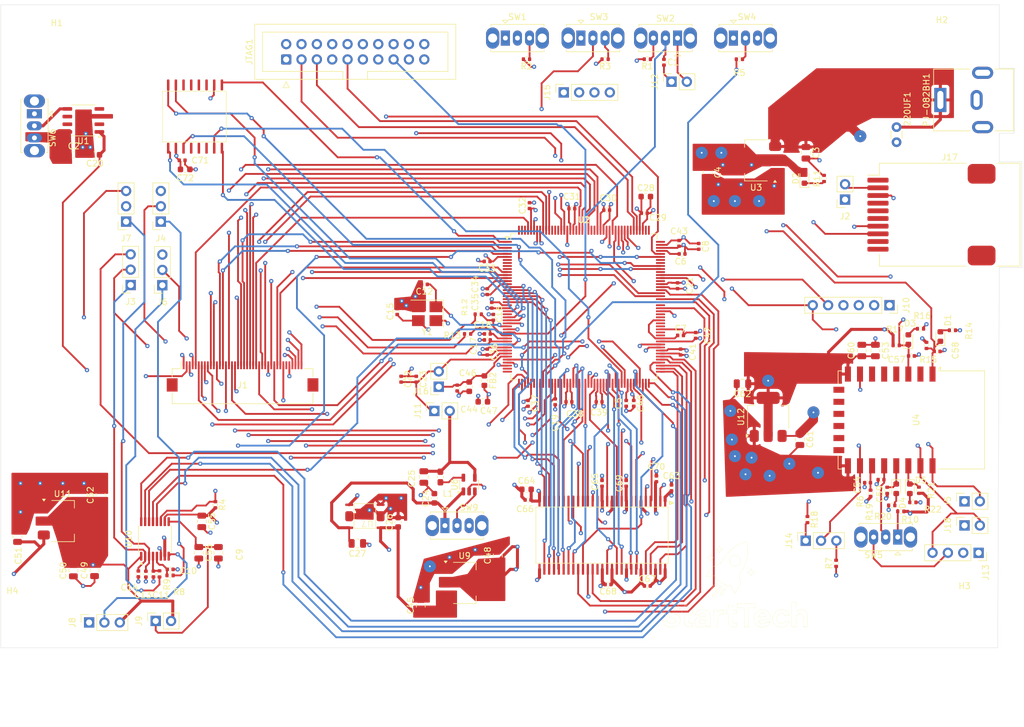
<source format=kicad_pcb>
(kicad_pcb (version 20240108) (generator "pcbnew") (generator_version "8.0")
  (layers (0 "F.Cu" signal) (1 "In1.Cu" power) (2 "In2.Cu" signal) (3 "In3.Cu" signal) (4 "In4.Cu" signal) (31 "B.Cu" signal) (34 "B.Paste" user) (35 "F.Paste" user) (36 "B.SilkS" user "B.Silkscreen") (37 "F.SilkS" user "F.Silkscreen") (38 "B.Mask" user) (39 "F.Mask" user) (44 "Edge.Cuts" user))
  (net 0 "")
  (net 1 "GND")
  (net 2 "+12V")
  (net 3 "Net-(U2-VCAP1)")
  (net 4 "Net-(U2-VCAP2)")
  (net 5 "Net-(U2-VCAPDSI)")
  (net 6 "/STM32F469IIT6/HSE_IN")
  (net 7 "/STM32F469IIT6/HSE_OUT")
  (net 8 "3.3V")
  (net 9 "/POWER SUPPLY/VCC - 5V")
  (net 10 "/POWER SUPPLY/pwr_led_k")
  (net 11 "/STM32F469IIT6/JTCK-SWCLK")
  (net 12 "/STM32F469IIT6/TRACESWO - JTDO")
  (net 13 "/STM32F469IIT6/NJRST")
  (net 14 "/STM32F469IIT6/NRST")
  (net 18 "/STM32F469IIT6/JTDI")
  (net 19 "/STM32F469IIT6/JTMS-SWDIO")
  (net 20 "Net-(SW2-C)")
  (net 21 "Net-(SW1-C)")
  (net 22 "Net-(SW3-C)")
  (net 23 "8V")
  (net 24 "Net-(U2-BYPASS_REG)")
  (net 25 "/STM32F469IIT6/BYPASS_REG")
  (net 26 "Net-(J11-Pin_1)")
  (net 27 "/STM32F469IIT6/BOOT0")
  (net 28 "/STM32F469IIT6/PDR_ON")
  (net 29 "1.8V")
  (net 30 "VDDQ")
  (net 31 "XPT")
  (net 32 "/STM32F469IIT6/UART8_TX")
  (net 33 "/STM32F469IIT6/UART8_RX")
  (net 34 "/STM32F469IIT6/UART4_TX")
  (net 36 "/STM32F469IIT6/UART4_RX")
  (net 39 "Net-(U6-SW)")
  (net 40 "/STM32F469IIT6/XPT_IRQ")
  (net 41 "/ESP-12E/UART_TX")
  (net 42 "Net-(SW6-B)")
  (net 43 "Net-(SW9-B)")
  (net 48 "/STM32F469IIT6/FMC_D11 | PE14")
  (net 49 "/STM32F469IIT6/FMC_D9 | PE12")
  (net 50 "/STM32F469IIT6/FMC_D0 | PD14")
  (net 51 "/STM32F469IIT6/FMC_D2 | PD0")
  (net 52 "/Flash - W25M512JVFIQ TR/IO1")
  (net 53 "/LCD/YU_ADC")
  (net 54 "/STM32F469IIT6/FMC_A7 | PF13")
  (net 55 "/STM32F469IIT6/FMC_SDNCAS | PG15")
  (net 56 "/STM32F469IIT6/FMC_A5 | PF5")
  (net 57 "/ESP-12E/RTS")
  (net 58 "/STM32F469IIT6/FMC_A11 | PG1")
  (net 59 "/STM32F469IIT6/FMC_A12 | PG2")
  (net 61 "/ESP-12E/ESP_RX")
  (net 62 "/STM32F469IIT6/FMC_D5 | PE8")
  (net 63 "/STM32F469IIT6/SPI2_CS | PB15")
  (net 64 "/STM32F469IIT6/SPI2_BUSY | PD11")
  (net 65 "/STM32F469IIT6/FMC_A0 | PF0")
  (net 66 "/STM32F469IIT6/FMC_LDQM | PD12")
  (net 67 "/STM32F469IIT6/FMC_D8 | PE11")
  (net 68 "/STM32F469IIT6/FMC_D4 | PE7")
  (net 69 "/STM32F469IIT6/FMC_A3 | PF3")
  (net 70 "/STM32F469IIT6/SPI2_MISO | PB14")
  (net 71 "/STM32F469IIT6/FMC_A6 | PF12")
  (net 72 "/STM32F469IIT6/SPI2_MOSI | PC3")
  (net 73 "/STM32F469IIT6/FMC_D7 | PE10")
  (net 74 "/STM32F469IIT6/FMC_SDCKE1 | PH7")
  (net 77 "/STM32F469IIT6/FMC_D13 | PD8")
  (net 79 "/LCD/G7")
  (net 81 "/LCD/G3")
  (net 82 "/STM32F469IIT6/FMC_D14 | PD9")
  (net 84 "/LCD/HSYNC")
  (net 85 "/STM32F469IIT6/FMC_BA1 | PG5")
  (net 87 "/LCD/YD_ADC")
  (net 88 "/STM32F469IIT6/FMC_D12 | PE15")
  (net 89 "/STM32F469IIT6/FMC_D6 | PE9")
  (net 90 "/STM32F469IIT6/FMC_SDCLK | PG8")
  (net 91 "/STM32F469IIT6/FMC_UDQM | PD13")
  (net 92 "/LCD/XL_ADC")
  (net 94 "/ESP-12E/ESP_TX")
  (net 95 "/STM32F469IIT6/FMC_D10 | PE13")
  (net 97 "/STM32F469IIT6/FMC_SDNRAS | PF11")
  (net 98 "/STM32F469IIT6/FMC_D1 | PD15")
  (net 99 "/STM32F469IIT6/FMC_BA0 | PG4")
  (net 100 "/STM32F469IIT6/SPI2_SCK | PB13")
  (net 102 "/LCD/G5")
  (net 103 "3.3VA_F469")
  (net 104 "/Flash - W25M512JVFIQ TR/CLK")
  (net 105 "/STM32F469IIT6/FMC_A1 | PF1")
  (net 106 "/LCD/R6")
  (net 107 "/STM32F469IIT6/FMC_SDNWE | PH5")
  (net 108 "/Flash - W25M512JVFIQ TR/IO0")
  (net 109 "/STM32F469IIT6/FMC_A4 | PF4")
  (net 110 "/LCD/VSYNC")
  (net 111 "/LCD/XR_ADC")
  (net 112 "/LCD/B1")
  (net 114 "/Flash - W25M512JVFIQ TR/RESET")
  (net 115 "/LCD/B2")
  (net 116 "/LCD/DISP")
  (net 117 "/STM32F469IIT6/FMC_A8 | PF14")
  (net 119 "/STM32F469IIT6/FMC_SDNE1 | PH6")
  (net 121 "/STM32F469IIT6/FMC_D15 | PD10")
  (net 125 "/STM32F469IIT6/FMC_A10 | PG0")
  (net 126 "/STM32F469IIT6/FMC_A9 | PF15")
  (net 128 "/LCD/B4")
  (net 129 "/STM32F469IIT6/FMC_D3 | PD1")
  (net 130 "/LCD/B0")
  (net 131 "/STM32F469IIT6/FMC_A2 | PF2")
  (net 132 "/ESP-12E/CTS")
  (net 133 "/LCD/G4")
  (net 134 "/Flash - W25M512JVFIQ TR/CS")
  (net 136 "/LCD/DEN")
  (net 138 "/LCD/G0")
  (net 140 "/Flash - W25M512JVFIQ TR/IO2")
  (net 141 "/LCD/B6")
  (net 143 "/LCD/R3")
  (net 144 "/LCD/YU_XPT")
  (net 145 "Net-(J8-Pin_2)")
  (net 146 "/LCD/XR_XPT")
  (net 147 "/LCD/DCLK")
  (net 148 "Net-(J2-Pin_2)")
  (net 150 "/LCD/R4")
  (net 151 "/LCD/YD_XPT")
  (net 153 "/LCD/XL_XPT")
  (net 154 "Net-(J9-Pin_1)")
  (net 159 "/LCD/R0")
  (net 161 "/Flash - W25M512JVFIQ TR/IO3")
  (net 163 "/LCD/R1")
  (net 164 "Net-(J1-Pin_38)")
  (net 167 "Net-(J1-Pin_39)")
  (net 168 "/LCD/G1")
  (net 171 "/LCD/G2")
  (net 173 "/LCD/G6")
  (net 174 "Net-(J1-Pin_37)")
  (net 175 "Net-(J1-Pin_40)")
  (net 176 "/LCD/R2")
  (net 179 "/LCD/B5")
  (net 180 "/LCD/R7")
  (net 182 "/LCD/B3")
  (net 186 "/LCD/B7")
  (net 187 "/LCD/R5")
  (net 188 "Net-(SW5-A)")
  (net 189 "Net-(SW5-B)")
  (net 196 "Net-(U4-GPIO2)")
  (net 197 "Net-(U10-XN)")
  (net 199 "/ESP-12E/EN")
  (net 201 "Net-(U10-YN)")
  (net 202 "/ESP-12E/RST")
  (net 210 "Net-(J12-Pin_2)")
  (net 211 "Net-(U2-PC0)")
  (net 212 "Net-(U2-PC1)")
  (net 213 "ESP_VCC")
  (net 214 "Net-(D1-A)")
  (net 215 "Net-(D3-A)")
  (net 216 "Net-(D4-A)")
  (net 217 "/ESP-12E/IO4")
  (net 218 "Net-(D5-A)")
  (net 219 "/ESP-12E/IO5")
  (net 220 "Net-(J10-Pin_3)")
  (net 221 "Net-(J10-Pin_4)")
  (net 222 "Net-(J14-Pin_3)")
  (net 223 "Net-(J14-Pin_1)")
  (footprint "Capacitor_SMD:C_0805_2012Metric" (layer "F.Cu") (at 216.75 107.25 -90)
    (property "Reference" "C53")
    (property "Value" "1U")
  )
  (footprint "LED_SMD:LED_0603_1608Metric" (layer "F.Cu") (at 205 78.75 90)
    (property "Reference" "D2")
    (property "Value" "LED")
  )
  (footprint "Capacitor_SMD:C_0603_1608Metric" (layer "F.Cu") (at 159 130.25)
    (property "Reference" "C64")
    (property "Value" "4.7u")
  )
  (footprint "Connector_PinSocket_2.54mm:PinSocket_1x03_P2.54mm_Vertical" (layer "F.Cu") (at 86.6 152.2975 90)
    (property "Reference" "J8")
    (property "Value" "Conn_01x03_Socket")
  )
  (footprint "Resistor_SMD:R_0402_1005Metric" (layer "F.Cu") (at 194.24 59)
    (property "Reference" "R5")
    (property "Value" "10k")
  )
  (footprint "Capacitor_SMD:C_0805_2012Metric" (layer "F.Cu") (at 214.5 107.25 -90)
    (property "Reference" "C60")
    (property "Value" "22U")
  )
  (footprint "Library:R1501S050B-E2-FE" (layer "F.Cu") (at 132.25 134.7025 180)
    (property "Reference" "U7")
    (property "Value" "~")
  )
  (footprint "Capacitor_SMD:C_0603_1608Metric" (layer "F.Cu") (at 178.7475 81.7525)
    (property "Reference" "C28")
    (property "Value" "4.7u")
  )
  (footprint "Capacitor_SMD:C_0402_1005Metric" (layer "F.Cu") (at 172.5 146 180)
    (property "Reference" "C68")
    (property "Value" "100n")
  )
  (footprint "Connector_PinSocket_2.54mm:PinSocket_1x02_P2.54mm_Vertical" (layer "F.Cu") (at 231.5 136.225 90)
    (property "Reference" "J18")
    (property "Value" "Conn_01x02_Pin")
  )
  (footprint "Package_TO_SOT_SMD:SOT-223-3_TabPin2" (layer "F.Cu") (at 199 118.25 90)
    (property "Reference" "U12")
    (property "Value" "AMS1117-3.3")
  )
  (footprint "Capacitor_SMD:C_0402_1005Metric" (layer "F.Cu") (at 166.02 115.75 180)
    (property "Reference" "C38")
    (property "Value" "100n")
  )
  (footprint "Capacitor_SMD:C_0402_1005Metric" (layer "F.Cu") (at 166.5 83.75)
    (property "Reference" "C31")
    (property "Value" "100n")
  )
  (footprint "Capacitor_SMD:C_0805_2012Metric" (layer "F.Cu") (at 87.5 143.66 90)
    (property "Reference" "C49")
    (property "Value" "0.1U")
  )
  (footprint "Capacitor_SMD:C_0402_1005Metric" (layer "F.Cu") (at 142.1 96.3 180)
    (property "Reference" "C12")
    (property "Value" "10p")
  )
  (footprint "Capacitor_SMD:C_0402_1005Metric" (layer "F.Cu") (at 184.5 104.75)
    (property "Reference" "C7")
    (property "Value" "2.2u")
  )
  (footprint "MountingHole:MountingHole_3.2mm_M3" (layer "F.Cu") (at 77 152)
    (property "Reference" "H4")
    (property "Value" "MountingHole")
  )
  (footprint "Capacitor_SMD:C_0402_1005Metric" (layer "F.Cu") (at 153.25 99.75 90)
    (property "Reference" "C35")
    (property "Value" "100n")
  )
  (footprint "Button_Switch_THT:SW_Slide_SPDT_Straight_CK_OS102011MS2Q" (layer "F.Cu") (at 220.45 138.15 180)
    (property "Reference" "SW5")
    (property "Value" "FLASH_BOOT | UART SWT")
  )
  (footprint "Capacitor_SMD:C_0402_1005Metric" (layer "F.Cu") (at 152.5 97.5 90)
    (property "Reference" "C34")
    (property "Value" "100n")
  )
  (footprint "Button_Switch_THT:SW_Slide_SPDT_Straight_CK_OS102011MS2Q" (layer "F.Cu") (at 168 55.5)
    (property "Reference" "SW3")
    (property "Value" "PDR_ON SWT")
  )
  (footprint "Capacitor_SMD:C_0402_1005Metric" (layer "F.Cu") (at 159.25 132 180)
    (property "Reference" "C66")
    (property "Value" "100n")
  )
  (footprint "Connector_PinSocket_2.54mm:PinSocket_1x03_P2.54mm_Vertical" (layer "F.Cu") (at 93.475 96.4 180)
    (property "Reference" "J3")
    (property "Value" "Conn_01x03_Socket" (hide yes))
  )
  (footprint "Package_TO_SOT_SMD:SOT-223-3_TabPin2" (layer "F.Cu") (at 148.75 145.75)
    (property "Reference" "U9")
    (property "Value" "AMS1117-3.3")
  )
  (footprint "Capacitor_SMD:C_0402_1005Metric" (layer "F.Cu") (at 137.6 100.8 90)
    (property "Reference" "C15")
    (property "Value" "10p")
  )
  (footprint "Connector_PinSocket_2.54mm:PinSocket_1x06_P2.54mm_Vertical" (layer "F.Cu") (at 219.08 99.75 -90)
    (property "Reference" "J10")
    (property "Value" "Conn_01x06_Socket" (hide yes))
  )
  (footprint "Capacitor_SMD:C_0805_2012Metric" (layer "F.Cu") (at 84 143.7 90)
    (property "Reference" "C50")
    (property "Value" "1U")
  )
  (footprint "MountingHole:MountingHole_3.2mm_M3" (layer "F.Cu") (at 232 54.75)
    (property "Reference" "H2")
    (property "Value" "MountingHole")
  )
  (footprint "Capacitor_SMD:C_0805_2012Metric" (layer "F.Cu") (at 108 140.75 90)
    (property "Reference" "C9")
    (property "Value" "1U")
  )
  (footprint "Crystal:Crystal_SMD_3225-4Pin_3.2x2.5mm_HandSoldering" (layer "F.Cu") (at 142.55 101.15 180)
    (property "Reference" "Y1")
    (property "Value" "26MHz")
  )
  (footprint "Connector_PinSocket_2.54mm:PinSocket_1x02_P2.54mm_Vertical" (layer "F.Cu") (at 211.725 82.25 180)
    (property "Reference" "J2")
    (property "Value" "Conn_01x02_Socket")
  )
  (footprint "Capacitor_SMD:C_0402_1005Metric" (layer "F.Cu") (at 163.75 115.75 -90)
    (property "Reference" "C19")
    (property "Value" "100n")
  )
  (footprint "Capacitor_SMD:C_0402_1005Metric" (layer "F.Cu") (at 178.4975 84.5025)
    (property "Reference" "C29")
    (property "Value" "100n")
  )
  (footprint "Resistor_SMD:R_0402_1005Metric" (layer "F.Cu") (at 223.95 130.39 90)
    (property "Reference" "R21")
    (property "Value" "1K5")
  )
  (footprint "LOGO" (layer "F.Cu") (at 193.489053 146.923591)
    (property "Reference" "G***" (hide yes))
    (property "Value" "LOGO" (hide yes))
  )
  (footprint "Capacitor_SMD:C_0603_1608Metric" (layer "F.Cu") (at 151.775 115.7375 180)
    (property "Reference" "C47")
    (property "Value" "1u")
  )
  (footprint "Capacitor_SMD:C_0402_1005Metric" (layer "F.Cu") (at 171.02 115.75 180)
    (property "Reference" "C39")
    (property "Value" "100n")
  )
  (footprint "Button_Switch_THT:SW_Slide_SPDT_Straight_CK_OS102011MS2Q" (layer "F.Cu") (at 193.25 55.5)
    (property "Reference" "SW4")
    (property "Value" "BYPASS_REG SWT")
  )
  (footprint "Resistor_SMD:R_0402_1005Metric" (layer "F.Cu") (at 107.5 132.8 -90)
    (property "Reference" "R4")
    (property "Value" "50K")
  )
  (footprint "Connector_PinSocket_2.54mm:PinSocket_1x03_P2.54mm_Vertical" (layer "F.Cu") (at 92.725 85.9 180)
    (property "Reference" "J7")
    (property "Value" "Conn_01x03_Socket")
  )
  (footprint "Capacitor_SMD:C_0805_2012Metric" (layer "F.Cu") (at 154.25 141.2 90)
    (property "Reference" "C48")
    (property "Value" "22U")
  )
  (footprint "Capacitor_SMD:C_0402_1005Metric" (layer "F.Cu") (at 97.25 144.27 90)
    (property "Reference" "C11")
    (property "Value" "100n")
  )
  (footprint "Capacitor_SMD:C_0805_2012Metric" (layer "F.Cu") (at 104.75 140.75 -90)
    (property "Reference" "C56")
    (property "Value" "0.1U")
  )
  (footprint "Capacitor_SMD:C_0402_1005Metric" (layer "F.Cu") (at 159.5 83.25 90)
    (property "Reference" "C32")
    (property "Value" "100n")
  )
  (footprint "Capacitor_SMD:C_0805_2012Metric" (layer "F.Cu") (at 194.75 112.75 180)
    (property "Reference" "C62")
    (property "Value" "22U")
  )
  (footprint "Capacitor_SMD:C_0402_1005Metric" (layer "F.Cu") (at 152.5 107.5 -90)
    (property "Reference" "C36")
    (property "Value" "100n")
  )
  (footprint "Capacitor_SMD:C_0402_1005Metric" (layer "F.Cu") (at 152.52 105.5)
    (property "Reference" "C17")
    (property "Value" "100n")
  )
  (footprint "Button_Switch_THT:SW_Slide_SPDT_Straight_CK_OS102011MS2Q" (layer "F.Cu") (at 145.5 136.25)
    (property "Reference" "SW9")
    (property "Value" "SW_SPDT")
  )
  (footprint "Resistor_SMD:R_0402_1005Metric" (layer "F.Cu") (at 151.01 101.25)
    (property "Reference" "R12")
    (property "Value" "0.3K")
  )
  (footprint "Inductor_SMD:L_0603_1608Metric_Pad1.05x0.95mm_HandSolder" (layer "F.Cu") (at 144.75 128.2025 90)
    (property "Reference" "L1")
    (property "Value" "L")
  )
  (footprint "LED_SMD:LED_0603_1608Metric" (layer "F.Cu") (at 222.2 105.4375 90)
    (property "Reference" "D3")
    (property "Value" "LED")
  )
  (footprint "Connector_PinSocket_2.54mm:PinSocket_1x04_P2.54mm_Vertical" (layer "F.Cu") (at 165.17 64.5 90)
    (property "Reference" "J15")
    (property "Value" "Conn_01x04_Socket")
  )
  (footprint "Resistor_SMD:R_0402_1005Metric" (layer "F.Cu") (at 100 144.5 180)
    (property "Reference" "R8")
    (property "Value" "0.3K")
  )
  (footprint "Capacitor_SMD:C_0603_1608Metric" (layer "F.Cu") (at 87.55 74.835 180)
    (property "Reference" "C20")
    (property "Value" "1uF")
  )
  (footprint "Capacitor_SMD:C_0805_2012Metric" (layer "F.Cu") (at 141.5 149.5 90)
    (property "Reference" "C45")
    (property "Value" "22U")
  )
  (footprint "Connector_RJ:RJ45_Pulse_JXD6-0001NL_Horizontal" (layer "F.Cu") (at 229.05 84.75)
    (property "Reference" "J17")
    (property "Value" "RJ45")
  )
  (footprint "Capacitor_SMD:C_0402_1005Metric" (layer "F.Cu") (at 184 96.52 -90)
    (property "Reference" "C21")
    (property "Value" "100n")
  )
  (footprint "Capacitor_SMD:C_0603_1608Metric" (layer "F.Cu") (at 102.5 77.25 180)
    (property "Reference" "C72")
    (property "Value" "4.7u")
  )
  (footprint "Package_SO:TSSOP-16_4.4x5mm_P0.65mm" (layer "F.Cu") (at 97.5 138.46 90)
    (property "Reference" "U10")
    (property "Value" "XPT2046TS")
  )
  (footprint "Capacitor_SMD:C_0402_1005Metric" (layer "F.Cu") (at 152.48 92.5 180)
    (property "Reference" "C33")
    (property "Value" "100n")
  )
  (footprint "Resistor_SMD:R_0402_1005Metric" (layer "F.Cu") (at 210.25 142.5 90)
    (property "Reference" "R7")
    (property "Value" "10K")
  )
  (footprint "Resistor_SMD:R_0402_1005Metric" (layer "F.Cu") (at 229.5 103.9 180)
    (property "Reference" "R14")
    (property "Value" "1K5")
  )
  (footprint "RF_Module:ESP-12E" (layer "F.Cu") (at 222.7 118.75 -90)
    (property "Reference" "U4")
    (property "Value" "ESP-12E")
  )
  (footprint "Capacitor_SMD:C_0805_2012Metric" (layer "F.Cu") (at 189 77.75 -90)
    (property "Reference" "C4")
    (property "Value" "22U")
  )
  (footprint "Capacitor_SMD:C_0402_1005Metric" (layer "F.Cu") (at 184.5 107.5 -90)
    (property "Reference" "C41")
    (property "Value" "100n")
  )
  (footprint "Resistor_SMD:R_0402_1005Metric" (layer "F.Cu") (at 225.2 106.4 -90)
    (property "Reference" "R15")
    (property "Value" "1K5")
  )
  (footprint "Capacitor_SMD:C_0805_2012Metric" (layer "F.Cu") (at 88.5 131.2 90)
    (property "Reference" "C52")
    (property "Value" "22U")
  )
  (footprint "Resistor_SMD:R_0402_1005Metric" (layer "F.Cu") (at 215.95 130.9 90)
    (property "Reference" "R6")
    (property "Value" "10K")
  )
  (footprint "LED_SMD:LED_0603_1608Metric" (layer "F.Cu") (at 222.45 130.15 -90)
    (property "Reference" "D5")
    (property "Value" "LED")
  )
  (footprint "Resistor_SMD:R_0402_1005Metric" (layer "F.Cu") (at 149.25 104.5 180)
    (property "Reference" "R13")
    (property "Value" "0.3K")
  )
  (footprint "Capacitor_SMD:C_0402_1005Metric" (layer "F.Cu") (at 184.75 91.25)
    (property "Reference" "C6")
    (property "Value" "2.2u")
  )
  (footprint "Capacitor_SMD:C_0402_1005Metric" (layer "F.Cu") (at 222.72 108.15)
    (property "Reference" "C57")
    (property "Value" "100n")
  )
  (footprint "Resistor_SMD:R_0402_1005Metric" (layer "F.Cu") (at 224.21 103.65 180)
    (property "Reference" "R16")
    (property "Value" "1K5")
  )
  (footprint "Inductor_SMD:L_0603_1608Metric" (layer "F.Cu") (at 152.025 112.2375 -90)
    (property "Reference" "FB2")
    (property "Value" "120R")
  )
  (footprint "Capacitor_SMD:C_0402_1005Metric" (layer "F.Cu") (at 180.5 128.5 90)
    (property "Reference" "C70")
    (property "Value" "100n")
  )
  (footprint "Connector_PinSocket_2.54mm:PinSocket_1x02_P2.54mm_Vertical" (layer "F.Cu") (at 97.625 152.0475 90)
    (property "Reference" "J9")
    (property "Value" "Conn_01x02_Socket")
  )
  (footprint "Capacitor_SMD:C_0402_1005Metric" (layer "F.Cu") (at 175.5 116 -90)
    (property "Reference" "C5")
    (property "Value" "2.2u")
  )
  (footprint "Resistor_SMD:R_0402_1005Metric" (layer "F.Cu") (at 159 59 180)
    (property "Reference" "R2")
    (property "Value" "10k")
  )
  (footprint "Connector_PinSocket_2.54mm:PinSocket_1x03_P2.54mm_Vertical" (layer "F.Cu") (at 205.21 138.75 90)
    (property "Reference" "J14")
    (property "Value" "Conn_01x03_Pin")
  )
  (footprint "Resistor_SMD:R_0402_1005Metric" (layer "F.Cu") (at 208.25 78.75 90)
    (property "Reference" "R11")
    (property "Value" "1K5")
  )
  (footprint "Capacitor_SMD:C_0402_1005Metric" (layer "F.Cu") (at 140.75 112 -90)
    (property "Reference" "C23")
    (property "Value" "1uF")
  )
  (footprint "Package_SO:HTSOP-8-1EP_3.9x4.9mm_P1.27mm_EP2.4x3.2mm" (layer "F.Cu") (at 85.65 69.135 180)
    (property "Reference" "U1")
    (property "Value" "BD80FC0WEFJ")
  )
  (footprint "Capacitor_SMD:C_0805_2012Metric" (layer "F.Cu") (at 105.25 135.55 -90)
    (property "Reference" "C55")
    (property "Value" "0.1U")
  )
  (footprint "Capacitor_SMD:C_0402_1005Metric" (layer "F.Cu") (at 183 130 90)
    (property "Reference" "C63")
    (property "Value" "100n")
  )
  (footprint "MountingHole:MountingHole_3.2mm_M3" (layer "F.Cu") (at 231.5 150.5)
    (property "Reference" "H3")
    (property "Value" "MountingHole")
  )
  (footprint "Capacitor_SMD:C_0402_1005Metric" (layer "F.Cu") (at 175.5 129.25 90)
    (property "Reference" "C69")
    (property "Value" "100n")
  )
  (footprint "Capacitor_SMD:C_0805_2012Metric" (layer "F.Cu") (at 74.75 138 90)
    (property "Reference" "C51")
    (property "Value" "22U")
  )
  (footprint "Resistor_SMD:R_0402_1005Metric" (layer "F.Cu") (at 205.5 135.25 -90)
    (property "Reference" "R18")
    (property "Value" "10K")
  )
  (footprint "Connector_PinSocket_2.54mm:PinSocket_1x02_P2.54mm_Vertical" (layer "F.Cu") (at 231.5 132.225 90)
    (property "Reference" "J5")
    (property "Value" "Conn_01x02_Pin")
  )
  (footprint "Capacitor_SMD:C_0402_1005Metric" (layer "F.Cu") (at 94.75 144.25 90)
    (property "Reference" "C14")
    (property "Value" "100n")
  )
  (footprint "Capacitor_SMD:C_0402_1005Metric" (layer "F.Cu") (at 138.25 112 -90)
    (property "Reference" "C22")
    (property "Value" "0.1uF")
  )
  (footprint "Capacitor_SMD:C_0603_1608Metric" (layer "F.Cu") (at 143.75 131.7275 90)
    (property "Reference" "C24")
    (property "Value" "4.7uF")
  )
  (footprint "Capacitor_SMD:C_0402_1005Metric" (layer "F.Cu") (at 100.02 143.5)
    (property "Reference" "C10")
    (property "Value" "100n")
  )
  (footprint "Capacitor_SMD:C_0402_1005Metric" (layer "F.Cu") (at 153.5 101.75 -90)
    (property "Reference" "C16")
    (property "Value" "100n")
  )
  (footprint "Capacitor_SMD:C_0402_1005Metric" (layer "F.Cu") (at 217.68 128.65 180)
    (property "Reference" "C59")
    (property "Value" "100n")
  )
  (footprint "Package_TO_SOT_SMD:SOT-223-3_TabPin2" (layer "F.Cu") (at 82.25 135.5)
    (property "Reference" "U11")
    (property "Value" "AMS1117-3.3")
  )
  (footprint "Resistor_SMD:R_0402_1005Metric" (layer "F.Cu") (at 220.95 133.9 180)
    (property "Reference" "R10")
    (property "Value" "10K")
  )
  (footprint "Capacitor_SMD:C_0402_1005Metric" (layer "F.Cu") (at 184.25 89.5 -90)
    (property "Reference" "C43")
    (property "Value" "100n")
  )
  (footprint "Connector_PinSocket_2.54mm:PinSocket_1x02_P2.54mm_Vertical" (layer "F.Cu") (at 144.475 113.25 180)
    (property "Reference" "J16")
    (property "Value" "Conn_01x02_Socket")
  )
  (footprint "Capacitor_SMD:C_0402_1005Metric" (layer "F.Cu") (at 187 104.75 90)
    (property "Reference" "C42")
    (property "Value" "100n")
  )
  (footprint "LED_SMD:LED_0603_1608Metric" (layer "F.Cu") (at 220.2 130.15 -90)
    (property "Reference" "D4")
    (property "Value" "LED")
  )
  (footprint "Resistor_SMD:R_0402_1005Metric" (layer "F.Cu") (at 98.25 144.25 90)
    (property "Reference" "R9")
    (property "Value" "0.3K")
  )
  (footprint "Resistor_SMD:R_0402_1005Metric" (layer "F.Cu") (at 218.7 130.41 90)
    (property "Reference" "R19")
    (property "Value" "1K5")
  )
  (footprint "Capacitor_SMD:C_0402_1005Metric" (layer "F.Cu") (at 187.5 90 -90)
    (property "Reference" "C8")
    (property "Value" "100n")
  )
  (footprint "Capacitor_SMD:C_0402_1005Metric" (layer "F.Cu") (at 226.97 107.4)
    (property "Reference" "C58")
    (property "Value" "100n")
  )
  (footprint "Capacitor_SMD:C_0402_1005Metric" (layer "F.Cu") (at 159.25 116 -90)
    (property "Reference" "C37")
    (property "Value" "100n" (hide yes))
  )
  (footprint "Capacitor_SMD:C_0603_1608Metric" (layer "F.Cu") (at 84.05 74.835)
    (property "Reference" "C2")
    (property "Value" "1uF")
  )
  (footprint "Connector_PinSocket_2.54mm:PinSocket_1x03_P2.54mm_Vertical" (layer "F.Cu") (at 98.725 96.44 180)
    (property "Reference" "J6")
    (property "Value" "Conn_01x03_Socket")
  )
  (footprint "Capacitor_SMD:C_0805_2012Metric" (layer "F.Cu") (at 131 139.2025 180)
    (property "Reference" "C27")
    (property "Value" "10uF")
  )
  (footprint "Capacitor_SMD:C_0402_1005Metric" (layer "F.Cu") (at 147.525 113.4675 -90)
    (property "Reference" "C44")
    (property "Value" "100n")
  )
  (footprint "Library:W25M512JVFIQ" (layer "F.Cu") (at 104.25 68.25 90)
    (property "Reference" "U5" (hide yes))
    (property "Value" "~" (hide yes))
  )
  (footprint "Capacitor_SMD:C_0402_1005Metric" (layer "F.Cu") (at 102 75.75)
    (property "Reference" "C71")
    (property "Value" "100n")
  )
  (footprint "Capacitor_SMD:C_0805_2012Metric" (layer "F.Cu") (at 205.25 74.5 -90)
    (property "Reference" "C3")
    (property "Value" "22U")
  )
  (footprint "Package_QFP:LQFP-176_24x24mm_P0.5mm" (layer "F.Cu") (at 168.5 100)
    (property "Reference" "U2")
    (property "Value" "STM32F469IITx")
  )
  (footprint "Capacitor_THT:C_Disc_D3.0mm_W1.6mm_P2.50mm" (layer "F.Cu") (at 220.25 70.25 -90)
    (property "Reference" "220UF1")
    (property "Value" "C_Polarized")
  )
  (footprint "Package_TO_SOT_SMD:SOT-223-3_TabPin2" (layer "F.Cu") (at 197 75.75 180)
    (property "Reference" "U3")
    (property "Value" "AMS1117-3.3")
  )
  (footprint "Capacitor_SMD:C_0805_2012Metric" (layer "F.Cu") (at 142 128.2025 -90)
    (property "Reference" "C25")
    (property "Value" "10uF")
  )
  (footprint "Capacitor_SMD:C_0402_1005Metric" (layer "F.Cu") (at 172.27 84)
    (property "Reference" "C30")
    (property "Value" "100n")
  )
  (footprint "Capacitor_SMD:C_0603_1608Metric" (layer "F.Cu") (at 149.525 113.2375 -90)
    (property "Reference" "C46")
    (property "Value" "1u")
  )
  (footprint "Capacitor_SMD:C_0402_1005Metric" (layer "F.Cu") (at 215.45 129.15 180)
    (property "Reference" "C54")
    (property "Value" "100n")
  )
  (footprint "Capacitor_SMD:C_0402_1005Metric" (layer "F.Cu") (at 181.75 59.5 90)
    (property "Reference" "C1")
    (property "Value" "0.1uF")
  )
  (footprint "Button_Switch_THT:SW_Slide_SPDT_Straight_CK_OS102011MS2Q" (layer "F.Cu") (at 77.55 68.035 -90)
    (property "Reference" "SW6")
    (property "Value" "SW_SPDT")
  )
  (footprint "Capacitor_SMD:C_0402_1005Metric" (layer "F.Cu") (at 176.75 116 -90)
    (property "Reference" "C40")
    (property "Value" "100n")
  )
  (footprint "Connector_IDC:IDC-Header_2x10_P2.54mm_Vertical" (layer "F.Cu") (at 119.22 59.04 90)
    (property "Reference" "JTAG1")
    (property "Value" "Conn_02x10_Odd_Even")
  )
  (footprint "Capacitor_SMD:C_0603_1608Metric" (layer "F.Cu") (at 137.75 135.7025 90)
    (property "Reference" "C26")
    (property "Value" "0.47uF")
  )
  (footprint "Connector_PinSocket_2.54mm:PinSocket_1x02_P2.54mm_Vertical" (layer "F.Cu") (at 183 62.725 90)
    (property "Reference" "J12")
    (property "Value" "Conn_01x02_Socket")
  )
  (footprint "Resistor_SMD:R_0402_1005Metric" (layer "F.Cu") (at 179 59 180)
    (property "Reference" "R1")
    (property "Value" "10k")
  )
  (footprint "Connector_PinSocket_2.54mm:PinSocket_1x04_P2.54mm_Vertical" (layer "F.Cu") (at 233.83 140.75 -90)
    (property "Reference" "J13")
    (property "Value" "Conn_01x04_Socket")
  )
  (footprint "Capacitor_SMD:C_0402_1005Metric" (layer "F.Cu") (at 152.52 104.5)
    (property "Reference" "C18")
    (property "Value" "100n")
  )
  (footprint "Capacitor_SMD:C_0402_1005Metric" (layer "F.Cu") (at 179 146.25)
    (property "Reference" "C67")
    (property "Value" "100n")
  )
  (footprint "Library:W9825G6KH" (layer "F.Cu") (at 179.95 124.4875 -90)
    (property "Reference" "U8" (hide yes))
    (property "Value" "~" (hide yes))
  )
  (footprint "Button_Switch_THT:SW_Slide_SPDT_Straight_CK_OS102011MS2Q" (layer "F.Cu") (at 184 55.5 180)
    (property "Reference" "SW2")
    (property "Value" "NRST_SWT")
  )
  (footprint "Button_Switch_THT:SW_Slide_SPDT_Straight_CK_OS102011MS2Q" (layer "F.Cu") (at 155.5 55.5)
    (property "Reference" "SW1")
    (property "Value" "BOOT0_SWT")
  )
  (footprint "Package_TO_SOT_SMD:TSOT-23-5" (layer "F.Cu") (at 149.5 129.4525 90)
    (property "Reference" "U6")
    (property "Value" "ADP2108AUJ-1.8")
  )
  (footprint "Connector_PinSocket_2.54mm:PinSocket_1x03_P2.54mm_Vertical" (layer "F.Cu") (at 98.475 85.9 180)
    (property "Reference" "J4")
    (property "Value" "Conn_01x03_Socket")
  )
  (footprint "Connector_BarrelJack:BarrelJack_CUI_PJ-063AH_Horizontal" (layer "F.Cu") (at 227.5 65.75 90)
    (property "Reference" "PJ-082BH1")
    (property "Value" "~")
  )
  (footprint "Capacitor_SMD:C_0402_1005Metric" (layer "F.Cu") (at 171.5 129.25 90)
    (property "Reference" "C65")
    (property "Value" "100n")
  )
  (footprint "Resistor_SMD:R_0402_1005Metric" (layer "F.Cu") (at 172.01 59 180)
    (property "Reference" "R3")
    (property "Value" "10k")
  )
  (footprint "Resistor_SMD:R_0402_1005Metric" (layer "F.Cu") (at 219.45 132.9)
    (property "Reference" "R20")
    (property "Value" "1K5")
  )
  (footprint "MountingHole:MountingHole_3.2mm_M3" (layer "F.Cu") (at 77 54.75)
    (property "Reference" "H1")
    (property "Value" "MountingHole")
  )
  (footprint "Connector_PinSocket_2.54mm:PinSocket_1x02_P2.54mm_Vertical" (layer "F.Cu") (at 143.75 117.25 90)
    (property "Reference" "J11")
    (property "Value" "Conn_01x02_Socket")
  )
  (footprint "Capacitor_SMD:C_0805_2012Metric" (layer "F.Cu") (at 204.25 121.95 -90)
    (property "Reference" "C61")
    (property "Value" "22U")
  )
  (footprint "Connector_FFC-FPC:Hirose_FH12-40S-0.5SH_1x40-1MP_P0.50mm_Horizontal" (layer "F.Cu") (at 112 111.55)
    (property "Reference" "J1")
    (property "Value" "Conn_01x40")
  )
  (footprint "Capacitor_SMD:C_0402_1005Metric" (layer "F.Cu") (at 96 144.29 90)
    (property "Reference" "C13")
    (property "Value" "100n")
  )
  (footprint "LED_SMD:LED_0603_1608Metric" (layer "F.Cu") (at 227.5 104.9375 90)
    (property "Reference" "D1")
    (property "Value" "LED")
  )
  (footprint "Resistor_SMD:R_0402_1005Metric" (layer "F.Cu") (at 220.19 106.4)
    (property "Reference" "R17")
    (property "Value" "1K5")
  )
  (footprint "Resistor_SMD:R_0402_1005Metric" (layer "F.Cu") (at 222.95 132.4 180)
    (property "Reference" "R22")
    (property "Value" "1K5")
  )
  (gr_line (start 237.25 71.25) (end 239.75 71.25) (stroke (width 0.05)) (layer "Edge.Cuts"))
  (gr_line (start 237.25 93.5) (end 237 156.5) (stroke (width 0.05)) (layer "Edge.Cuts"))
  (gr_line (start 72 156.5) (end 72 50) (stroke (width 0.05)) (layer "Edge.Cuts"))
  (gr_line (start 237.25 60.5) (end 237.25 50) (stroke (width 0.05)) (layer "Edge.Cuts"))
  (gr_line (start 237 156.5) (end 72 156.5) (stroke (width 0.05)) (layer "Edge.Cuts"))
  (gr_line (start 237.25 71.25) (end 237.25 76) (stroke (width 0.05)) (layer "Edge.Cuts"))
  (gr_line (start 72 50) (end 237.25 50) (stroke (width 0.05)) (layer "Edge.Cuts"))
  (gr_line (start 241 76) (end 241 93.5) (stroke (width 0.05)) (layer "Edge.Cuts"))
  (gr_line (start 237.25 76) (end 241 76) (stroke (width 0.05)) (layer "Edge.Cuts"))
  (gr_line (start 239.75 71.25) (end 239.75 60.5) (stroke (width 0.05)) (layer "Edge.Cuts"))
  (gr_line (start 239.75 60.5) (end 237.25 60.5) (stroke (width 0.05)) (layer "Edge.Cuts"))
  (gr_line (start 241 93.5) (end 237.25 93.5) (stroke (width 0.05)) (layer "Edge.Cuts"))
  (segment (start 147.775 114.1975) (end 147.525 113.9475) (width 0.3) (layer "F.Cu") (net 1))
  (segment (start 142.775 129.9275) (end 142 129.1525) (width 0.3) (layer "F.Cu") (net 1))
  (segment (start 98.475 140.225) (end 98.25 140) (width 0.3) (layer "F.Cu") (net 1))
  (segment (start 182.75 100.75) (end 183.5 101.5) (width 0.3) (layer "F.Cu") (net 1))
  (segment (start 187 104.27) (end 187.48 104.27) (width 0.3) (layer "F.Cu") (net 1))
  (segment (start 180.35 145.38) (end 179.48 146.25) (width 0.5) (layer "F.Cu") (net 1))
  (segment (start 178.9775 84.5025) (end 179.4975 84.5025) (width 0.3) (layer "F.Cu") (net 1))
  (segment (start 87.5 145.636485) (end 87.5 144.61) (width 0.3) (layer "F.Cu") (net 1))
  (segment (start 179.4975 84.5025) (end 179.9975 84.0025) (width 0.3) (layer "F.Cu") (net 1))
  (segment (start 178.25 86.21) (end 178.9775 85.4825) (width 0.3) (layer "F.Cu") (net 1))
  (segment (start 148.5 114.0125) (end 147.775 114.7375) (width 0.3) (layer "F.Cu") (net 1))
  (segment (start 181.175 107.75) (end 184.27 107.75) (width 0.3) (layer "F.Cu") (net 1))
  (segment (start 142.775 129.9275) (end 141.5 131.2025) (width 0.3) (layer "F.Cu") (net 1))
  (segment (start 187.5 90.48) (end 185.73 90.48) (width 0.3) (layer "F.Cu") (net 1))
  (segment (start 187.48 104.27) (end 187.75 104) (width 0.3) (layer "F.Cu") (net 1))
  (segment (start 103.275 77.25) (end 104.25 77.25) (width 0.3) (layer "F.Cu") (net 1))
  (segment (start 100.5 143.5) (end 101.25 143.5) (width 0.3) (layer "F.Cu") (net 1))
  (segment (start 223.2 108.15) (end 223.7 108.15) (width 0.3) (layer "F.Cu") (net 1))
  (segment (start 172.5 85.75) (end 172.75 85.5) (width 0.3) (layer "F.Cu") (net 1))
  (segment (start 139.5 111.52) (end 139.5 110.75) (width 0.3) (layer "F.Cu") (net 1))
  (segment (start 102.48 76.455) (end 103.275 77.25) (width 0.3) (layer "F.Cu") (net 1))
  (segment (start 185.25 97) (end 184 97) (width 0.3) (layer "F.Cu") (net 1))
  (segment (start 224.72 103.38) (end 225.2 102.9) (width 0.3) (layer "F.Cu") (net 1))
  (segment (start 171.75 86.47188) (end 172.47188 85.75) (width 0.3) (layer "F.Cu") (net 1))
  (segment (start 205.25 75.45) (end 207.2 75.45) (width 0.3) (layer "F.Cu") (net 1))
  (segment (start 161.15 143.4875) (end 161.15 144.85) (width 0.5) (layer "F.Cu") (net 1))
  (segment (start 230.01 103.9) (end 230.75 103.9) (width 0.3) (layer "F.Cu") (net 1))
  (segment (start 151.77 96.98) (end 151.75 97) (width 0.3) (layer "F.Cu") (net 1))
  (segment (start 132.75 139.2025) (end 133 139.4525) (width 0.3) (layer "F.Cu") (net 1))
  (segment (start 171.5 146) (end 171.25 146.25) (width 0.5) (layer "F.Cu") (net 1))
  (segment (start 184.77 89.98) (end 185 89.75) (width 0.3) (layer "F.Cu") (net 1))
  (segment (start 140.75 111.52) (end 139.5 111.52) (width 0.3) (layer "F.Cu") (net 1))
  (segment (start 149.5 130.59) (end 149.5 129.927501) (width 0.3) (layer "F.Cu") (net 1))
  (segment (start 165.5 114.25) (end 165.54 114.29) (width 0.3) (layer "F.Cu") (net 1))
  (segment (start 151.75 97) (end 152.48 97) (width 0.3) (layer "F.Cu") (net 1))
  (segment (start 180.63 145.38) (end 181 145.75) (width 0.5) (layer "F.Cu") (net 1))
  (segment (start 178.9775 84.0225) (end 179.5225 83.4775) (width 0.3) (layer "F.Cu") (net 1))
  (segment (start 170.5 114.75) (end 170.54 114.79) (width 0.3) (layer "F.Cu") (net 1))
  (segment (start 193.8 114.45) (end 193.8 112.75) (width 0.3) (layer "F.Cu") (net 1))
  (segment (start 172.75 83.27) (end 173.02 83) (width 0.3) (layer "F.Cu") (net 1))
  (segment (start 144 102.3) (end 145.55 102.3) (width 0.3) (layer "F.Cu") (net 1))
  (segment (start 166.75 87.325) (end 166.75 86.47188) (width 0.3) (layer "F.Cu") (net 1))
  (segment (start 184.98 103.98) (end 184.98 104.75) (width 0.3) (layer "F.Cu") (net 1))
  (segment (start 183 129.52) (end 183 128.75) (width 0.5) (layer "F.Cu") (net 1))
  (segment (start 172.5 134.25) (end 173.15 133.6) (width 0.5) (layer "F.Cu") (net 1))
  (segment (start 185.23 89.98) (end 185 89.75) (width 0.3) (layer "F.Cu") (net 1))
  (segment (start 185.5 108.150003) (end 185.329997 107.98) (width 0.3) (layer "F.Cu") (net 1))
  (segment (start 180.35 145.38) (end 180.63 145.38) (width 0.5) (layer "F.Cu") (net 1))
  (segment (start 165.54 115.75) (end 165.54 116.21) (width 0.3) (layer "F.Cu") (net 1))
  (segment (start 185.46 104.27) (end 184.98 104.75) (width 0.3) (layer "F.Cu") (net 1))
  (segment (start 175.5 128.77) (end 175.5 128) (width 0.5) (layer "F.Cu") (net 1))
  (segment (start 104.75 141.7) (end 104.75 143) (width 0.3) (layer "F.Cu") (net 1))
  (segment (start 151 115.7375) (end 151 114.7625) (width 0.3) (layer "F.Cu") (net 1))
  (segment (start 152.04 105.5) (end 151.25 105.5) (width 0.3) (layer "F.Cu") (net 1))
  (segment (start 214.95 129.9) (end 214.97 129.88) (width 0.3) (layer "F.Cu") (net 1))
  (segment (start 102.25 109.7) (end 102.25 108.25) (width 0.3) (layer "F.Cu") (net 1))
  (segment (start 185.23 91.25) (end 185.23 89.98) (width 0.3) (layer "F.Cu") (net 1))
  (segment (start 208.04 78.24) (end 208.25 78.24) (width 0.3) (layer "F.Cu") (net 1))
  (segment (start 219.325 81.575) (end 219.75 82) (width 0.3) (layer "F.Cu") (net 1))
  (segment (start 223.46 132.4) (end 224.2 132.4) (width 0.3) (layer "F.Cu") (net 1))
  (segment (start 178.9775 84.5025) (end 178.9775 84.0225) (width 0.3) (layer "F.Cu") (net 1))
  (segment (start 182.5 96.75) (end 182.75 97) (width 0.3) (layer "F.Cu") (net 1))
  (segment (start 181.95 143.4875) (end 181.95 144.8) (width 0.5) (layer "F.Cu") (net 1))
  (segment (start 184.25 89.98) (end 184.77 89.98) (width 0.3) (layer "F.Cu") (net 1))
  (segment (start 170.5 114.25) (end 170.5 114.75) (width 0.3) (layer "F.Cu") (net 1))
  (segment (start 131.95 139.2025) (end 132.75 139.2025) (width 0.3) (layer "F.Cu") (net 1))
  (segment (start 102.48 75.75) (end 102.48 76.455) (width 0.3) (layer "F.Cu") (net 1))
  (segment (start 157.75 130.25) (end 157 129.5) (width 0.5) (layer "F.Cu") (net 1))
  (segment (start 158.225 130.25) (end 158.225 131.455) (width 0.5) (layer "F.Cu") (net 1))
  (segment (start 207.2 75.45) (end 207.5 75.75) (width 0.3) (layer "F.Cu") (net 1))
  (segment (start 179.5225 83.4775) (end 179.5225 81.7525) (width 0.3) (layer "F.Cu") (net 1))
  (segment (start 210.25 143.01) (end 210.25 144.49) (width 0.3) (layer "F.Cu") (net 1))
  (segment (start 151.5 129.4525) (end 152 129.9525) (width 0.3) (layer "F.Cu") (net 1))
  (segment (start 204.25 122.9) (end 202.5 124.65) (width 0.3) (layer "F.Cu") (net 1))
  (segment (start 227.45 107.4) (end 227.95 107.4) (width 0.3) (layer "F.Cu") (net 1))
  (segment (start 165.75 114) (end 165.5 114.25) (width 0.3) (layer "F.Cu") (net 1))
  (segment (start 172.47188 85.75) (end 172.5 85.75) (width 0.3) (layer "F.Cu") (net 1))
  (segment (start 217.2 129.15) (end 216.95 129.4) (width 0.3) (layer "F.Cu") (net 1))
  (segment (start 155.825 99.75) (end 154.97188 99.75) (width 0.3) (layer "F.Cu") (net 1))
  (segment (start 149.975001 129.4525) (end 151.5 129.4525) (width 0.3) (layer "F.Cu") (net 1))
  (segment (start 192.75 115.5) (end 193.8 114.45) (width 0.3) (layer "F.Cu") (net 1))
  (segment (start 184.75 103.75) (end 184.98 103.98) (width 0.3) (layer "F.Cu") (net 1))
  (segment (start 205.25 75.45) (end 208.04 78.24) (width 0.3) (layer "F.Cu") (net 1))
  (segment (start 185.73 90.48) (end 185 89.75) (width 0.3) (layer "F.Cu") (net 1))
  (segment (start 180.35 143.4875) (end 180.35 145.38) (width 0.5) (layer "F.Cu") (net 1))
  (segment (start 105.25 136.5) (end 106.175 137.425) (width 0.3) (layer "F.Cu") (net 1))
  (segment (start 171.5 128.77) (end 171.5 128) (width 0.5) (layer "F.Cu") (net 1))
  (segment (start 129.65 134.7025) (end 132 134.7025) (width 1) (layer "F.Cu") (net 1))
  (segment (start 166.98 83.75) (end 166.98 83.27) (width 0.3) (layer "F.Cu") (net 1))
  (segment (start 160.23 82.77) (end 160.25 82.75) (width 0.3) (layer "F.Cu") (net 1))
  (segment (start 172.75 85.5) (end 172.75 84) (width 0.3) (layer "F.Cu") (net 1))
  (segment (start 181.95 144.8) (end 181 145.75) (width 0.5) (layer "F.Cu") (net 1))
  (segment (start 149.5 129.927501) (end 149.975001 129.4525) (width 0.3) (layer "F.Cu") (net 1))
  (segment (start 85.6 146.25) (end 86.886485 146.25) (width 0.3) (layer "F.Cu") (net 1))
  (segment (start 212.2 126.35) (end 212.2 127.65) (width 0.3) (layer "F.Cu") (net 1))
  (segment (start 94.75 144.73) (end 94.75 145.5) (width 0.3) (layer "F.Cu") (net 1))
  (segment (start 172.75 84) (end 172.75 83.27) (width 0.3) (layer "F.Cu") (net 1))
  (segment (start 177.95 132.1875) (end 177.95 133.2) (width 0.5) (layer "F.Cu") (net 1))
  (segment (start 97.25 144.75) (end 97.25 145.5) (width 0.3) (layer "F.Cu") (net 1))
  (segment (start 170.75 112.675) (end 170.75 114) (width 0.3) (layer "F.Cu") (net 1))
  (segment (start 223.7 108.15) (end 223.95 107.9) (width 0.3) (layer "F.Cu") (net 1))
  (segment (start 151.48 107.98) (end 151.25 107.75) (width 0.3) (layer "F.Cu") (net 1))
  (segment (start 86.886485 146.25) (end 87.5 145.636485) (width 0.3) (layer "F.Cu") (net 1))
  (segment (start 185.329997 107.98) (end 184.5 107.98) (width 0.3) (layer "F.Cu") (net 1))
  (segment (start 108 141.7) (end 108 143) (width 0.3) (layer "F.Cu") (net 1))
  (segment (start 166.75 86.47188) (end 166.98594 86.23594) (width 0.3) (layer "F.Cu") (net 1))
  (segment (start 103.25 109.7) (end 103.25 111) (width 0.3) (layer "F.Cu") (net 1))
  (segment (start 175.55 143.4875) (end 175.55 145.2) (width 0.5) (layer "F.Cu") (net 1))
  (segment (start 159.74 60.25) (end 160.25 60.25) (width 0.3) (layer "F.Cu") (net 1))
  (segment (start 158.49 59) (end 159.74 60.25) (width 0.3) (layer "F.Cu") (net 1))
  (segment (start 153.5 101.27) (end 152.77 101.27) (width 0.3) (layer "F.Cu") (net 1))
  (segment (start 159.5 82.77) (end 160.23 82.77) (width 0.3) (layer "F.Cu") (net 1))
  (segment (start 218.95 133.65) (end 218.94 133.64) (width 0.3) (layer "F.Cu") (net 1))
  (segment (start 165.54 114.29) (end 165.54 115.75) (width 0.3) (layer "F.Cu") (net 1))
  (segment (start 165.75 112.675) (end 165.75 114) (width 0.3) (layer "F.Cu") (net 1))
  (segment (start 170.54 115.75) (end 170.54 116.21) (width 0.3) (layer "F.Cu") (net 1))
  (segment (start 172.02 146) (end 171.5 146) (width 0.5) (layer "F.Cu") (net 1))
  (segment (start 176.25 117.25) (end 175.5 117.25) (width 0.3) (layer "F.Cu") (net 1))
  (segment (start 155.825 95.75) (end 153.77 95.75) (width 0.3) (layer "F.Cu") (net 1))
  (segment (start 154.97188 99.75) (end 154.5 99.27812) (width 0.3) (layer "F.Cu") (net 1))
  (segment (start 163.75 116.23) (end 163.75 117) (width 0.3) (layer "F.Cu") (net 1))
  (segment (start 217.175 81.575) (end 219.325 81.575) (width 0.3) (layer "F.Cu") (net 1))
  (segment (start 170.75 59.75) (end 170.5 59.75) (width 0.3) (layer "F.Cu") (net 1))
  (segment (start 153.27 107.98) (end 152.5 107.98) (width 0.3) (layer "F.Cu") (net 1))
  (segment (start 106.175 137.425) (end 106.6775 137.425) (width 0.3) (layer "F.Cu") (net 1))
  (segment (start 181.75 59.98) (end 181.75 61.475) (width 0.3) (layer "F.Cu") (net 1))
  (segment (start 166.98 83.27) (end 167.25 83) (width 0.3) (layer "F.Cu") (net 1))
  (segment (start 214.5 106.3) (end 216.75 106.3) (width 0.3) (layer "F.Cu") (net 1))
  (segment (start 152.77 101.27) (end 152.75 101.25) (width 0.3) (layer "F.Cu") (net 1))
  (segment (start 192.75 117.25) (end 192.75 115.5) (width 0.3) (layer "F.Cu") (net 1))
  (segment (start 154 107.25) (end 153.27 107.98) (width 0.3) (layer "F.Cu") (net 1))
  (segment (start 151.23 92.5) (end 150.98 92.25) (width 0.3) (layer "F.Cu") (net 1))
  (segment (start 139.5 110.75) (end 140 110.25) (width 0.3) (layer "F.Cu") (net 1))
  (segment (start 181.175 96.75) (end 182.5 96.75) (width 0.3) (layer "F.Cu") (net 1))
  (segment (start 165.54 116.21) (end 165.25 116.5) (width 0.3) (layer "F.Cu") (net 1))
  (segment (start 153.77 95.75) (end 152.5 97.02) (width 0.3) (layer "F.Cu") (net 1))
  (segment (start 216.75 106.3) (end 216.75 105.25) (width 0.3) (layer "F.Cu") (net 1))
  (segment (start 96 144.77) (end 96 145.5) (width 0.3) (layer "F.Cu") (net 1))
  (segment (start 139.5 111.52) (end 138.25 111.52) (width 0.3) (layer "F.Cu") (net 1))
  (segment (start 170.75 114) (end 170.5 114.25) (width 0.3) (layer "F.Cu") (net 1))
  (segment (start 178.25 87.325) (end 178.25 86.21) (width 0.3) (layer "F.Cu") (net 1))
  (segment (start 202.5 124.65) (end 202.5 126) (width 0.3) (layer "F.Cu") (net 1))
  (segment (start 171.75 87.325) (end 171.75 86.47188) (width 0.3) (layer "F.Cu") (net 1))
  (segment (start 176.75 116.75) (end 176.25 117.25) (width 0.3) (layer "F.Cu") (net 1))
  (segment (start 181.175 103.75) (end 184.75 103.75) (width 0.3) (layer "F.Cu") (net 1))
  (segment (start 84 144.65) (end 85.6 146.25) (width 0.3) (layer "F.Cu") (net 1))
  (segment (start 173.15 133.6) (end 173.15 132.1875) (width 0.5) (layer "F.Cu") (net 1))
  (segment (start 145.55 102.3) (end 146 102.75) (width 0.3) (layer "F.Cu") (net 1))
  (segment (start 217.2 128.65) (end 217.2 129.15) (width 0.3) (layer "F.Cu") (net 1))
  (segment (start 214.97 129.15) (end 214.97 129.88) (width 0.3) (layer "F.Cu") (net 1))
  (segment (start 103.25 111) (end 103.5 111.25) (width 0.3) (layer "F.Cu") (net 1))
  (segment (start 171.5 59) (end 170.75 59.75) (width 0.3) (layer "F.Cu") (net 1))
  (segment (start 102.25 108.25) (end 102 108) (width 0.3) (layer "F.Cu") (net 1))
  (segment (start 116.25 109.7) (end 116.25 111.25) (width 0.3) (layer "F.Cu") (net 1))
  (segment (start 153.25 99.27) (end 153.25 98.75) (width 0.3) (layer "F.Cu") (net 1))
  (segment (start 154.5 99.25) (end 154.48 99.27) (width 0.3) (layer "F.Cu") (net 1))
  (segment (start 132 134.7025) (end 133 133.7025) (width 1) (layer "F.Cu") (net 1))
  (segment (start 107.25 63.575) (end 107.25 64.925) (width 0.3) (layer "F.Cu") (net 1))
  (segment (start 173.02 83) (end 173 83) (width 0.3) (layer "F.Cu") (net 1))
  (segment (start 184.27 107.75) (end 184.5 107.98) (width 0.3) (layer "F.Cu") (net 1))
  (segment (start 170.54 114.79) (end 170.54 115.75) (width 0.3) (layer "F.Cu") (net 1))
  (segment (start 183.98 90.25) (end 184.25 89.98) (width 0.3) (layer "F.Cu") (net 1))
  (segment (start 107.25 64.925) (end 106.69 65.485) (width 0.3) (layer "F.Cu") (net 1))
  (segment (start 158.225 131.455) (end 158.77 132) (width 0.5) (layer "F.Cu") (net 1))
  (segment (start 161.15 144.85) (end 160.75 145.25) (width 0.5) (layer "F.Cu") (net 1))
  (segment (start 182.75 97) (end 184 97) (width 0.3) (layer "F.Cu") (net 1))
  (segment (start 154.48 99.27) (end 153.25 99.27) (width 0.3) (layer "F.Cu") (net 1))
  (segment (start 180.5 128.02) (end 180.5 127.25) (width 0.5) (layer "F.Cu") (net 1))
  (segment (start 152.48 97) (end 152.5 97.02) (width 0.3) (layer "F.Cu") (net 1))
  (segment (start 159.02 116.48) (end 158.5 117) (width 0.3) (layer "F.Cu") (net 1))
  (segment (start 154.5 99.27812) (end 154.5 99.25) (width 0.3) (layer "F.Cu") (net 1))
  (segment (start 227.95 107.4) (end 228.2 107.15) (width 0.3) (layer "F.Cu") (net 1))
  (segment (start 178.9775 85.4825) (end 178.9775 84.5025) (width 0.3) (layer "F.Cu") (net 1))
  (segment (start 158.225 130.25) (end 157.75 130.25) (width 0.5) (layer "F.Cu") (net 1))
  (segment (start 155.825 107.25) (end 154 107.25) (width 0.3) (layer "F.Cu") (net 1))
  (segment (start 176.75 116.48) (end 176.75 116.75) (width 0.3) (layer "F.Cu") (net 1))
  (segment (start 166.98594 86.23594) (end 166.98 86.23) (width 0.3) (layer "F.Cu") (net 1))
  (segment (start 181.75 61.475) (end 183 62.725) (width 0.3) (layer "F.Cu") (net 1))
  (segment (start 171.55 143.4875) (end 171.55 145.53) (width 0.5) (layer "F.Cu") (net 1))
  (segment (start 181.175 100.75) (end 182.75 100.75) (width 0.3) (layer "F.Cu") (net 1))
  (segment (start 143.75 130.9025) (end 142.775 129.9275) (width 0.3) (layer "F.Cu") (net 1))
  (segment (start 152 92.5) (end 151.23 92.5) (width 0.3) (layer "F.Cu") (net 1))
  (segment (start 166.98 86.23) (end 166.98 83.75) (width 0.3) (layer "F.Cu") (net 1))
  (segment (start 159.25 116.48) (end 159.02 116.48) (width 0.3) (layer "F.Cu") (net 1))
  (segment (start 171.55 145.53) (end 172.02 146) (width 0.5) (layer "F.Cu") (net 1))
  (segment (start 147.775 114.7375) (end 147.775 114.1975) (width 0.3) (layer "F.Cu") (net 1))
  (segment (start 224.72 103.65) (end 224.72 103.38) (width 0.3) (layer "F.Cu") (net 1))
  (segment (start 98.475 141.3225) (end 98.475 140.225) (width 0.3) (layer "F.Cu") (net 1))
  (segment (start 170.54 116.21) (end 170.25 116.5) (width 0.3) (layer "F.Cu") (net 1))
  (segment (start 175.5 116.48) (end 175.5 117.25) (width 0.3) (layer "F.Cu") (net 1))
  (segment (start 152.5 107.98) (end 151.48 107.98) (width 0.3) (layer "F.Cu") (net 1))
  (segment (start 152.04 104.5) (end 151.25 104.5) (width 0.3) (layer "F.Cu") (net 1))
  (segment (start 175.5 145.25) (end 175.55 145.2) (width 0.5) (layer "F.Cu") (net 1))
  (segment (start 119.75 109.7) (end 119.75 111.5) (width 0.3) (layer "F.Cu") (net 1))
  (segment (start 149.525 114.0125) (end 148.5 114.0125) (width 0.3) (layer "F.Cu") (net 1))
  (segment (start 187 104.27) (end 185.46 104.27) (width 0.3) (layer "F.Cu") (net 1))
  (segment (start 177.95 133.2) (end 179 134.25) (width 0.5) (layer "F.Cu") (net 1))
  (segment (start 218.94 132.9) (end 218.94 133.64) (width 0.3) (layer "F.Cu") (net 1))
  (segment (start 181.175 90.25) (end 183.98 90.25) (width 0.3) (layer "F.Cu") (net 1))
  (via (at 138.35 99.05) (size 0.7) (drill 0.3) (layers "F.Cu" "B.Cu") (net 1))
  (via (at 106.69 65.485) (size 0.7) (drill 0.3) (layers "F.Cu" "B.Cu") (net 1))
  (via (at 193.5 82.5) (size 2) (drill 0.3) (layers "F.Cu" "B.Cu") (net 1))
  (via (at 86.8 73.585) (size 0.7) (drill 0.3) (layers "F.Cu" "B.Cu") (net 1))
  (via (at 160.25 82.75) (size 0.7) (drill 0.3) (layers "F.Cu" "B.Cu") (net 1))
  (via (at 146.25 141.5) (size 0.7) (drill 0.3) (layers "F.Cu" "B.Cu") (net 1))
  (via (at 85.75 129.25) (size 0.7) (drill 0.3) (layers "F.Cu" "B.Cu") (net 1))
  (via (at 116.25 111.25) (size 0.7) (drill 0.3) (layers "F.Cu" "B.Cu") (net 1))
  (via (at 140 110.25) (size 0.7) (drill 0.3) (layers "F.Cu" "B.Cu") (net 1))
  (via (at 170.25 116.5) (size 0.7) (drill 0.3) (layers "F.Cu" "B.Cu") (net 1))
  (via (at 103.5 111.25) (size 0.7) (drill 0.3) (layers "F.Cu" "B.Cu") (net 1))
  (via (at 151.25 105.5) (size 0.7) (drill 0.3) (layers "F.Cu" "B.Cu") (net 1))
  (via (at 119.75 111.5) (size 0.7) (drill 0.3) (layers "F.Cu" "B.Cu") (net 1))
  (via (at 192.75 117.25) (size 2) (drill 0.3) (layers "F.Cu" "B.Cu") (net 1))
  (via (at 183.5 101.5) (size 0.7) (drill 0.3) (layers "F.Cu" "B.Cu") (net 1))
  (via (at 200 80) (size 0.7) (drill 0.3) (layers "F.Cu" "B.Cu") (net 1))
  (via (at 228.2 107.15) (size 0.7) (drill 0.3) (layers "F.Cu" "B.Cu") (net 1))
  (via (at 185.5 108.150003) (size 0.7) (drill 0.3) (layers "F.Cu" "B.Cu") (net 1))
  (via (at 207.5 75.75) (size 0.7) (drill 0.3) (layers "F.Cu" "B.Cu") (net 1))
  (via (at 150.5 140.25) (size 0.7) (drill 0.3) (layers "F.Cu" "B.Cu") (net 1))
  (via (at 187.75 104) (size 0.7) (drill 0.3) (layers "F.Cu" "B.Cu") (net 1))
  (via (at 136.5 133.4525) (size 0.7) (drill 0.3) (layers "F.Cu" "B.Cu") (net 1))
  (via (at 224.2 132.4) (size 0.7) (drill 0.3) (layers "F.Cu" "B.Cu") (net 1))
  (via (at 102 108) (size 0.7) (drill 0.3) (layers "F.Cu" "B.Cu") (net 1))
  (via (at 135.75 131.7025) (size 0.7) (drill 0.3) (layers "F.Cu" "B.Cu") (net 1))
  (via (at 173 83) (size 0.7) (drill 0.3) (layers "F.Cu" "B.Cu") (net 1))
  (via (at 219.75 82) (size 0.7) (drill 0.3) (layers "F.Cu" "B.Cu") (net 1))
  (via (at 202.5 126) (size 2) (drill 0.3) (layers "F.Cu" "B.Cu") (net 1))
  (via (at 151 114.7625) (size 0.7) (drill 0.3) (layers "F.Cu" "B.Cu") (net 1))
  (via (at 183 128.75) (size 0.7) (drill 0.3) (layers "F.Cu" "B.Cu") (net 1))
  (via (at 175.5 128) (size 0.7) (drill 0.3) (layers "F.Cu" "B.Cu") (net 1))
  (via (at 214.97 129.88) (size 0.7) (drill 0.3) (layers "F.Cu" "B.Cu") (net 1))
  (via (at 230.75 103.9) (size 0.7) (drill 0.3) (layers "F.Cu" "B.Cu") (net 1))
  (via (at 97.25 145.5) (size 0.7) (drill 0.3) (layers "F.Cu" "B.Cu") (net 1))
  (via (at 146 102.75) (size 0.7) (drill 0.3) (layers "F.Cu" "B.Cu") (net 1))
  (via (at 181 145.75) (size 0.7) (drill 0.3) (layers "F.Cu" "B.Cu") (net 1))
  (via (at 216.75 105.25) (size 0.7) (drill 0.3) (layers "F.Cu" "B.Cu") (net 1))
  (via (at 195.25 127.75) (size 2) (drill 0.3) (layers "F.Cu" "B.Cu") (net 1))
  (via (at 180.5 127.25) (size 0.7) (drill 0.3) (layers "F.Cu" "B.Cu") (net 1))
  (via (at 190.75 79.75) (size 0.7) (drill 0.3) (layers "F.Cu" "B.Cu") (net 1))
  (via (at 157 129.5) (size 0.7) (drill 0.3) (layers "F.Cu" "B.Cu") (net 1))
  (via (at 141.5 146.5) (size 0.7) (drill 0.3) (layers "F.Cu" "B.Cu") (net 1))
  (via (at 104.25 77.25) (size 0.7) (drill 0.3) (layers "F.Cu" "B.Cu") (net 1))
  (via (at 218.94 133.64) (size 0.7) (drill 0.3) (layers "F.Cu" "B.Cu") (net 1))
  (via (at 152.75 101.25) (size 0.7) (drill 0.3) (layers "F.Cu" "B.Cu") (net 1))
  (via (at 147.775 114.7375) (size 0.7) (drill 0.3) (layers "F.Cu" "B.Cu") (net 1))
  (via (at 165.25 116.5) (size 0.7) (drill 0.3) (layers "F.Cu" "B.Cu") (net 1))
  (via (at 78.5 129.25) (size 0.7) (drill 0.3) (layers "F.Cu" "B.Cu") (net 1))
  (via (at 86.05 71.335) (size 0.7) (drill 0.3) (layers "F.Cu" "B.Cu") (net 1))
  (via (at 141.5 131.2025) (size 0.7) (drill 0.3) (layers "F.Cu" "B.Cu") (net 1))
  (via (at 171.25 146.25) (size 0.7) (drill 0.3) (layers "F.Cu" "B.Cu") (net 1))
  (via (at 194.5 79.75) (size 0.7) (drill 0.3) (layers "F.Cu" "B.Cu") (net 1))
  (via (at 199.25 128) (size 2) (drill 0.3) (layers "F.Cu" "B.Cu") (net 1))
  (via (at 153.25 98.75) (size 0.7) (drill 0.3) (layers "F.Cu" "B.Cu") (net 1))
  (via (at 151.75 97) (size 0.7) (drill 0.3) (layers "F.Cu" "B.Cu") (net 1))
  (via (at 150.98 92.25) (size 0.7) (drill 0.3) (layers "F.Cu" "B.Cu") (net 1))
  (via (at 104.75 143) (size 0.7) (drill 0.3) (layers "F.Cu" "B.Cu") (net 1))
  (via (at 140.6 98.3) (size 0.7) (drill 0.3) (layers "F.Cu" "B.Cu") (net 1))
  (via (at 133 133.7025) (size 0.7) (drill 0.3) (layers "F.Cu" "B.Cu") (net 1))
  (via (at 106.6775 137.425) (size 0.7) (drill 0.3) (layers "F.Cu" "B.Cu") (net 1))
  (via (at 216.95 129.4) (size 0.7) (drill 0.3) (layers "F.Cu" "B.Cu") (net 1))
  (via (at 170.5 59.75) (size 0.7) (drill 0.3) (layers "F.Cu" "B.Cu") (net 1))
  (via (at 193.5 124.75) (size 2) (drill 0.3) (layers "F.Cu" "B.Cu") (net 1))
  (via (at 101.25 143.5) (size 0.7) (drill 0.3) (layers "F.Cu" "B.Cu") (net 1))
  (via (at 185 89.75) (size 0.7) (drill 0.3) (layers "F.Cu" "B.Cu") (net 1))
  (via (at 210.25 144.49) (size 0.7) (drill 0.3) (layers "F.Cu" "B.Cu") (net 1))
  (via (at 108 143) (size 0.7) (drill 0.3) (layers "F.Cu" "B.Cu") (net 1))
  (via (at 143 143) (size 2) (drill 0.3) (layers "F.Cu" "B.Cu") (net 1))
  (via (at 96 145.5) (size 0.7) (drill 0.3) (layers "F.Cu" "B.Cu") (net 1))
  (via (at 160.75 145.25) (size 0.7) (drill 0.3) (layers "F.Cu" "B.Cu") (net 1))
  (via (at 75.25 134) (size 0.7) (drill 0.3) (layers "F.Cu" "B.Cu") (net 1))
  (via (at 151.25 104.5) (size 0.7) (drill 0.3) (layers "F.Cu" "B.Cu") (net 1))
  (via (at 223.95 107.9) (size 0.7) (drill 0.3) (layers "F.Cu" "B.Cu") (net 1))
  (via (at 152 129.9525) (size 0.7) (drill 0.3) (layers "F.Cu" "B.Cu") (net 1))
  (via (at 190 82.5) (size 2) (drill 0.3) (layers "F.Cu" "B.Cu") (net 1))
  (via (at 197.5 82.5) (size 2) (drill 0.3) (layers "F.Cu" "B.Cu") (net 1))
  (via (at 167.25 83) (size 0.7) (drill 0.3) (layers "F.Cu" "B.Cu") (net 1))
  (via (at 85.55 73.585) (size 0.7) (drill 0.3) (layers "F.Cu" "B.Cu") (net 1))
  (via (at 171.5 128) (size 0.7) (drill 0.3) (layers "F.Cu" "B.Cu") (net 1))
  (via (at 196.25 125) (size 2) (drill 0.3) (layers "F.Cu" "B.Cu") (net 1))
  (via (at 139.1 99.8) (size 0.7) (drill 0.3) (layers "F.Cu" "B.Cu") (net 1))
  (via (at 185.25 97) (size 0.7) (drill 0.3) (layers "F.Cu" "B.Cu") (net 1))
  (via (at 160.25 60.25) (size 0.7) (drill 0.3) (layers "F.Cu" "B.Cu") (net 1))
  (via (at 225.2 102.9) (size 0.7) (drill 0.3) (layers "F.Cu" "B.Cu") (net 1))
  (via (at 175.55 145.2) (size 0.7) (drill 0.3) (layers "F.Cu" "B.Cu") (net 1))
  (via (at 82.25 129.25) (size 0.7) (drill 0.3) (layers "F.Cu" "B.Cu") (net 1))
  (via (at 85.6 146.25) (size 0.7) (drill 0.3) (layers "F.Cu" "B.Cu") (net 1))
  (via (at 158.5 117) (size 0.7) (drill 0.3) (layers "F.Cu" "B.Cu") (net 1))
  (via (at 133 139.4525) (size 0.7) (drill 0.3) (layers "F.Cu" "B.Cu") (net 1))
  (via (at 163.75 117) (size 0.7) (drill 0.3) (layers "F.Cu" "B.Cu") (net 1))
  (via (at 207.25 127.5) (size 2) (drill 0.3) (layers "F.Cu" "B.Cu") (net 1))
  (via (at 193 122) (size 2) (drill 0.3) (layers "F.Cu" "B.Cu") (net 1))
  (via (at 94.75 145.5) (size 0.7) (drill 0.3) (layers "F.Cu" "B.Cu") (net 1))
  (via (at 179.9975 84.0025) (size 0.7) (drill 0.3) (layers "F.Cu" "B.Cu") (net 1))
  (via (at 98.25 140) (size 0.7) (drill 0.3) (layers "F.Cu" "B.Cu") (net 1))
  (via (at 138.25 131.7025) (size 0.7) (drill 0.3) (layers "F.Cu" "B.Cu") (net 1))
  (via (at 175.5 117.25) (size 0.7) (drill 0.3) (layers "F.Cu" "B.Cu") (net 1))
  (via (at 172.5 134.25) (size 0.7) (drill 0.3) (layers "F.Cu" "B.Cu") (net 1))
  (via (at 75.25 129.25) (size 0.7) (drill 0.3) (layers "F.Cu" "B.Cu") (net 1))
  (via (at 151.25 107.75) (size 0.7) (drill 0.3) (layers "F.Cu" "B.Cu") (net 1))
  (via (at 179 134.25) (size 0.7) (drill 0.3) (layers "F.Cu" "B.Cu") (net 1))
  (segment (start 74.75 138.95) (end 77.6 138.95) (width 0.5) (layer "F.Cu") (net 2))
  (segment (start 129.65 132.7975) (end 131 131.4475) (width 0.5) (layer "F.Cu") (net 2))
  (segment (start 202 70.25) (end 211 70.25) (width 1.5) (layer "F.Cu") (net 2))
  (segment (start 206.5 117.5) (end 206.5 118.75) (width 1.5) (layer "F.Cu") (net 2))
  (segment (start 200.15 72.1) (end 201 71.25) (width 1.5) (layer "F.Cu") (net 2))
  (segment (start 134.85 136.6075) (end 134.85 138.85) (width 0.5) (layer "F.Cu") (net 2))
  (segment (start 140.2 150.45) (end 137.75 148) (width 0.5) (layer "F.Cu") (net 2))
  (segment (start 226.25 70.25) (end 220.25 70.25) (width 0.5) (layer "F.Cu") (net 2))
  (segment (start 137.75 148) (end 137.75 136.4775) (width 0.5) (layer "F.Cu") (net 2))
  (segment (start 201 71.25) (end 202 70.25) (width 1.5) (layer "F.Cu") (net 2))
  (segment (start 77.6 138.95) (end 78.525 139.875) (width 0.5) (layer "F.Cu") (net 2))
  (segment (start 206.5 118.75) (end 204.25 121) (width 1.5) (layer "F.Cu") (net 2))
  (segment (start 134.85 136.6075) (end 137.62 136.6075) (width 0.5) (layer "F.Cu") (net 2))
  (segment (start 227.5 65.75) (end 227.5 69) (width 0.5) (layer "F.Cu") (net 2))
  (segment (start 131 131.4475) (end 131 131.25) (width 0.5) (layer "F.Cu") (net 2))
  (segment (start 212.75 70.25) (end 214.25 71.75) (width 1.5) (layer "F.Cu") (net 2))
  (segment (start 227.5 69) (end 226.25 70.25) (width 0.5) (layer "F.Cu") (net 2))
  (segment (start 203.85 121.4) (end 204.25 121) (width 0.3) (layer "F.Cu") (net 2))
  (segment (start 78.525 139.875) (end 79.1 139.3) (width 0.5) (layer "F.Cu") (net 2))
  (segment (start 201.3 121.4) (end 203.85 121.4) (width 0.3) (layer "F.Cu") (net 2))
  (segment (start 200.15 73.45) (end 200.15 72.1) (width 1.5) (layer "F.Cu") (net 2))
  (segment (start 211 70.25) (end 212.75 70.25) (width 1.5) (layer "F.Cu") (net 2))
  (segment (start 79.1 139.3) (end 79.1 137.8) (width 0.5) (layer "F.Cu") (net 2))
  (segment (start 74.15 144.25) (end 78.525 139.875) (width 0.5) (layer "F.Cu") (net 2))
  (segment (start 134.85 138.85) (end 136.25 140.25) (width 0.5) (layer "F.Cu") (net 2))
  (segment (start 141.5 150.45) (end 140.2 150.45) (width 0.5) (layer "F.Cu") (net 2))
  (via (at 136.25 140.25) (size 0.7) (drill 0.3) (layers "F.Cu" "B.Cu") (net 2))
  (via (at 214.25 71.75) (size 2) (drill 0.3) (layers "F.Cu" "B.Cu") (net 2))
  (via (at 74.15 144.25) (size 0.7) (drill 0.3) (layers "F.Cu" "B.Cu") (net 2))
  (via (at 206.5 117.5) (size 2) (drill 0.3) (layers "F.Cu" "B.Cu") (net 2))
  (via (at 131 131.25) (size 0.7) (drill 0.3) (layers "F.Cu" "B.Cu") (net 2))
  (segment (start 175.75 112.675) (end 175.75 114) (width 0.3) (layer "F.Cu") (net 3))
  (segment (start 175.5 114.25) (end 175.5 115.52) (width 0.3) (layer "F.Cu") (net 3))
  (segment (start 175.75 114) (end 175.5 114.25) (width 0.3) (layer "F.Cu") (net 3))
  (segment (start 182.25 90.75) (end 182.75 91.25) (width 0.3) (layer "F.Cu") (net 4))
  (segment (start 181.175 90.75) (end 182.25 90.75) (width 0.3) (layer "F.Cu") (net 4))
  (segment (start 182.75 91.25) (end 184.27 91.25) (width 0.3) (layer "F.Cu") (net 4))
  (segment (start 181.175 105.25) (end 183.52 105.25) (width 0.3) (layer "F.Cu") (net 5))
  (segment (start 179.25 103) (end 179.25 104.17812) (width 0.3) (layer "F.Cu") (net 5))
  (segment (start 181.175 102.25) (end 180 102.25) (width 0.3) (layer "F.Cu") (net 5))
  (segment (start 180.32188 105.25) (end 181.175 105.25) (width 0.3) (layer "F.Cu") (net 5))
  (segment (start 180 102.25) (end 179.25 103) (width 0.3) (layer "F.Cu") (net 5))
  (segment (start 183.52 105.25) (end 184.02 104.75) (width 0.3) (layer "F.Cu") (net 5))
  (segment (start 179.25 104.17812) (end 180.32188 105.25) (width 0.3) (layer "F.Cu") (net 5))
  (segment (start 146.5 101.5) (end 145 100) (width 0.3) (layer "F.Cu") (net 6))
  (segment (start 155.825 103.25) (end 154.75 103.25) (width 0.3) (layer "F.Cu") (net 6))
  (segment (start 144 97.25) (end 144 100) (width 0.3) (layer "F.Cu") (net 6))
  (segment (start 154.75 103.25) (end 154.5 103) (width 0.3) (layer "F.Cu") (net 6))
  (segment (start 143.05 96.3) (end 144 97.25) (width 0.3) (layer "F.Cu") (net 6))
  (segment (start 142.58 96.3) (end 143.05 96.3) (width 0.3) (layer "F.Cu") (net 6))
  (segment (start 145 100) (end 144 100) (width 0.3) (layer "F.Cu") (net 6))
  (via (at 154.5 103) (size 0.7) (drill 0.3) (layers "F.Cu" "B.Cu") (net 6))
  (via (at 146.5 101.5) (size 0.7) (drill 0.3) (layers "F.Cu" "B.Cu") (net 6))
  (segment (start 148 103) (end 146.5 101.5) (width 0.3) (layer "B.Cu") (net 6))
  (segment (start 154.5 103) (end 148 103) (width 0.3) (layer "B.Cu") (net 6))
  (segment (start 138.55 102.3) (end 141.1 102.3) (width 0.3) (layer "F.Cu") (net 7))
  (segment (start 137.6 101.35) (end 138.55 102.3) (width 0.3) (layer "F.Cu") (net 7))
  (segment (start 142.75 103.75) (end 142.55 103.75) (width 0.3) (layer "F.Cu") (net 7))
  (segment (start 137.6 101.28) (end 137.6 101.35) (width 0.3) (layer "F.Cu") (net 7))
  (segment (start 155.825 103.75) (end 157.5 103.75) (width 0.3) (layer "F.Cu") (net 7))
  (segment (start 142.55 103.75) (end 141.1 102.3) (width 0.3) (layer "F.Cu") (net 7))
  (via (at 142.75 103.75) (size 0.7) (drill 0.3) (layers "F.Cu" "B.Cu") (net 7))
  (via (at 157.5 103.75) (size 0.7) (drill 0.3) (layers "F.Cu" "B.Cu") (net 7))
  (segment (start 154 97) (end 154 97.01005) (width 0.3) (layer "F.Cu") (net 8))
  (segment (start 183 96) (end 183.04 96.04) (width 0.3) (layer "F.Cu") (net 8))
  (segment (start 176.25 112.675) (end 176.25 113.75) (width 0.3) (layer "F.Cu") (net 8))
  (segment (start 184.5 107.02) (end 185.27 107.02) (width 0.3) (layer "F.Cu") (net 8))
  (segment (start 101.04 75) (end 101 74.96) (width 0.3) (layer "F.Cu") (net 8))
  (segment (start 181.95 131.53) (end 183 130.48) (width 0.5) (layer "F.Cu") (net 8))
  (segment (start 152.77 106.75) (end 152.5 107.02) (width 0.3) (layer "F.Cu") (net 8))
  (segment (start 154 97.01005) (end 153.03005 97.98) (width 0.3) (layer "F.Cu") (net 8))
  (segment (start 152.775 114.4875) (end 152.025 113.7375) (width 0.3) (layer "F.Cu") (net 8))
  (segment (start 166.25 86.25) (end 166 86) (width 0.3) (layer "F.Cu") (net 8))
  (segment (start 152.96 92.23) (end 152.23 91.5) (width 0.3) (layer "F.Cu") (net 8))
  (segment (start 166.02 85.98) (end 166.02 83.75) (width 0.3) (layer "F.Cu") (net 8))
  (segment (start 181.175 107.25) (end 182.25 107.25) (width 0.3) (layer "F.Cu") (net 8))
  (segment (start 171.5 132.1375) (end 171.55 132.1875) (width 0.5) (layer "F.Cu") (net 8))
  (segment (start 171.5 115.75) (end 171.5 116.25) (width 0.3) (layer "F.Cu") (net 8))
  (segment (start 183.04 96.04) (end 184 96.04) (width 0.3) (layer "F.Cu") (net 8))
  (segment (start 171.25 112.675) (end 171.25 114.25) (width 0.3) (layer "F.Cu") (net 8))
  (segment (start 181.175 105.75) (end 186.48 105.75) (width 0.3) (layer "F.Cu") (net 8))
  (segment (start 159.75 115.02) (end 159.75 112.675) (width 0.3) (layer "F.Cu") (net 8))
  (segment (start 171.79 83.02) (end 171.77 83.02) (width 0.3) (layer "F.Cu") (net 8))
  (segment (start 177.75 87.325) (end 177.75 84.77) (width 0.3) (layer "F.Cu") (net 8))
  (segment (start 171.55 133.7) (end 171.5 133.75) (width 0.5) (layer "F.Cu") (net 8))
  (segment (start 166.02 83.75) (end 166.02 83.27) (width 0.3) (layer "F.Cu") (net 8))
  (segment (start 153.27 100.25) (end 153.25 100.23) (width 0.3) (layer "F.Cu") (net 8))
  (segment (start 159.25 115.52) (end 158.73 115.52) (width 0.3) (layer "F.Cu") (net 8))
  (segment (start 101.04 75) (end 101.04 75.27) (width 0.3) (layer "F.Cu") (net 8))
  (segment (start 176.25 113.75) (end 176.5 114) (width 0.3) (layer "F.Cu") (net 8))
  (segment (start 159.775 131.955) (end 159.73 132) (width 0.5) (layer "F.Cu") (net 8))
  (segment (start 181.95 132.1875) (end 181.95 131.53) (width 0.5) (layer "F.Cu") (net 8))
  (segment (start 161.15 130.65) (end 161 130.5) (width 0.5) (layer "F.Cu") (net 8))
  (segment (start 166.5 116.25) (end 166.75 116.5) (width 0.3) (layer "F.Cu") (net 8))
  (segment (start 176.5 114.5) (end 176.75 114.75) (width 0.3) (layer "F.Cu") (net 8))
  (segment (start 152.5 97.98) (end 151.77 97.98) (width 0.3) (layer "F.Cu") (net 8))
  (segment (start 101.725 75.955) (end 101.52 75.75) (width 0.3) (layer "F.Cu") (net 8))
  (segment (start 159.75 83.98) (end 159.54 83.77) (width 0.3) (layer "F.Cu") (net 8))
  (segment (start 152.5 100.25) (end 152.52 100.23) (width 0.3) (layer "F.Cu") (net 8))
  (segment (start 171.79 84) (end 171.79 83.02) (width 0.3) (layer "F.Cu") (net 8))
  (segment (start 155.825 96.25) (end 154.75 96.25) (width 0.3) (layer "F.Cu") (net 8))
  (segment (start 166.25 87.325) (end 166.25 86.25) (width 0.3) (layer "F.Cu") (net 8))
  (segment (start 177.75 84.77) (end 178.0175 84.5025) (width 0.3) (layer "F.Cu") (net 8))
  (segment (start 171.25 87.325) (end 171.25 84.54) (width 0.3) (layer "F.Cu") (net 8))
  (segment (start 151.77 107.02) (end 151.75 107) (width 0.3) (layer "F.Cu") (net 8))
  (segment (start 101 74.96) (end 101 74.25) (width 0.3) (layer "F.Cu") (net 8))
  (segment (start 181.175 96.25) (end 182.25 96.25) (width 0.3) (layer "F.Cu") (net 8))
  (segment (start 154.75 96.25) (end 154 97) (width 0.3) (layer "F.Cu") (net 8))
  (segment (start 152.96 92.5) (end 152.96 92.23) (width 0.3) (layer "F.Cu") (net 8))
  (segment (start 159.75 87.325) (end 159.75 83.98) (width 0.3) (layer "F.Cu") (net 8))
  (segment (start 178.0175 84.2525) (end 178.0175 81.7975) (width 0.3) (layer "F.Cu") (net 8))
  (segment (start 178.0175 84.5025) (end 178.0175 84.2525) (width 0.3) (layer "F.Cu") (net 8))
  (segment (start 152.5 107.02) (end 151.77 107.02) (width 0.3) (layer "F.Cu") (net 8))
  (segment (start 159.9175 132.1875) (end 159.73 132) (width 0.5) (layer "F.Cu") (net 8))
  (segment (start 178.49 59) (end 177.5 59) (width 0.3) (layer "F.Cu") (net 8))
  (segment (start 166.25 114) (end 166.5 114.25) (width 0.3) (layer "F.Cu") (net 8))
  (segment (start 171.25 84.54) (end 171.79 84) (width 0.3) (layer "F.Cu") (net 8))
  (segment (start 166.5 114.25) (end 166.5 115.75) (width 0.3) (layer "F.Cu") (net 8))
  (segment (start 176.75 114.75) (end 176.75 115.52) (width 0.3) (layer "F.Cu") (net 8))
  (segment (start 185 96) (end 184.96 96.04) (width 0.3) (layer "F.Cu") (net 8))
  (segment (start 153.5 92.5) (end 152.96 92.5) (width 0.3) (layer "F.Cu") (net 8))
  (segment (start 171.25 114.25) (end 171.5 114.5) (width 0.3) (layer "F.Cu") (net 8))
  (segment (start 158.73 115.52) (end 158.5 115.75) (width 0.3) (layer "F.Cu") (net 8))
  (segment (start 166.02 83.27) (end 165.75 83) (width 0.3) (layer "F.Cu") (net 8))
  (segment (start 161.15 132.1875) (end 159.9175 132.1875) (width 0.5) (layer "F.Cu") (net 8))
  (segment (start 161.15 132.1875) (end 161.15 130.65) (width 0.5) (layer "F.Cu") (net 8))
  (segment (start 101.04 75.27) (end 101.52 75.75) (width 0.3) (layer "F.Cu") (net 8))
  (segment (start 166.5 115.75) (end 166.5 116.25) (width 0.3) (layer "F.Cu") (net 8))
  (segment (start 171.5 116.25) (end 171.75 116.5) (width 0.3) (layer "F.Cu") (net 8))
  (segment (start 186.48 105.75) (end 187 105.23) (width 0.3) (layer "F.Cu") (net 8))
  (segment (start 182.5 107) (end 182.52 107.02) (width 0.3) (layer "F.Cu") (net 8))
  (segment (start 171.5 114.5) (end 171.5 115.75) (width 0.3) (layer "F.Cu") (net 8))
  (segment (start 182.52 107.02) (end 184.5 107.02) (width 0.3) (layer "F.Cu") (net 8))
  (segment (start 177.5 59) (end 177.25 59.25) (width 0.3) (layer "F.Cu") (net 8))
  (segment (start 152.55 114.7125) (end 152.775 114.4875) (width 0.3) (layer "F.Cu") (net 8))
  (segment (start 183 130.48) (end 183 131.25) (width 0.5) (layer "F.Cu") (net 8))
  (segment (start 184.48 89.02) (end 185 88.5) (width 0.3) (layer "F.Cu") (net 8))
  (segment (start 155.825 91.75) (end 154.25 91.75) (width 0.3) (layer "F.Cu") (net 8))
  (segment (start 184.25 89.02) (end 184.48 89.02) (width 0.3) (layer "F.Cu") (net 8))
  (segment (start 181.175 89.75) (end 182.25 89.75) (width 0.3) (layer "F.Cu") (net 8))
  (segment (start 152.025 113.7375) (end 152.025 113.025) (width 0.3) (layer "F.Cu") (net 8))
  (segment (start 186.02 89.52) (end 185 88.5) (width 0.3) (layer "F.Cu") (net 8))
  (segment (start 185.27 107.02) (end 185.5 107.25) (width 0.3) (layer "F.Cu") (net 8))
  (segment (start 152.55 115.7375) (end 152.55 114.7125) (width 0.3) (layer "F.Cu") (net 8))
  (segment (start 153.03005 97.98) (end 152.5 97.98) (width 0.3) (layer "F.Cu") (net 8))
  (segment (start 182.25 107.25) (end 182.5 107) (width 0.3) (layer "F.Cu") (net 8))
  (segment (start 182.98 89.02) (end 184.25 89.02) (width 0.3) (layer "F.Cu") (net 8))
  (segment (start 176.5 114) (end 176.5 114.5) (width 0.3) (layer "F.Cu") (net 8))
  (segment (start 184.96 96.04) (end 184 96.04) (width 0.3) (layer "F.Cu") (net 8))
  (segment (start 177.7475 84.2525) (end 177.2475 83.7525) (width 0.3) (layer "F.Cu") (net 8))
  (segment (start 182.25 96.25) (end 182.5 96) (width 0.3) (layer "F.Cu") (net 8))
  (segment (start 154.25 91.75) (end 153.5 92.5) (width 0.3) (layer "F.Cu") (net 8))
  (segment (start 182.5 96) (end 183 96) (width 0.3) (layer "F.Cu") (net 8))
  (segment (start 103.75 109.7) (end 103.75 108.25) (width 0.3) (layer "F.Cu") (net 8))
  (segment (start 187.5 89.52) (end 186.02 89.52) (width 0.3) (layer "F.Cu") (net 8))
  (segment (start 166 86) (end 166.02 85.98) (width 0.3) (layer "F.Cu") (net 8))
  (segment (start 166.25 112.675) (end 166.25 114) (width 0.3) (layer "F.Cu") (net 8))
  (segment (start 159.25 115.52) (end 159.75 115.02) (width 0.3) (layer "F.Cu") (net 8))
  (segment (start 159.775 130.25) (end 159.775 131.955) (width 0.5) (layer "F.Cu") (net 8))
  (segment (start 171.5 129.73) (end 171.5 132.1375) (width 0.5) (layer "F.Cu") (net 8))
  (segment (start 171.55 132.1875) (end 171.55 133.7) (width 0.5) (layer "F.Cu") (net 8))
  (segment (start 159.5 83.73) (end 160.23 83.73) (width 0.3) (layer "F.Cu") (net 8))
  (segment (start 101.725 77.25) (end 101.725 75.955) (width 0.3) (layer "F.Cu") (net 8))
  (segment (start 187 105.23) (end 187.73 105.23) (width 0.3) (layer "F.Cu") (net 8))
  (segment (start 155.825 100.25) (end 153.27 100.25) (width 0.3) (layer "F.Cu") (net 8))
  (segment (start 160.23 83.73) (end 160.5 84) (width 0.3) (layer "F.Cu") (net 8))
  (segment (start 153.25 100.23) (end 152.52 100.23) (width 0.3) (layer "F.Cu") (net 8))
  (segment (start 155.825 106.75) (end 152.77 106.75) (width 0.3) (layer "F.Cu") (net 8))
  (segment (start 171.77 83.02) (end 171.75 83) (width 0.3) (layer "F.Cu") (net 8))
  (segment (start 182.25 89.75) (end 182.98 89.02) (width 0.3) (layer "F.Cu") (net 8))
  (segment (start 103.75 108.25) (end 103.5 108) (width 0.3) (layer "F.Cu") (net 8))
  (segment (start 178.0175 84.2525) (end 177.7475 84.2525) (width 0.3) (layer "F.Cu") (net 8))
  (via (at 171.75 116.5) (size 0.7) (drill 0.3) (layers "F.Cu" "B.Cu") (net 8))
  (via (at 185 88.5) (size 0.7) (drill 0.3) (layers "F.Cu" "B.Cu") (net 8))
  (via (at 152.775 114.4875) (size 0.7) (drill 0.3) (layers "F.Cu" "B.Cu") (net 8))
  (via (at 191.25 74.5) (size 2) (drill 0.3) (layers "F.Cu" "B.Cu") (net 8))
  (via (at 151.75 98) (size 0.7) (drill 0.3) (layers "F.Cu" "B.Cu") (net 8))
  (via (at 152.23 91.5) (size 0.7) (drill 0.3) (layers "F.Cu" "B.Cu") (net 8))
  (via (at 160.5 84) (size 0.7) (drill 0.3) (layers "F.Cu" "B.Cu") (net 8))
  (via (at 158.5 115.75) (size 0.7) (drill 0.3) (layers "F.Cu" "B.Cu") (net 8))
  (via (at 185.5 107.25) (size 0.7) (drill 0.3) (layers "F.Cu" "B.Cu") (net 8))
  (via (at 166.75 116.5) (size 0.7) (drill 0.3) (layers "F.Cu" "B.Cu") (net 8))
  (via (at 188 74.5) (size 2) (drill 0.3) (layers "F.Cu" "B.Cu") (net 8))
  (via (at 161 130.5) (size 0.7) (drill 0.3) (layers "F.Cu" "B.Cu") (net 8))
  (via (at 103.5 108) (size 0.7) (drill 0.3) (layers "F.Cu" "B.Cu") (net 8))
  (via (at 151.75 107) (size 0.7) (drill 0.3) (layers "F.Cu" "B.Cu") (net 8))
  (via (at 196.25 76.5) (size 0.7) (drill 0.3) (layers "F.Cu" "B.Cu") (net 8))
  (via (at 177.25 59.25) (size 0.7) (drill 0.3) (layers "F.Cu" "B.Cu") (net 8))
  (via (at 191.5 76.5) (size 0.7) (drill 0.3) (layers "F.Cu" "B.Cu") (net 8))
  (via (at 101.04 75) (size 0.7) (drill 0.3) (layers "F.Cu" "B.Cu") (net 8))
  (via (at 171.75 83) (size 0.7) (drill 0.3) (layers "F.Cu" "B.Cu") (net 8))
  (via (at 176.5 114.5) (size 0.7) (drill 0.3) (layers "F.Cu" "B.Cu") (net 8))
  (via (at 165.75 83) (size 0.7) (drill 0.3) (layers "F.Cu" "B.Cu") (net 8))
  (via (at 187.73 105.23) (size 0.7) (drill 0.3) (layers "F.Cu" "B.Cu") (net 8))
  (via (at 177.2475 83.7525) (size 0.7) (drill 0.3) (layers "F.Cu" "B.Cu") (net 8))
  (via (at 152.52 100.23) (size 0.7) (drill 0.3) (layers "F.Cu" "B.Cu") (net 8))
  (via (at 185 96) (size 0.7) (drill 0.3) (layers "F.Cu" "B.Cu") (net 8))
  (via (at 171.5 133.75) (size 0.7) (drill 0.3) (layers "F.Cu" "B.Cu") (net 8))
  (via (at 183 131.25) (size 0.7) (drill 0.3) (layers "F.Cu" "B.Cu") (net 8))
  (segment (start 140.8 132.5025) (end 140.25 131.9525) (width 0.5) (layer "F.Cu") (net 9))
  (segment (start 129.65 136.6075) (end 129.65 138.8025) (width 0.3) (layer "F.Cu") (net 9))
  (segment (start 140.25 130.2025) (end 139.25 129.2025) (width 0.5) (layer "F.Cu") (net 9))
  (segment (start 139.25 129.2025) (end 130 129.2025) (width 0.5) (layer "F.Cu") (net 9))
  (segment (start 127.905 136.6075) (end 129.65 136.6075) (width 0.5) (layer "F.Cu") (net 9))
  (segment (start 129.65 138.8025) (end 130.05 139.2025) (width 0.3) (layer "F.Cu") (net 9))
  (segment (start 140.25 131.9525) (end 140.25 130.2025) (width 0.5) (layer "F.Cu") (net 9))
  (segment (start 130 129.2025) (end 126.75 132.4525) (width 0.5) (layer "F.Cu") (net 9))
  (segment (start 145.5 133.7025) (end 145.5 136.25) (width 0.5) (layer "F.Cu") (net 9))
  (segment (start 126.75 135.4525) (end 127.905 136.6075) (width 0.5) (layer "F.Cu") (net 9))
  (segment (start 126.75 132.4525) (end 126.75 135.4525) (width 0.5) (layer "F.Cu") (net 9))
  (segment (start 148.55 130.59) (end 145.5 133.64) (width 0.5) (layer "F.Cu") (net 9))
  (segment (start 144.3 132.5025) (end 145.5 133.7025) (width 0.5) (layer "F.Cu") (net 9))
  (segment (start 143.75 132.5025) (end 140.8 132.5025) (width 0.5) (layer "F.Cu") (net 9))
  (segment (start 143.75 132.5025) (end 144.3 132.5025) (width 0.5) (layer "F.Cu") (net 9))
  (segment (start 145.5 133.64) (end 145.5 133.7025) (width 0.5) (layer "F.Cu") (net 9))
  (segment (start 207.9725 79.5375) (end 208.25 79.26) (width 0.3) (layer "F.Cu") (net 10))
  (segment (start 205 79.5375) (end 207.9725 79.5375) (width 0.3) (layer "F.Cu") (net 10))
  (segment (start 167.25 69.25) (end 134.75 69.25) (width 0.3) (layer "F.Cu") (net 11))
  (segment (start 176.5 84.25) (end 176.5 78.5) (width 0.3) (layer "F.Cu") (net 11))
  (segment (start 176.5 78.5) (end 167.25 69.25) (width 0.3) (layer "F.Cu") (net 11))
  (segment (start 177.25 87.325) (end 177.25 85) (width 0.3) (layer "F.Cu") (net 11))
  (segment (start 134.75 69.25) (end 129.38 63.88) (width 0.3) (layer "F.Cu") (net 11))
  (segment (start 177.25 85) (end 176.5 84.25) (width 0.3) (layer "F.Cu") (net 11))
  (segment (start 129.38 63.88) (end 129.38 59.04) (width 0.3) (layer "F.Cu") (net 11))
  (segment (start 163 71.25) (end 140.75 71.25) (width 0.3) (layer "F.Cu") (net 12))
  (segment (start 164.75 73) (end 163 71.25) (width 0.3) (layer "F.Cu") (net 12))
  (segment (start 164.75 75.75) (end 164.75 73) (width 0.3) (layer "F.Cu") (net 12))
  (segment (start 165.25 87.325) (end 165.25 84.25) (width 0.3) (layer "F.Cu") (net 12))
  (segment (start 165.25 84.25) (end 164.75 83.75) (width 0.3) (layer "F.Cu") (net 12))
  (segment (start 164.75 83.75) (end 164.75 81.5) (width 0.3) (layer "F.Cu") (net 12))
  (via (at 164.75 81.5) (size 0.7) (drill 0.3) (layers "F.Cu" "B.Cu") (net 12))
  (via (at 140.75 71.25) (size 0.7) (drill 0.3) (layers "F.Cu" "B.Cu") (net 12))
  (via (at 164.75 75.75) (size 0.7) (drill 0.3) (layers "F.Cu" "B.Cu") (net 12))
  (segment (start 121.76 66.01) (end 121.76 59.04) (width 0.3) (layer "F.Cu") (net 13))
  (segment (start 162 72) (end 127.75 72) (width 0.3) (layer "F.Cu") (net 13))
  (segment (start 163.75 84.5) (end 163.75 82) (width 0.3) (layer "F.Cu") (net 13))
  (segment (start 163.75 73.75) (end 162 72) (width 0.3) (layer "F.Cu") (net 13))
  (segment (start 163.75 75) (end 163.75 73.75) (width 0.3) (layer "F.Cu") (net 13))
  (segment (start 164.75 85.5) (end 163.75 84.5) (width 0.3) (layer "F.Cu") (net 13))
  (segment (start 127.75 72) (end 121.76 66.01) (width 0.3) (layer "F.Cu") (net 13))
  (segment (start 164.75 87.325) (end 164.75 85.5) (width 0.3) (layer "F.Cu") (net 13))
  (via (at 163.75 82) (size 0.7) (drill 0.3) (layers "F.Cu" "B.Cu") (net 13))
  (via (at 163.75 75) (size 0.7) (drill 0.3) (layers "F.Cu" "B.Cu") (net 13))
  (segment (start 181.75 59.02) (end 181.75 58.5) (width 0.3) (layer "F.Cu") (net 14))
  (segment (start 157.21005 104.45) (end 162.55 104.45) (width 0.3) (layer "F.Cu") (net 14))
  (segment (start 157.01005 104.25) (end 157.21005 104.45) (width 0.3) (layer "F.Cu") (net 14))
  (segment (start 162.55 104.45) (end 168.75 98.25) (width 0.3) (layer "F.Cu") (net 14))
  (segment (start 182 58.25) (end 182 55.5) (width 0.3) (layer "F.Cu") (net 14))
  (segment (start 155.825 104.25) (end 157.01005 104.25) (width 0.3) (layer "F.Cu") (net 14))
  (segment (start 181.75 58.5) (end 182 58.25) (width 0.3) (layer "F.Cu") (net 14))
  (segment (start 168.75 98.25) (end 168.75 95.5) (width 0.3) (layer "F.Cu") (net 14))
  (via (at 168.75 95.5) (size 0.7) (drill 0.3) (layers "F.Cu" "B.Cu") (net 14))
  (segment (start 168.75 95.5) (end 168.75 85.01005) (width 0.3) (layer "B.Cu") (net 14))
  (segment (start 147.71 69.75) (end 137 59.04) (width 0.3) (layer "B.Cu") (net 14))
  (segment (start 168.75 85.01005) (end 180.25 73.51005) (width 0.3) (layer "B.Cu") (net 14))
  (segment (start 164.75 70) (end 164.25 70) (width 0.3) (layer "B.Cu") (net 14))
  (segment (start 164.25 70) (end 164 69.75) (width 0.3) (layer "B.Cu") (net 14))
  (segment (start 180.25 59) (end 182 57.25) (width 0.3) (layer "B.Cu") (net 14))
  (segment (start 164 69.75) (end 147.71 69.75) (width 0.3) (layer "B.Cu") (net 14))
  (segment (start 168.75 85.01005) (end 168.75 74) (width 0.3) (layer "B.Cu") (net 14))
  (segment (start 180.25 73.51005) (end 180.25 59) (width 0.3) (layer "B.Cu") (net 14))
  (segment (start 182 57.25) (end 182 55.5) (width 0.3) (layer "B.Cu") (net 14))
  (segment (start 168.75 74) (end 164.75 70) (width 0.3) (layer "B.Cu") (net 14))
  (segment (start 131.25 70.25) (end 124.3 63.3) (width 0.3) (layer "F.Cu") (net 18))
  (segment (start 175.75 79) (end 167 70.25) (width 0.3) (layer "F.Cu") (net 18))
  (segment (start 124.3 63.3) (end 124.3 59.04) (width 0.3) (layer "F.Cu") (net 18))
  (segment (start 167 70.25) (end 131.25 70.25) (width 0.3) (layer "F.Cu") (net 18))
  (segment (start 175.75 84.25) (end 175.75 79) (width 0.3) (layer "F.Cu") (net 18))
  (segment (start 176.75 87.325) (end 176.75 85.25) (width 0.3) (layer "F.Cu") (net 18))
  (segment (start 176.75 85.25) (end 175.75 84.25) (width 0.3) (layer "F.Cu") (net 18))
  (segment (start 179.75 88.5) (end 180.75 87.5) (width 0.3) (layer "F.Cu") (net 19))
  (segment (start 181.175 91.25) (end 180.32188 91.25) (width 0.3) (layer "F.Cu") (net 19))
  (segment (start 180.75 87.5) (end 180.75 78.5) (width 0.3) (layer "F.Cu") (net 19))
  (segment (start 170.75 68.5) (end 135.75 68.5) (width 0.3) (layer "F.Cu") (net 19))
  (segment (start 180.75 78.5) (end 170.75 68.5) (width 0.3) (layer "F.Cu") (net 19))
  (segment (start 179.75 90.67812) (end 179.75 88.5) (width 0.3) (layer "F.Cu") (net 19))
  (segment (start 180.32188 91.25) (end 179.75 90.67812) (width 0.3) (layer "F.Cu") (net 19))
  (via (at 135.75 68.5) (size 0.7) (drill 0.3) (layers "F.Cu" "B.Cu") (net 19))
  (segment (start 180 55.5) (end 180 58.51) (width 0.3) (layer "F.Cu") (net 20))
  (segment (start 180 58.51) (end 179.51 59) (width 0.3) (layer "F.Cu") (net 20))
  (segment (start 159.51 59) (end 159.51 55.51) (width 0.3) (layer "F.Cu") (net 21))
  (segment (start 172 57) (end 172.52 57.52) (width 0.3) (layer "F.Cu") (net 22))
  (segment (start 172.52 57.52) (end 172.52 59) (width 0.3) (layer "F.Cu") (net 22))
  (segment (start 172 55.5) (end 172 57) (width 0.3) (layer "F.Cu") (net 22))
  (segment (start 101.95 111.5) (end 96 111.5) (width 0.3) (layer "F.Cu") (net 23))
  (segment (start 82.25 82.75) (end 88.325 76.675) (width 0.3) (layer "F.Cu") (net 23))
  (segment (start 86.25 110.5) (end 82.25 106.5) (width 0.3) (layer "F.Cu") (net 23))
  (segment (start 102.75 110.7) (end 101.95 111.5) (width 0.3) (layer "F.Cu") (net 23))
  (segment (start 88.325 76.675) (end 88.325 74.835) (width 0.3) (layer "F.Cu") (net 23))
  (segment (start 89.075 74.085) (end 88.325 74.835) (width 0.5) (layer "F.Cu") (net 23))
  (segment (start 88.3 71.04) (end 89.075 71.815) (width 0.5) (layer "F.Cu") (net 23))
  (segment (start 89.075 71.815) (end 89.075 74.085) (width 0.5) (layer "F.Cu") (net 23))
  (segment (start 102.75 109.7) (end 102.75 110.7) (width 0.3) (layer "F.Cu") (net 23))
  (segment (start 82.25 106.5) (end 82.25 82.75) (width 0.3) (layer "F.Cu") (net 23))
  (via (at 96 111.5) (size 0.7) (drill 0.3) (layers "F.Cu" "B.Cu") (net 23))
  (via (at 86.25 110.5) (size 0.7) (drill 0.3) (layers "F.Cu" "B.Cu") (net 23))
  (segment (start 159.25 112.675) (end 159.25 111.25) (width 0.3) (layer "F.Cu") (net 24))
  (segment (start 159.5 106.75) (end 165.75 106.75) (width 0.3) (layer "F.Cu") (net 24))
  (segment (start 193.75 60.75) (end 193.75 59.02) (width 0.3) (layer "F.Cu") (net 24))
  (segment (start 159.25 111.25) (end 158.25 110.25) (width 0.3) (layer "F.Cu") (net 24))
  (segment (start 158.25 108) (end 159.5 106.75) (width 0.3) (layer "F.Cu") (net 24))
  (segment (start 193.75 59.02) (end 193.73 59) (width 0.3) (layer "F.Cu") (net 24))
  (via (at 158.25 108) (size 0.7) (drill 0.3) (layers "F.Cu" "B.Cu") (net 24))
  (via (at 158.25 110.25) (size 0.7) (drill 0.3) (layers "F.Cu" "B.Cu") (net 24))
  (via (at 193.75 60.75) (size 0.7) (drill 0.3) (layers "F.Cu" "B.Cu") (net 24))
  (via (at 165.75 106.75) (size 0.7) (drill 0.3) (layers "F.Cu" "B.Cu") (net 24))
  (segment (start 186.5 99.25) (end 190.75 95) (width 0.3) (layer "B.Cu") (net 24))
  (segment (start 185.75 69.5) (end 193.75 61.5) (width 0.3) (layer "B.Cu") (net 24))
  (segment (start 158.25 110.25) (end 158.25 108) (width 0.3) (layer "B.Cu") (net 24))
  (segment (start 190.75 89.75) (end 185.75 84.75) (width 0.3) (layer "B.Cu") (net 24))
  (segment (start 193.75 61.5) (end 193.75 60.75) (width 0.3) (layer "B.Cu") (net 24))
  (segment (start 190.75 95) (end 190.75 89.75) (width 0.3) (layer "B.Cu") (net 24))
  (segment (start 173.25 99.25) (end 186.5 99.25) (width 0.3) (layer "B.Cu") (net 24))
  (segment (start 165.75 106.75) (end 173.25 99.25) (width 0.3) (layer "B.Cu") (net 24))
  (segment (start 185.75 84.75) (end 185.75 69.5) (width 0.3) (layer "B.Cu") (net 24))
  (segment (start 195.25 58.5) (end 194.75 59) (width 0.3) (layer "F.Cu") (net 25))
  (segment (start 195.25 55.5) (end 195.25 58.5) (width 0.3) (layer "F.Cu") (net 25))
  (segment (start 140.75 114.75) (end 143.25 117.25) (width 0.3) (layer "F.Cu") (net 26))
  (segment (start 141.02 112.48) (end 140.75 112.48) (width 0.3) (layer "F.Cu") (net 26))
  (segment (start 146.435 108.75) (end 144.475 110.71) (width 0.3) (layer "F.Cu") (net 26))
  (segment (start 154.542893 107.75) (end 153.542893 108.75) (width 0.3) (layer "F.Cu") (net 26))
  (segment (start 140.75 112.48) (end 140.75 114.75) (width 0.3) (layer "F.Cu") (net 26))
  (segment (start 142.79 110.71) (end 141.02 112.48) (width 0.3) (layer "F.Cu") (net 26))
  (segment (start 155.825 107.75) (end 154.542893 107.75) (width 0.3) (layer "F.Cu") (net 26))
  (segment (start 138.25 112.48) (end 140.75 112.48) (width 0.3) (layer "F.Cu") (net 26))
  (segment (start 144.475 110.71) (end 142.79 110.71) (width 0.3) (layer "F.Cu") (net 26))
  (segment (start 153.542893 108.75) (end 146.435 108.75) (width 0.3) (layer "F.Cu") (net 26))
  (segment (start 162.75 87.325) (end 162.75 81) (width 0.3) (layer "F.Cu") (net 27))
  (via (at 162.75 81) (size 0.7) (drill 0.3) (layers "F.Cu" "B.Cu") (net 27))
  (segment (start 160.25 87.325) (end 160.25 85.75) (width 0.3) (layer "F.Cu") (net 28))
  (segment (start 161.5 67.25) (end 161.5 63) (width 0.3) (layer "F.Cu") (net 28))
  (segment (start 170 58.5) (end 170 55.5) (width 0.3) (layer "F.Cu") (net 28))
  (segment (start 163.5 61) (end 167.5 61) (width 0.3) (layer "F.Cu") (net 28))
  (segment (start 160.25 85.75) (end 160.5 85.5) (width 0.3) (layer "F.Cu") (net 28))
  (segment (start 167.5 61) (end 170 58.5) (width 0.3) (layer "F.Cu") (net 28))
  (segment (start 161.5 63) (end 163.5 61) (width 0.3) (layer "F.Cu") (net 28))
  (via (at 161.5 67.25) (size 0.7) (drill 0.3) (layers "F.Cu" "B.Cu") (net 28))
  (via (at 160.5 85.5) (size 0.7) (drill 0.3) (layers "F.Cu" "B.Cu") (net 28))
  (segment (start 146.29 125.7875) (end 144.75 127.3275) (width 0.5) (layer "F.Cu") (net 29))
  (segment (start 150.45 126.95) (end 149.2875 125.7875) (width 0.5) (layer "F.Cu") (net 29))
  (segment (start 150.45 128.315) (end 150.45 126.95) (width 0.5) (layer "F.Cu") (net 29))
  (segment (start 142 127.2525) (end 144.675 127.2525) (width 0.5) (layer "F.Cu") (net 29))
  (segment (start 149.2875 125.7875) (end 146.29 125.7875) (width 0.5) (layer "F.Cu") (net 29))
  (segment (start 146.29 117.25) (end 146.29 125.7875) (width 0.5) (layer "F.Cu") (net 29))
  (segment (start 175.25 147.25) (end 173.15 145.15) (width 0.5) (layer "F.Cu") (net 30))
  (segment (start 173.15 145.83) (end 172.98 146) (width 0.5) (layer "F.Cu") (net 30))
  (segment (start 180.35 129.13) (end 180.5 128.98) (width 0.5) (layer "F.Cu") (net 30))
  (segment (start 156.2975 143.5) (end 154.5 145.2975) (width 0.5) (layer "F.Cu") (net 30))
  (segment (start 157.5 139.75) (end 157.5 139.8525) (width 0.5) (layer "F.Cu") (net 30))
  (segment (start 156.65 139.75) (end 154.25 142.15) (width 0.5) (layer "F.Cu") (net 30))
  (segment (start 180.35 132.1875) (end 180.35 134.1) (width 0.5) (layer "F.Cu") (net 30))
  (segment (start 177.95 143.4875) (end 177.95 145.68) (width 0.5) (layer "F.Cu") (net 30))
  (segment (start 157.5 139.75) (end 156.65 139.75) (width 0.5) (layer "F.Cu") (net 30))
  (segment (start 175.55 133.7) (end 175.25 134) (width 0.5) (layer "F.Cu") (net 30))
  (segment (start 173.15 145) (end 173.15 145.83) (width 0.5) (layer "F.Cu") (net 30))
  (segment (start 180.35 132.1875) (end 180.35 129.13) (width 0.5) (layer "F.Cu") (net 30))
  (segment (start 176.38 147.25) (end 175.25 147.25) (width 0.5) (layer "F.Cu") (net 30))
  (segment (start 157.25 143.5) (end 156.2975 143.5) (width 0.5) (layer "F.Cu") (net 30))
  (segment (start 175.5 132.1375) (end 175.55 132.1875) (width 0.5) (layer "F.Cu") (net 30))
  (segment (start 157.5 139.75) (end 157.5 143.25) (width 0.5) (layer "F.Cu") (net 30))
  (segment (start 175.5 129.73) (end 175.5 132.1375) (width 0.5) (layer "F.Cu") (net 30))
  (segment (start 177.95 145.68) (end 178.52 146.25) (width 0.5) (layer "F.Cu") (net 30))
  (segment (start 175.55 132.1875) (end 175.55 133.7) (width 0.5) (layer "F.Cu") (net 30))
  (segment (start 177.95 145.68) (end 176.38 147.25) (width 0.5) (layer "F.Cu") (net 30))
  (segment (start 180.35 134.1) (end 180.5 134.25) (width 0.5) (layer "F.Cu") (net 30))
  (segment (start 173.15 143.4875) (end 173.15 145) (width 0.5) (layer "F.Cu") (net 30))
  (segment (start 173.15 145.15) (end 173.15 145) (width 0.5) (layer "F.Cu") (net 30))
  (via (at 157.25 143.5) (size 0.7) (drill 0.3) (layers "F.Cu" "B.Cu") (net 30))
  (via (at 175.25 147.25) (size 0.7) (drill 0.3) (layers "F.Cu" "B.Cu") (net 30))
  (via (at 157.5 139.75) (size 0.7) (drill 0.3) (layers "F.Cu" "B.Cu") (net 30))
  (via (at 180.5 134.25) (size 0.7) (drill 0.3) (layers "F.Cu" "B.Cu") (net 30))
  (via (at 175.25 134) (size 0.7) (drill 0.3) (layers "F.Cu" "B.Cu") (net 30))
  (segment (start 93.0875 143.46) (end 93.0875 146.61) (width 0.3) (layer "F.Cu") (net 31))
  (segment (start 99.560001 134.425) (end 99.125 134.860001) (width 0.3) (layer "F.Cu") (net 31))
  (segment (start 99.125 138.375) (end 99 138.25) (width 0.5) (layer "F.Cu") (net 31))
  (segment (start 95.225 141.3225) (end 93.0875 143.46) (width 0.3) (layer "F.Cu") (net 31))
  (segment (start 91.68 152.2975) (end 95.2275 148.75) (width 0.5) (layer "F.Cu") (net 31))
  (segment (start 99.125 141.3225) (end 99.125 138.375) (width 0.5) (layer "F.Cu") (net 31))
  (segment (start 93.0875 146.61) (end 95.2275 148.75) (width 0.3) (layer "F.Cu") (net 31))
  (segment (start 99.125 134.860001) (end 99.125 135.5975) (width 0.3) (layer "F.Cu") (net 31))
  (segment (start 105.075 134.425) (end 99.560001 134.425) (width 0.3) (layer "F.Cu") (net 31))
  (segment (start 106.21 134.6) (end 107.5 133.31) (width 0.5) (layer "F.Cu") (net 31))
  (segment (start 95.5 148.75) (end 100.45 148.75) (width 0.5) (layer "F.Cu") (net 31))
  (segment (start 95.2275 148.75) (end 95.5 148.75) (width 0.5) (layer "F.Cu") (net 31))
  (segment (start 93.0875 143.46) (end 92.3375 142.71) (width 0.3) (layer "F.Cu") (net 31))
  (segment (start 92.3375 142.71) (end 87.5 142.71) (width 0.3) (layer "F.Cu") (net 31))
  (segment (start 106.6 134.6) (end 107.75 135.75) (width 0.5) (layer "F.Cu") (net 31))
  (segment (start 105.25 134.6) (end 106.21 134.6) (width 0.5) (layer "F.Cu") (net 31))
  (segment (start 100.45 148.75) (end 100.45 151.7625) (width 0.5) (layer "F.Cu") (net 31))
  (segment (start 105.25 134.6) (end 106.6 134.6) (width 0.5) (layer "F.Cu") (net 31))
  (via (at 107.75 135.75) (size 0.7) (drill 0.3) (layers "F.Cu" "B.Cu") (net 31))
  (via (at 87.25 142.75) (size 0.7) (drill 0.3) (layers "F.Cu" "B.Cu") (net 31))
  (via (at 99 138.25) (size 0.7) (drill 0.3) (layers "F.Cu" "B.Cu") (net 31))
  (segment (start 160.75 89.25) (end 160.5 89.5) (width 0.3) (layer "F.Cu") (net 32))
  (segment (start 160.75 87.325) (end 160.75 89.25) (width 0.3) (layer "F.Cu") (net 32))
  (via (at 160.5 89.5) (size 0.7) (drill 0.3) (layers "F.Cu" "B.Cu") (net 32))
  (segment (start 161.25 89.25) (end 161.5 89.5) (width 0.3) (layer "F.Cu") (net 33))
  (segment (start 161.25 87.325) (end 161.25 89.25) (width 0.3) (layer "F.Cu") (net 33))
  (via (at 161.5 89.5) (size 0.7) (drill 0.3) (layers "F.Cu" "B.Cu") (net 33))
  (segment (start 173.375 96.125) (end 164.75 104.75) (width 0.3) (layer "F.Cu") (net 34))
  (segment (start 213.5 86.75) (end 213.595 86.655) (width 0.3) (layer "F.Cu") (net 34))
  (segment (start 173.45 96.125) (end 173.375 96.125) (width 0.3) (layer "F.Cu") (net 34))
  (segment (start 163 108.75) (end 163.75 108) (width 0.3) (layer "F.Cu") (net 34))
  (segment (start 213.595 86.655) (end 217.175 86.655) (width 0.3) (layer "F.Cu") (net 34))
  (segment (start 213.25 86.75) (end 213.5 86.75) (width 0.3) (layer "F.Cu") (net 34))
  (segment (start 155.825 108.75) (end 163 108.75) (width 0.3) (layer "F.Cu") (net 34))
  (via (at 163.75 108) (size 0.7) (drill 0.3) (layers "F.Cu" "B.Cu") (net 34))
  (via (at 164.75 104.75) (size 0.7) (drill 0.3) (layers "F.Cu" "B.Cu") (net 34))
  (via (at 213.25 86.75) (size 0.7) (drill 0.3) (layers "F.Cu" "B.Cu") (net 34))
  (via (at 173.45 96.125) (size 0.7) (drill 0.3) (layers "F.Cu" "B.Cu") (net 34))
  (segment (start 206.5 86) (end 208.425 87.925) (width 0.3) (layer "F.Cu") (net 36))
  (segment (start 177.404163 90.25) (end 177.5 90.25) (width 0.3) (layer "F.Cu") (net 36))
  (segment (start 175.75 87.325) (end 175.75 88.595837) (width 0.3) (layer "F.Cu") (net 36))
  (segment (start 208.425 87.925) (end 217.175 87.925) (width 0.3) (layer "F.Cu") (net 36))
  (segment (start 175.75 88.595837) (end 177.404163 90.25) (width 0.3) (layer "F.Cu") (net 36))
  (via (at 177.5 90.25) (size 0.7) (drill 0.3) (layers "F.Cu" "B.Cu") (net 36))
  (via (at 206.5 86) (size 0.7) (drill 0.3) (layers "F.Cu" "B.Cu") (net 36))
  (segment (start 146.125 129.0775) (end 144.75 129.0775) (width 0.3) (layer "F.Cu") (net 39))
  (segment (start 148.55 128.315) (end 146.8875 128.315) (width 0.3) (layer "F.Cu") (net 39))
  (segment (start 146.8875 128.315) (end 146.125 129.0775) (width 0.3) (layer "F.Cu") (net 39))
  (segment (start 176.23995 92.75) (end 175.25 92.75) (width 0.3) (layer "F.Cu") (net 40))
  (segment (start 146.5 91.75) (end 124.25 91.75) (width 0.3) (layer "F.Cu") (net 40))
  (segment (start 107.5 130.5) (end 107.5 132.29) (width 0.3) (layer "F.Cu") (net 40))
  (segment (start 106.5625 132.29) (end 105.9275 132.925) (width 0.3) (layer "F.Cu") (net 40))
  (segment (start 104.4275 132.925) (end 103.5775 133.775) (width 0.3) (layer "F.Cu") (net 40))
  (segment (start 99.502895 133.775) (end 103.5775 133.775) (width 0.3) (layer "F.Cu") (net 40))
  (segment (start 161.05 91.05) (end 161 91) (width 0.3) (layer "F.Cu") (net 40))
  (segment (start 176.73995 93.25) (end 176.23995 92.75) (width 0.3) (layer "F.Cu") (net 40))
  (segment (start 107.5 132.29) (end 106.5625 132.29) (width 0.3) (layer "F.Cu") (net 40))
  (segment (start 98.475 134.802895) (end 99.502895 133.775) (width 0.3) (layer "F.Cu") (net 40))
  (segment (start 105.9275 132.925) (end 104.4275 132.925) (width 0.3) (layer "F.Cu") (net 40))
  (segment (start 169.75 90.75) (end 169.45 91.05) (width 0.3) (layer "F.Cu") (net 40))
  (segment (start 169.45 91.05) (end 161.05 91.05) (width 0.3) (layer "F.Cu") (net 40))
  (segment (start 98.475 135.5975) (end 98.475 134.802895) (width 0.3) (layer "F.Cu") (net 40))
  (segment (start 181.175 93.25) (end 176.73995 93.25) (width 0.3) (layer "F.Cu") (net 40))
  (via (at 169.75 90.75) (size 0.7) (drill 0.3) (layers "F.Cu" "B.Cu") (net 40))
  (via (at 124.25 91.75) (size 0.7) (drill 0.3) (layers "F.Cu" "B.Cu") (net 40))
  (via (at 111.25 123) (size 0.7) (drill 0.3) (layers "F.Cu" "B.Cu") (net 40))
  (via (at 107.5 130.5) (size 0.7) (drill 0.3) (layers "F.Cu" "B.Cu") (net 40))
  (via (at 175.25 92.75) (size 0.7) (drill 0.3) (layers "F.Cu" "B.Cu") (net 40))
  (via (at 146.5 91.75) (size 0.7) (drill 0.3) (layers "F.Cu" "B.Cu") (net 40))
  (via (at 161 91) (size 0.7) (drill 0.3) (layers "F.Cu" "B.Cu") (net 40))
  (segment (start 121 95) (end 121 100.25) (width 0.3) (layer "B.Cu") (net 40))
  (segment (start 125.5 104.75) (end 125.5 117.26005) (width 0.3) (layer "B.Cu") (net 40))
  (segment (start 160.8 90.8) (end 147.45 90.8) (width 0.3) (layer "B.Cu") (net 40))
  (segment (start 171.26005 92.75) (end 169.75 91.23995) (width 0.3) (layer "B.Cu") (net 40))
  (segment (start 147.45 90.8) (end 146.5 91.75) (width 0.3) (layer "B.Cu") (net 40))
  (segment (start 169.75 91.23995) (end 169.75 90.75) (width 0.3) (layer "B.Cu") (net 40))
  (segment (start 119.76005 123) (end 111.25 123) (width 0.3) (layer "B.Cu") (net 40))
  (segment (start 124.25 91.75) (end 121 95) (width 0.3) (layer "B.Cu") (net 40))
  (segment (start 175.25 92.75) (end 171.26005 92.75) (width 0.3) (layer "B.Cu") (net 40))
  (segment (start 161 91) (end 160.8 90.8) (width 0.3) (layer "B.Cu") (net 40))
  (segment (start 125.5 117.26005) (end 119.76005 123) (width 0.3) (layer "B.Cu") (net 40))
  (segment (start 121 100.25) (end 125.5 104.75) (width 0.3) (layer "B.Cu") (net 40))
  (segment (start 228.75 140.75) (end 226.5 143) (width 0.3) (layer "F.Cu") (net 41))
  (segment (start 216.45 141.7) (end 216.45 138.15) (width 0.3) (layer "F.Cu") (net 41))
  (segment (start 217.75 143) (end 216.45 141.7) (width 0.3) (layer "F.Cu") (net 41))
  (segment (start 226.5 143) (end 217.75 143) (width 0.3) (layer "F.Cu") (net 41))
  (segment (start 78.975 70.035) (end 81.78 67.23) (width 0.5) (layer "F.Cu") (net 42))
  (segment (start 77.55 70.035) (end 78.975 70.035) (width 0.5) (layer "F.Cu") (net 42))
  (segment (start 81.78 67.23) (end 83 67.23) (width 0.5) (layer "F.Cu") (net 42))
  (segment (start 147.5 133.7025) (end 147.5 136.25) (width 0.3) (layer "F.Cu") (net 43))
  (segment (start 150.45 131.252499) (end 148.749999 132.9525) (width 0.3) (layer "F.Cu") (net 43))
  (segment (start 150.45 130.59) (end 150.45 131.252499) (width 0.3) (layer "F.Cu") (net 43))
  (segment (start 148.749999 132.9525) (end 148.25 132.9525) (width 0.3) (layer "F.Cu") (net 43))
  (segment (start 148.25 132.9525) (end 147.5 133.7025) (width 0.3) (layer "F.Cu") (net 43))
  (segment (start 173.75 112.675) (end 173.75 110.75) (width 0.3) (layer "F.Cu") (net 48))
  (segment (start 176.25 143.3875) (end 176.35 143.4875) (width 0.3) (layer "F.Cu") (net 48))
  (segment (start 176.25 140.75) (end 176.25 143.3875) (width 0.3) (layer "F.Cu") (net 48))
  (segment (start 173.75 110.75) (end 172.75 109.75) (width 0.3) (layer "F.Cu") (net 48))
  (via (at 172.75 109.75) (size 0.7) (drill 0.3) (layers "F.Cu" "B.Cu") (net 48))
  (via (at 176.25 140.75) (size 0.7) (drill 0.3) (layers "F.Cu" "B.Cu") (net 48))
  (segment (start 174.2 116.71005) (end 174.2 118.46005) (width 0.3) (layer "B.Cu") (net 48))
  (segment (start 174.05 116.56005) (end 174.2 116.71005) (width 0.3) (layer "B.Cu") (net 48))
  (segment (start 174.2 118.46005) (end 176.25 120.51005) (width 0.3) (layer "B.Cu") (net 48))
  (segment (start 174.05 111.05) (end 174.05 116.56005) (width 0.3) (layer "B.Cu") (net 48))
  (segment (start 172.75 109.75) (end 174.05 111.05) (width 0.3) (layer "B.Cu") (net 48))
  (segment (start 176.25 120.51005) (end 176.25 140.75) (width 0.3) (layer "B.Cu") (net 48))
  (segment (start 172.75 112.675) (end 172.75 111.25) (width 0.3) (layer "F.Cu") (net 49))
  (segment (start 172.5 138.5) (end 173.95 139.95) (width 0.3) (layer "F.Cu") (net 49))
  (segment (start 172.75 111.25) (end 172.25 110.75) (width 0.3) (layer "F.Cu") (net 49))
  (segment (start 173.95 139.95) (end 173.95 143.4875) (width 0.3) (layer "F.Cu") (net 49))
  (via (at 172.5 138.5) (size 0.7) (drill 0.3) (layers "F.Cu" "B.Cu") (net 49))
  (via (at 172.25 110.75) (size 0.7) (drill 0.3) (layers "F.Cu" "B.Cu") (net 49))
  (segment (start 172.25 110.75) (end 172.5 111) (width 0.3) (layer "B.Cu") (net 49))
  (segment (start 170.7 136.7) (end 172.5 138.5) (width 0.3) (layer "B.Cu") (net 49))
  (segment (start 172.5 111) (end 172.5 119.25) (width 0.3) (layer "B.Cu") (net 49))
  (segment (start 172.5 119.25) (end 170.25 121.5) (width 0.3) (layer "B.Cu") (net 49))
  (segment (start 170.7 129.705025) (end 170.7 136.7) (width 0.3) (layer "B.Cu") (net 49))
  (segment (start 170.25 129.255025) (end 170.7 129.705025) (width 0.3) (layer "B.Cu") (net 49))
  (segment (start 170.25 121.5) (end 170.25 129.255025) (width 0.3) (layer "B.Cu") (net 49))
  (segment (start 181.75 129.5) (end 181.15 130.1) (width 0.3) (layer "F.Cu") (net 50))
  (segment (start 181.175 106.75) (end 179.25 106.75) (width 0.3) (layer "F.Cu") (net 50))
  (segment (start 179.25 106.75) (end 178.75 107.25) (width 0.3) (layer "F.Cu") (net 50))
  (segment (start 181.15 130.1) (end 181.15 132.1875) (width 0.3) (layer "F.Cu") (net 50))
  (via (at 178.75 107.25) (size 0.7) (drill 0.3) (layers "F.Cu" "B.Cu") (net 50))
  (via (at 181.75 129.5) (size 0.7) (drill 0.3) (layers "F.Cu" "B.Cu") (net 50))
  (segment (start 174.75 89.01005) (end 175 89.26005) (width 0.3) (layer "F.Cu") (net 51))
  (segment (start 175 89.26005) (end 175 91) (width 0.3) (layer "F.Cu") (net 51))
  (segment (start 178.75 130) (end 178.75 132.1875) (width 0.3) (layer "F.Cu") (net 51))
  (segment (start 179 129.75) (end 178.75 130) (width 0.3) (layer "F.Cu") (net 51))
  (segment (start 174.75 87.325) (end 174.75 89.01005) (width 0.3) (layer "F.Cu") (net 51))
  (via (at 175 91) (size 0.7) (drill 0.3) (layers "F.Cu" "B.Cu") (net 51))
  (via (at 179 129.75) (size 0.7) (drill 0.3) (layers "F.Cu" "B.Cu") (net 51))
  (segment (start 108.75 81.5) (end 108.75 74.32) (width 0.3) (layer "F.Cu") (net 52))
  (segment (start 155.825 102.25) (end 157.75 102.25) (width 0.3) (layer "F.Cu") (net 52))
  (segment (start 108.75 74.32) (end 108.58 74.15) (width 0.3) (layer "F.Cu") (net 52))
  (segment (start 157.75 102.25) (end 158.5 101.5) (width 0.3) (layer "F.Cu") (net 52))
  (via (at 158.5 101.5) (size 0.7) (drill 0.3) (layers "F.Cu" "B.Cu") (net 52))
  (via (at 108.75 81.5) (size 0.7) (drill 0.3) (layers "F.Cu" "B.Cu") (net 52))
  (segment (start 152.25 95) (end 144.25 95) (width 0.3) (layer "B.Cu") (net 52))
  (segment (start 158.5 101.5) (end 157.75 101.5) (width 0.3) (layer "B.Cu") (net 52))
  (segment (start 117.3 82.3) (end 109.55 82.3) (width 0.3) (layer "B.Cu") (net 52))
  (segment (start 128.75 93.75) (end 117.3 82.3) (width 0.3) (layer "B.Cu") (net 52))
  (segment (start 156 98.75) (end 152.25 95) (width 0.3) (layer "B.Cu") (net 52))
  (segment (start 143 93.75) (end 128.75 93.75) (width 0.3) (layer "B.Cu") (net 52))
  (segment (start 157.75 101.5) (end 156 99.75) (width 0.3) (layer "B.Cu") (net 52))
  (segment (start 109.55 82.3) (end 108.75 81.5) (width 0.3) (layer "B.Cu") (net 52))
  (segment (start 144.25 95) (end 143 93.75) (width 0.3) (layer "B.Cu") (net 52))
  (segment (start 156 99.75) (end 156 98.75) (width 0.3) (layer "B.Cu") (net 52))
  (segment (start 153 105.809999) (end 152.559999 106.25) (width 0.3) (layer "F.Cu") (net 53))
  (segment (start 132 107.75) (end 127.5 103.25) (width 0.3) (layer "F.Cu") (net 53))
  (segment (start 152.559999 106.25) (end 150.5 106.25) (width 0.3) (layer "F.Cu") (net 53))
  (segment (start 153 105.5) (end 153 105.809999) (width 0.3) (layer "F.Cu") (net 53))
  (segment (start 155.825 105.75) (end 153.25 105.75) (width 0.3) (layer "F.Cu") (net 53))
  (segment (start 153.25 105.75) (end 153 105.5) (width 0.3) (layer "F.Cu") (net 53))
  (segment (start 85.75 101.75) (end 85.75 84.5) (width 0.3) (layer "F.Cu") (net 53))
  (segment (start 127.5 103.25) (end 125.25 103.25) (width 0.3) (layer "F.Cu") (net 53))
  (segment (start 85.75 84.5) (end 89.43 80.82) (width 0.3) (layer "F.Cu") (net 53))
  (segment (start 89.43 80.82) (end 92.725 80.82) (width 0.3) (layer "F.Cu") (net 53))
  (segment (start 150.5 106.25) (end 149 107.75) (width 0.3) (layer "F.Cu") (net 53))
  (segment (start 149 107.75) (end 132 107.75) (width 0.3) (layer "F.Cu") (net 53))
  (via (at 85.75 101.75) (size 0.7) (drill 0.3) (layers "F.Cu" "B.Cu") (net 53))
  (via (at 125.25 103.25) (size 0.7) (drill 0.3) (layers "F.Cu" "B.Cu") (net 53))
  (segment (start 166.75 112.675) (end 166.75 110.25) (width 0.3) (layer "F.Cu") (net 54))
  (segment (start 166.75 110.25) (end 167.25 109.75) (width 0.3) (layer "F.Cu") (net 54))
  (segment (start 164.25 141) (end 164.25 143.3875) (width 0.3) (layer "F.Cu") (net 54))
  (segment (start 164.25 143.3875) (end 164.35 143.4875) (width 0.3) (layer "F.Cu") (net 54))
  (via (at 164.25 141) (size 0.7) (drill 0.3) (layers "F.Cu" "B.Cu") (net 54))
  (via (at 167.25 109.75) (size 0.7) (drill 0.3) (layers "F.Cu" "B.Cu") (net 54))
  (segment (start 167.45 109.95) (end 167.45 116.842894) (width 0.3) (layer "B.Cu") (net 54))
  (segment (start 167.45 116.842894) (end 164.25 120.042894) (width 0.3) (layer "B.Cu") (net 54))
  (segment (start 167.25 109.75) (end 167.45 109.95) (width 0.3) (layer "B.Cu") (net 54))
  (segment (start 164.25 120.042894) (end 164.25 141) (width 0.3) (layer "B.Cu") (net 54))
  (segment (start 169.5 123.5) (end 169.15 123.85) (width 0.3) (layer "F.Cu") (net 55))
  (segment (start 165.75 87.325) (end 165.75 89.75) (width 0.3) (layer "F.Cu") (net 55))
  (segment (start 169.5 123.25) (end 169.5 123.5) (width 0.3) (layer "F.Cu") (net 55))
  (segment (start 169.15 123.85) (end 169.15 132.1875) (width 0.3) (layer "F.Cu") (net 55))
  (via (at 169.5 123.25) (size 0.7) (drill 0.3) (layers "F.Cu" "B.Cu") (net 55))
  (via (at 165.75 89.75) (size 0.7) (drill 0.3) (layers "F.Cu" "B.Cu") (net 55))
  (segment (start 160 99.25) (end 155.825 99.25) (width 0.3) (layer "F.Cu") (net 56))
  (segment (start 163 102.25) (end 160 99.25) (width 0.3) (layer "F.Cu") (net 56))
  (segment (start 162.75 141.25) (end 162.75 143.4875) (width 0.3) (layer "F.Cu") (net 56))
  (via (at 163 102.25) (size 0.7) (drill 0.3) (layers "F.Cu" "B.Cu") (net 56))
  (via (at 162.75 141.25) (size 0.7) (drill 0.3) (layers "F.Cu" "B.Cu") (net 56))
  (segment (start 163 139.51005) (end 162.75 139.76005) (width 0.3) (layer "B.Cu") (net 56))
  (segment (start 162.75 139.76005) (end 162.75 141.25) (width 0.3) (layer "B.Cu") (net 56))
  (segment (start 163 102.25) (end 163 139.51005) (width 0.3) (layer "B.Cu") (net 56))
  (segment (start 209.24 135.61) (end 209.24 137.26) (width 0.3) (layer "F.Cu") (net 57))
  (segment (start 214.2 126.35) (end 214.2 123.2) (width 0.3) (layer "F.Cu") (net 57))
  (segment (start 214.2 126.35) (end 214.2 130.65) (width 0.3) (layer "F.Cu") (net 57))
  (segment (start 191.5 95.5) (end 204.67 95.5) (width 0.3) (layer "F.Cu") (net 57))
  (segment (start 214.2 123.2) (end 214 123) (width 0.3) (layer "F.Cu") (net 57))
  (segment (start 214.2 130.65) (end 209.24 135.61) (width 0.3) (layer "F.Cu") (net 57))
  (segment (start 204.67 95.5) (end 208.92 99.75) (width 0.3) (layer "F.Cu") (net 57))
  (segment (start 181.175 94.75) (end 187.5 94.75) (width 0.3) (layer "F.Cu") (net 57))
  (segment (start 209.24 137.26) (end 207.75 138.75) (width 0.3) (layer "F.Cu") (net 57))
  (segment (start 187.5 94.75) (end 188.25 95.5) (width 0.3) (layer "F.Cu") (net 57))
  (via (at 188.25 95.5) (size 0.7) (drill 0.3) (layers "F.Cu" "B.Cu") (net 57))
  (via (at 191.5 95.5) (size 0.7) (drill 0.3) (layers "F.Cu" "B.Cu") (net 57))
  (via (at 214 123) (size 0.7) (drill 0.3) (layers "F.Cu" "B.Cu") (net 57))
  (segment (start 167 140.5) (end 166.75 140.75) (width 0.3) (layer "F.Cu") (net 58))
  (segment (start 168.75 112.675) (end 168.75 119.75) (width 0.3) (layer "F.Cu") (net 58))
  (segment (start 166.75 140.75) (end 166.75 143.4875) (width 0.3) (layer "F.Cu") (net 58))
  (via (at 167 140.5) (size 0.7) (drill 0.3) (layers "F.Cu" "B.Cu") (net 58))
  (via (at 168.75 119.75) (size 0.7) (drill 0.3) (layers "F.Cu" "B.Cu") (net 58))
  (segment (start 168.75 119.75) (end 168.75 138.75) (width 0.3) (layer "B.Cu") (net 58))
  (segment (start 168.75 138.75) (end 167 140.5) (width 0.3) (layer "B.Cu") (net 58))
  (segment (start 188.45 105.49995) (end 187.75 106.19995) (width 0.3) (layer "F.Cu") (net 59))
  (segment (start 187.75 106.19995) (end 187.75 147.25) (width 0.3) (layer "F.Cu") (net 59))
  (segment (start 186.75 100.25) (end 188.45 101.95) (width 0.3) (layer "F.Cu") (net 59))
  (segment (start 185.5 149.5) (end 169.5 149.5) (width 0.3) (layer "F.Cu") (net 59))
  (segment (start 187.75 147.25) (end 185.5 149.5) (width 0.3) (layer "F.Cu") (net 59))
  (segment (start 169.5 149.5) (end 167.55 147.55) (width 0.3) (layer "F.Cu") (net 59))
  (segment (start 188.45 101.95) (end 188.45 105.49995) (width 0.3) (layer "F.Cu") (net 59))
  (segment (start 167.55 147.55) (end 167.55 143.4875) (width 0.3) (layer "F.Cu") (net 59))
  (segment (start 181.175 100.25) (end 186.75 100.25) (width 0.3) (layer "F.Cu") (net 59))
  (segment (start 187.75 93.5) (end 191.75 97.5) (width 0.3) (layer "F.Cu") (net 61))
  (segment (start 175.25 88.802943) (end 175.75 89.302943) (width 0.3) (layer "F.Cu") (net 61))
  (segment (start 191.75 97.5) (end 191.75 98.75) (width 0.3) (layer "F.Cu") (net 61))
  (segment (start 175.75 89.302943) (end 175.75 90.25) (width 0.3) (layer "F.Cu") (net 61))
  (segment (start 175.25 87.325) (end 175.25 88.802943) (width 0.3) (layer "F.Cu") (net 61))
  (via (at 191.75 98.75) (size 0.7) (drill 0.3) (layers "F.Cu" "B.Cu") (net 61))
  (via (at 187.75 93.5) (size 0.7) (drill 0.3) (layers "F.Cu" "B.Cu") (net 61))
  (via (at 175.75 90.25) (size 0.7) (drill 0.3) (layers "F.Cu" "B.Cu") (net 61))
  (segment (start 169.75 112.675) (end 169.75 111.82188) (width 0.3) (layer "F.Cu") (net 62))
  (segment (start 169.75 111.82188) (end 170.32188 111.25) (width 0.3) (layer "F.Cu") (net 62))
  (segment (start 174.75 120.75) (end 174.75 132.1875) (width 0.3) (layer "F.Cu") (net 62))
  (segment (start 175 120.5) (end 174.75 120.75) (width 0.3) (layer "F.Cu") (net 62))
  (segment (start 170.32188 111.25) (end 170.5 111.25) (width 0.3) (layer "F.Cu") (net 62))
  (via (at 175 120.5) (size 0.7) (drill 0.3) (layers "F.Cu" "B.Cu") (net 62))
  (via (at 170.5 111.25) (size 0.7) (drill 0.3) (layers "F.Cu" "B.Cu") (net 62))
  (segment (start 95.875 130.417894) (end 95.875 135.5975) (width 0.3) (layer "F.Cu") (net 63))
  (segment (start 100.292894 126) (end 95.875 130.417894) (width 0.3) (layer "F.Cu") (net 63))
  (segment (start 179.25 112.675) (end 180.175 112.675) (width 0.3) (layer "F.Cu") (net 63))
  (segment (start 180.175 112.675) (end 182.5 115) (width 0.3) (layer "F.Cu") (net 63))
  (segment (start 105 126) (end 100.292894 126) (width 0.3) (layer "F.Cu") (net 63))
  (segment (start 182.5 115) (end 183.123268 115) (width 0.3) (layer "F.Cu") (net 63))
  (segment (start 183.123268 115) (end 183.2 115.076732) (width 0.3) (layer "F.Cu") (net 63))
  (via (at 183.2 115.076732) (size 0.7) (drill 0.3) (layers "F.Cu" "B.Cu") (net 63))
  (via (at 105 126) (size 0.7) (drill 0.3) (layers "F.Cu" "B.Cu") (net 63))
  (segment (start 120.25 129.75) (end 116.5 126) (width 0.3) (layer "B.Cu") (net 63))
  (segment (start 116.5 126) (end 105 126) (width 0.3) (layer "B.Cu") (net 63))
  (segment (start 185.1 132.747056) (end 185.5 133.147056) (width 0.3) (layer "B.Cu") (net 63))
  (segment (start 185.1 131.192893) (end 185.1 132.747056) (width 0.3) (layer "B.Cu") (net 63))
  (segment (start 185.25 117.126732) (end 185.25 131.042893) (width 0.3) (layer "B.Cu") (net 63))
  (segment (start 178 153.75) (end 128.5 153.75) (width 0.3) (layer "B.Cu") (net 63))
  (segment (start 183.2 115.076732) (end 185.25 117.126732) (width 0.3) (layer "B.Cu") (net 63))
  (segment (start 185.25 131.042893) (end 185.1 131.192893) (width 0.3) (layer "B.Cu") (net 63))
  (segment (start 120.25 145.5) (end 120.25 129.75) (width 0.3) (layer "B.Cu") (net 63))
  (segment (start 185.5 146.25) (end 178 153.75) (width 0.3) (layer "B.Cu") (net 63))
  (segment (start 128.5 153.75) (end 120.25 145.5) (width 0.3) (layer "B.Cu") (net 63))
  (segment (start 185.5 133.147056) (end 185.5 146.25) (width 0.3) (layer "B.Cu") (net 63))
  (segment (start 179.5 110.42812) (end 179.5 109.75) (width 0.3) (layer "F.Cu") (net 64))
  (segment (start 101.5 128) (end 97.175 132.325) (width 0.3) (layer "F.Cu") (net 64))
  (segment (start 179.5 109.75) (end 180 109.25) (width 0.3) (layer "F.Cu") (net 64))
  (segment (start 117.25 128) (end 101.5 128) (width 0.3) (layer "F.Cu") (net 64))
  (segment (start 180 109.25) (end 181.175 109.25) (width 0.3) (layer "F.Cu") (net 64))
  (segment (start 118.75 129.5) (end 117.25 128) (width 0.3) (layer "F.Cu") (net 64))
  (segment (start 183.25 114.17812) (end 179.5 110.42812) (width 0.3) (layer "F.Cu") (net 64))
  (segment (start 118.75 144) (end 118.75 129.5) (width 0.3) (layer "F.Cu") (net 64))
  (segment (start 97.175 132.325) (end 97.175 135.5975) (width 0.3) (layer "F.Cu") (net 64))
  (via (at 118.75 144) (size 0.7) (drill 0.3) (layers "F.Cu" "B.Cu") (net 64))
  (via (at 183.25 114.17812) (size 0.7) (drill 0.3) (layers "F.Cu" "B.Cu") (net 64))
  (segment (start 118.75 146) (end 118.75 144) (width 0.3) (layer "B.Cu") (net 64))
  (segment (start 186 116) (end 186 131) (width 0.3) (layer "B.Cu") (net 64))
  (segment (start 127.5 154.75) (end 118.75 146) (width 0.3) (layer "B.Cu") (net 64))
  (segment (start 186 131) (end 185.6 131.4) (width 0.3) (layer "B.Cu") (net 64))
  (segment (start 185.6 132.53995) (end 186.25 133.18995) (width 0.3) (layer "B.Cu") (net 64))
  (segment (start 184.17812 114.17812) (end 186 116) (width 0.3) (layer "B.Cu") (net 64))
  (segment (start 186.25 133.18995) (end 186.25 146.75) (width 0.3) (layer "B.Cu") (net 64))
  (segment (start 183.25 114.17812) (end 184.17812 114.17812) (width 0.3) (layer "B.Cu") (net 64))
  (segment (start 178.25 154.75) (end 127.5 154.75) (width 0.3) (layer "B.Cu") (net 64))
  (segment (start 185.6 131.4) (end 185.6 132.53995) (width 0.3) (layer "B.Cu") (net 64))
  (segment (start 186.25 146.75) (end 178.25 154.75) (width 0.3) (layer "B.Cu") (net 64))
  (segment (start 159.25 124.5) (end 163.5 124.5) (width 0.3) (layer "F.Cu") (net 65))
  (segment (start 158.3 96.75) (end 155.825 96.75) (width 0.3) (layer "F.Cu") (net 65))
  (segment (start 158.5 96.55) (end 158.3 96.75) (width 0.3) (layer "F.Cu") (net 65))
  (segment (start 158.75 125) (end 159.25 124.5) (width 0.3) (layer "F.Cu") (net 65))
  (segment (start 163.5 124.5) (end 164.35 125.35) (width 0.3) (layer "F.Cu") (net 65))
  (segment (start 164.35 125.35) (end 164.35 132.1875) (width 0.3) (layer "F.Cu") (net 65))
  (via (at 158.5 96.55) (size 0.7) (drill 0.3) (layers "F.Cu" "B.Cu") (net 65))
  (via (at 158.75 125) (size 0.7) (drill 0.3) (layers "F.Cu" "B.Cu") (net 65))
  (segment (start 157 113.75) (end 159.25 111.5) (width 0.3) (layer "B.Cu") (net 65))
  (segment (start 158.5 98.5) (end 158.5 96.55) (width 0.3) (layer "B.Cu") (net 65))
  (segment (start 159.25 99.25) (end 158.5 98.5) (width 0.3) (layer "B.Cu") (net 65))
  (segment (start 158.75 125) (end 157 123.25) (width 0.3) (layer "B.Cu") (net 65))
  (segment (start 157 123.25) (end 157 113.75) (width 0.3) (layer "B.Cu") (net 65))
  (segment (start 159.25 111.5) (end 159.25 99.25) (width 0.3) (layer "B.Cu") (net 65))
  (segment (start 184.75 109.25) (end 182.75 109.25) (width 0.3) (layer "F.Cu") (net 66))
  (segment (start 170.75 135) (end 170.75 132.1875) (width 0.3) (layer "F.Cu") (net 66))
  (segment (start 182.25 108.75) (end 181.175 108.75) (width 0.3) (layer "F.Cu") (net 66))
  (segment (start 186.3 132.25) (end 186.25 132.2) (width 0.3) (layer "F.Cu") (net 66))
  (segment (start 186.25 132.2) (end 186.25 110.75) (width 0.3) (layer "F.Cu") (net 66))
  (segment (start 172 135.75) (end 171.5 135.75) (width 0.3) (layer "F.Cu") (net 66))
  (segment (start 171.5 135.75) (end 170.75 135) (width 0.3) (layer "F.Cu") (net 66))
  (segment (start 186.25 110.75) (end 184.75 109.25) (width 0.3) (layer "F.Cu") (net 66))
  (segment (start 182.75 109.25) (end 182.25 108.75) (width 0.3) (layer "F.Cu") (net 66))
  (via (at 186.3 132.25) (size 0.7) (drill 0.3) (layers "F.Cu" "B.Cu") (net 66))
  (via (at 172 135.75) (size 0.7) (drill 0.3) (layers "F.Cu" "B.Cu") (net 66))
  (segment (start 172.875 139.875) (end 172.35 140.4) (width 0.3) (layer "F.Cu") (net 67))
  (segment (start 173.5 115.042894) (end 173.5 117) (width 0.3) (layer "F.Cu") (net 67))
  (segment (start 172.25 112.675) (end 172.25 113.792894) (width 0.3) (layer "F.Cu") (net 67))
  (segment (start 172.35 140.4) (end 172.35 143.4875) (width 0.3) (layer "F.Cu") (net 67))
  (segment (start 172.25 113.792894) (end 173.5 115.042894) (width 0.3) (layer "F.Cu") (net 67))
  (via (at 172.875 139.875) (size 0.7) (drill 0.3) (layers "F.Cu" "B.Cu") (net 67))
  (via (at 173.5 117) (size 0.7) (drill 0.3) (layers "F.Cu" "B.Cu") (net 67))
  (segment (start 172.75 140) (end 172.875 139.875) (width 0.3) (layer "B.Cu") (net 67))
  (segment (start 173.5 117) (end 173.5 139.25) (width 0.3) (layer "B.Cu") (net 67))
  (segment (start 173.5 139.25) (end 172.875 139.875) (width 0.3) (layer "B.Cu") (net 67))
  (segment (start 169.25 112.675) (end 169.25 111.25) (width 0.3) (layer "F.Cu") (net 68))
  (segment (start 169.25 111.25) (end 169.5 111) (width 0.3) (layer "F.Cu") (net 68))
  (segment (start 176.35 123.1) (end 176.35 132.1875) (width 0.3) (layer "F.Cu") (net 68))
  (segment (start 175.5 122.25) (end 176.35 123.1) (width 0.3) (layer "F.Cu") (net 68))
  (via (at 169.5 111) (size 0.7) (drill 0.3) (layers "F.Cu" "B.Cu") (net 68))
  (via (at 175.5 122.25) (size 0.7) (drill 0.3) (layers "F.Cu" "B.Cu") (net 68))
  (segment (start 161 98.25) (end 155.825 98.25) (width 0.3) (layer "F.Cu") (net 69))
  (segment (start 161.95 128.2) (end 161.95 132.1875) (width 0.3) (layer "F.Cu") (net 69))
  (segment (start 161.25 127.5) (end 161.95 128.2) (width 0.3) (layer "F.Cu") (net 69))
  (segment (start 161.625 98.875) (end 161 98.25) (width 0.3) (layer "F.Cu") (net 69))
  (via (at 161.625 98.875) (size 0.7) (drill 0.3) (layers "F.Cu" "B.Cu") (net 69))
  (via (at 161.25 127.5) (size 0.7) (drill 0.3) (layers "F.Cu" "B.Cu") (net 69))
  (segment (start 161.625 98.875) (end 161.5 99) (width 0.3) (layer "B.Cu") (net 69))
  (segment (start 161.5 127.25) (end 161.25 127.5) (width 0.3) (layer "B.Cu") (net 69))
  (segment (start 161.5 99) (end 161.5 127.25) (width 0.3) (layer "B.Cu") (net 69))
  (segment (start 181.47188 116.25) (end 183.2 116.25) (width 0.3) (layer "F.Cu") (net 70))
  (segment (start 178.75 112.675) (end 178.75 113.52812) (width 0.3) (layer "F.Cu") (net 70))
  (segment (start 97.825 132.675) (end 97.825 135.5975) (width 0.3) (layer "F.Cu") (net 70))
  (segment (start 101.25 129.25) (end 97.825 132.675) (width 0.3) (layer "F.Cu") (net 70))
  (segment (start 102.5 129.25) (end 101.25 129.25) (width 0.3) (layer "F.Cu") (net 70))
  (segment (start 178.75 113.52812) (end 181.47188 116.25) (width 0.3) (layer "F.Cu") (net 70))
  (via (at 102.5 129.25) (size 0.7) (drill 0.3) (layers "F.Cu" "B.Cu") (net 70))
  (via (at 183.2 116.25) (size 0.7) (drill 0.3) (layers "F.Cu" "B.Cu") (net 70))
  (segment (start 184.5 117.55) (end 184.5 146) (width 0.3) (layer "B.Cu") (net 70))
  (segment (start 102.5 127.25) (end 102.5 129.25) (width 0.3) (layer "B.Cu") (net 70))
  (segment (start 183.2 116.25) (end 184.5 117.55) (width 0.3) (layer "B.Cu") (net 70))
  (segment (start 121.25 144.75) (end 121.25 129.5) (width 0.3) (layer "B.Cu") (net 70))
  (segment (start 121.25 129.5) (end 116.75 125) (width 0.3) (layer "B.Cu") (net 70))
  (segment (start 129.5 153) (end 121.25 144.75) (width 0.3) (layer "B.Cu") (net 70))
  (segment (start 184.5 146) (end 177.5 153) (width 0.3) (layer "B.Cu") (net 70))
  (segment (start 104.75 125) (end 102.5 127.25) (width 0.3) (layer "B.Cu") (net 70))
  (segment (start 116.75 125) (end 104.75 125) (width 0.3) (layer "B.Cu") (net 70))
  (segment (start 177.5 153) (end 129.5 153) (width 0.3) (layer "B.Cu") (net 70))
  (segment (start 163.5 140) (end 163.55 140.05) (width 0.3) (layer "F.Cu") (net 71))
  (segment (start 163.55 140.05) (end 163.55 143.4875) (width 0.3) (layer "F.Cu") (net 71))
  (segment (start 165.25 112.675) (end 165.25 111) (width 0.3) (layer "F.Cu") (net 71))
  (segment (start 165.25 111) (end 165.75 110.5) (width 0.3) (layer "F.Cu") (net 71))
  (via (at 165.75 110.5) (size 0.7) (drill 0.3) (layers "F.Cu" "B.Cu") (net 71))
  (via (at 163.5 140) (size 0.7) (drill 0.3) (layers "F.Cu" "B.Cu") (net 71))
  (segment (start 165.75 110.5) (end 164.55 111.7) (width 0.3) (layer "B.Cu") (net 71))
  (segment (start 164.55 118.7) (end 163.5 119.75) (width 0.3) (layer "B.Cu") (net 71))
  (segment (start 164.55 111.7) (end 164.55 118.7) (width 0.3) (layer "B.Cu") (net 71))
  (segment (start 163.5 119.75) (end 163.5 140) (width 0.3) (layer "B.Cu") (net 71))
  (segment (start 96.525 130.475) (end 96.525 135.5975) (width 0.3) (layer "F.Cu") (net 72))
  (segment (start 155.825 106.25) (end 157 106.25) (width 0.3) (layer "F.Cu") (net 72))
  (segment (start 122.75 127) (end 100 127) (width 0.3) (layer "F.Cu") (net 72))
  (segment (start 100 127) (end 96.525 130.475) (width 0.3) (layer "F.Cu") (net 72))
  (segment (start 157 106.25) (end 157.75 105.5) (width 0.3) (layer "F.Cu") (net 72))
  (via (at 157.75 105.5) (size 0.7) (drill 0.3) (layers "F.Cu" "B.Cu") (net 72))
  (via (at 122.75 127) (size 0.7) (drill 0.3) (layers "F.Cu" "B.Cu") (net 72))
  (segment (start 131 119.25) (end 123.25 127) (width 0.3) (layer "B.Cu") (net 72))
  (segment (start 146.25 105.25) (end 137.5 105.25) (width 0.3) (layer "B.Cu") (net 72))
  (segment (start 153.75 103.75) (end 147.75 103.75) (width 0.3) (layer "B.Cu") (net 72))
  (segment (start 154.25 104.25) (end 153.75 103.75) (width 0.3) (layer "B.Cu") (net 72))
  (segment (start 147.75 103.75) (end 146.25 105.25) (width 0.3) (layer "B.Cu") (net 72))
  (segment (start 156.75 104.5) (end 155 104.5) (width 0.3) (layer "B.Cu") (net 72))
  (segment (start 155 104.5) (end 154.75 104.25) (width 0.3) (layer "B.Cu") (net 72))
  (segment (start 154.75 104.25) (end 154.25 104.25) (width 0.3) (layer "B.Cu") (net 72))
  (segment (start 131 111.75) (end 131 119.25) (width 0.3) (layer "B.Cu") (net 72))
  (segment (start 123.25 127) (end 122.75 127) (width 0.3) (layer "B.Cu") (net 72))
  (segment (start 137.5 105.25) (end 131 111.75) (width 0.3) (layer "B.Cu") (net 72))
  (segment (start 157.75 105.5) (end 156.75 104.5) (width 0.3) (layer "B.Cu") (net 72))
  (segment (start 171.75 114) (end 172.5 114.75) (width 0.3) (layer "F.Cu") (net 73))
  (segment (start 172.35 122.9) (end 172.35 132.1875) (width 0.3) (layer "F.Cu") (net 73))
  (segment (start 172.5 122.75) (end 172.35 122.9) (width 0.3) (layer "F.Cu") (net 73))
  (segment (start 172.5 114.75) (end 172.5 120.5) (width 0.3) (layer "F.Cu") (net 73))
  (segment (start 171.75 112.675) (end 171.75 114) (width 0.3) (layer "F.Cu") (net 73))
  (via (at 172.5 120.5) (size 0.7) (drill 0.3) (layers "F.Cu" "B.Cu") (net 73))
  (via (at 172.5 122.75) (size 0.7) (drill 0.3) (layers "F.Cu" "B.Cu") (net 73))
  (segment (start 168.35 139.4) (end 168.35 143.4875) (width 0.3) (layer "F.Cu") (net 74))
  (segment (start 178 136) (end 177.25 136.75) (width 0.3) (layer "F.Cu") (net 74))
  (segment (start 177.25 112.675) (end 177.25 111) (width 0.3) (layer "F.Cu") (net 74))
  (segment (start 178 134.75) (end 178 136) (width 0.3) (layer "F.Cu") (net 74))
  (segment (start 177.25 136.75) (end 171 136.75) (width 0.3) (layer "F.Cu") (net 74))
  (segment (start 177.25 111) (end 177 110.75) (width 0.3) (layer "F.Cu") (net 74))
  (segment (start 171 136.75) (end 168.35 139.4) (width 0.3) (layer "F.Cu") (net 74))
  (via (at 177 110.75) (size 0.7) (drill 0.3) (layers "F.Cu" "B.Cu") (net 74))
  (via (at 178 134.75) (size 0.7) (drill 0.3) (layers "F.Cu" "B.Cu") (net 74))
  (segment (start 181.5 124.73995) (end 178 128.23995) (width 0.3) (layer "B.Cu") (net 74))
  (segment (start 177 110.75) (end 177 113) (width 0.3) (layer "B.Cu") (net 74))
  (segment (start 181.5 117.5) (end 181.5 124.73995) (width 0.3) (layer "B.Cu") (net 74))
  (segment (start 178 128.23995) (end 178 134.75) (width 0.3) (layer "B.Cu") (net 74))
  (segment (start 177 113) (end 181.5 117.5) (width 0.3) (layer "B.Cu") (net 74))
  (segment (start 178.75 140.5) (end 178.75 143.4875) (width 0.3) (layer "F.Cu") (net 77))
  (segment (start 180.25 139) (end 178.75 140.5) (width 0.3) (layer "F.Cu") (net 77))
  (segment (start 181.175 110.75) (end 183.25 110.75) (width 0.3) (layer "F.Cu") (net 77))
  (segment (start 184 138.5) (end 183.5 139) (width 0.3) (layer "F.Cu") (net 77))
  (segment (start 184 111.5) (end 184 138.5) (width 0.3) (layer "F.Cu") (net 77))
  (segment (start 183.25 110.75) (end 184 111.5) (width 0.3) (layer "F.Cu") (net 77))
  (segment (start 183.5 139) (end 180.25 139) (width 0.3) (layer "F.Cu") (net 77))
  (segment (start 112.5 76.5) (end 111.75 77.25) (width 0.3) (layer "F.Cu") (net 79))
  (segment (start 111.75 96.26005) (end 111.75 109.7) (width 0.3) (layer "F.Cu") (net 79))
  (segment (start 174 80) (end 170.5 76.5) (width 0.3) (layer "F.Cu") (net 79))
  (segment (start 170.5 76.5) (end 112.5 76.5) (width 0.3) (layer "F.Cu") (net 79))
  (segment (start 173.25 85.75) (end 174 85) (width 0.3) (layer "F.Cu") (net 79))
  (segment (start 173.25 87.325) (end 173.25 85.75) (width 0.3) (layer "F.Cu") (net 79))
  (segment (start 111.25 95.76005) (end 111.75 96.26005) (width 0.3) (layer "F.Cu") (net 79))
  (segment (start 111.25 85.75) (end 111.25 95.76005) (width 0.3) (layer "F.Cu") (net 79))
  (segment (start 111.75 85.25) (end 111.25 85.75) (width 0.3) (layer "F.Cu") (net 79))
  (segment (start 174 85) (end 174 80) (width 0.3) (layer "F.Cu") (net 79))
  (via (at 111.75 77.25) (size 0.7) (drill 0.3) (layers "F.Cu" "B.Cu") (net 79))
  (via (at 111.75 85.25) (size 0.7) (drill 0.3) (layers "F.Cu" "B.Cu") (net 79))
  (segment (start 170.25 84) (end 170.25 79.25) (width 0.3) (layer "F.Cu") (net 81))
  (segment (start 169 78) (end 112.5 78) (width 0.3) (layer "F.Cu") (net 81))
  (segment (start 170.25 79.25) (end 169 78) (width 0.3) (layer "F.Cu") (net 81))
  (segment (start 109.75 87.75) (end 109.75 109.7) (width 0.3) (layer "F.Cu") (net 81))
  (segment (start 169.25 85) (end 170.25 84) (width 0.3) (layer "F.Cu") (net 81))
  (segment (start 112.5 78) (end 109.75 80.75) (width 0.3) (layer "F.Cu") (net 81))
  (segment (start 169.25 87.325) (end 169.25 85) (width 0.3) (layer "F.Cu") (net 81))
  (via (at 109.75 80.75) (size 0.7) (drill 0.3) (layers "F.Cu" "B.Cu") (net 81))
  (via (at 109.75 87.75) (size 0.7) (drill 0.3) (layers "F.Cu" "B.Cu") (net 81))
  (segment (start 180.75 139.75) (end 179.55 140.95) (width 0.3) (layer "F.Cu") (net 82))
  (segment (start 183.457107 110.25) (end 184.75 111.542893) (width 0.3) (layer "F.Cu") (net 82))
  (segment (start 184.75 111.542893) (end 184.75 139) (width 0.3) (layer "F.Cu") (net 82))
  (segment (start 184.75 139) (end 184 139.75) (width 0.3) (layer "F.Cu") (net 82))
  (segment (start 181.175 110.25) (end 183.457107 110.25) (width 0.3) (layer "F.Cu") (net 82))
  (segment (start 179.55 140.95) (end 179.55 143.4875) (width 0.3) (layer "F.Cu") (net 82))
  (segment (start 184 139.75) (end 180.75 139.75) (width 0.3) (layer "F.Cu") (net 82))
  (segment (start 117.75 96.75) (end 117.75 109.7) (width 0.3) (layer "F.Cu") (net 84))
  (segment (start 120.25 94.25) (end 117.75 96.75) (width 0.3) (layer "F.Cu") (net 84))
  (segment (start 155.825 94.75) (end 154.25 94.75) (width 0.3) (layer "F.Cu") (net 84))
  (segment (start 153.75 94.25) (end 123.5 94.25) (width 0.3) (layer "F.Cu") (net 84))
  (segment (start 154.25 94.75) (end 153.75 94.25) (width 0.3) (layer "F.Cu") (net 84))
  (via (at 123.5 94.25) (size 0.7) (drill 0.3) (layers "F.Cu" "B.Cu") (net 84))
  (via (at 120.25 94.25) (size 0.7) (drill 0.3) (layers "F.Cu" "B.Cu") (net 84))
  (segment (start 190 101.25) (end 190 106) (width 0.3) (layer "F.Cu") (net 85))
  (segment (start 190 106) (end 189.25 106.75) (width 0.3) (layer "F.Cu") (net 85))
  (segment (start 166.75 135.21005) (end 166.75 132.1875) (width 0.3) (layer "F.Cu") (net 85))
  (segment (start 181.175 98.75) (end 187.5 98.75) (width 0.3) (layer "F.Cu") (net 85))
  (segment (start 168 137.5) (end 168 136.46005) (width 0.3) (layer "F.Cu") (net 85))
  (segment (start 189.25 106.75) (end 189.25 134) (width 0.3) (layer "F.Cu") (net 85))
  (segment (start 187.5 98.75) (end 190 101.25) (width 0.3) (layer "F.Cu") (net 85))
  (segment (start 189.25 134) (end 188.75 134.5) (width 0.3) (layer "F.Cu") (net 85))
  (segment (start 168 136.46005) (end 166.75 135.21005) (width 0.3) (layer "F.Cu") (net 85))
  (via (at 168 137.5) (size 0.7) (drill 0.3) (layers "F.Cu" "B.Cu") (net 85))
  (via (at 188.75 134.5) (size 0.7) (drill 0.3) (layers "F.Cu" "B.Cu") (net 85))
  (segment (start 149.75 103) (end 148.75 103) (width 0.3) (layer "F.Cu") (net 87))
  (segment (start 150.5 101.25) (end 150.5 102.25) (width 0.3) (layer "F.Cu") (net 87))
  (segment (start 148.75 103) (end 146.25 105.5) (width 0.3) (layer "F.Cu") (net 87))
  (segment (start 128 100) (end 124.25 100) (width 0.3) (layer "F.Cu") (net 87))
  (segment (start 146.25 105.5) (end 133.5 105.5) (width 0.3) (layer "F.Cu") (net 87))
  (segment (start 133.5 105.5) (end 128 100) (width 0.3) (layer "F.Cu") (net 87))
  (segment (start 150.5 102.25) (end 149.75 103) (width 0.3) (layer "F.Cu") (net 87))
  (via (at 124.25 100) (size 0.7) (drill 0.3) (layers "F.Cu" "B.Cu") (net 87))
  (segment (start 177.25 140.75) (end 177.25 143.3875) (width 0.3) (layer "F.Cu") (net 88))
  (segment (start 174.25 112.675) (end 174.25 113.75) (width 0.3) (layer "F.Cu") (net 88))
  (segment (start 177.25 143.3875) (end 177.15 143.4875) (width 0.3) (layer "F.Cu") (net 88))
  (segment (start 174.25 113.75) (end 174.75 114.25) (width 0.3) (layer "F.Cu") (net 88))
  (via (at 174.75 114.25) (size 0.7) (drill 0.3) (layers "F.Cu" "B.Cu") (net 88))
  (via (at 177.25 140.75) (size 0.7) (drill 0.3) (layers "F.Cu" "B.Cu") (net 88))
  (segment (start 174.75 117.75) (end 177.25 120.25) (width 0.3) (layer "B.Cu") (net 88))
  (segment (start 177.25 120.25) (end 177.25 140.75) (width 0.3) (layer "B.Cu") (net 88))
  (segment (start 174.75 114.25) (end 174.75 117.75) (width 0.3) (layer "B.Cu") (net 88))
  (segment (start 169.5 114.542893) (end 169.5 118.75) (width 0.3) (layer "F.Cu") (net 89))
  (segment (start 170.25 112.675) (end 170.25 113.792893) (width 0.3) (layer "F.Cu") (net 89))
  (segment (start 169.5 118.75) (end 173.95 123.2) (width 0.3) (layer "F.Cu") (net 89))
  (segment (start 173.95 123.2) (end 173.95 132.1875) (width 0.3) (layer "F.Cu") (net 89))
  (segment (start 170.25 113.792893) (end 169.5 114.542893) (width 0.3) (layer "F.Cu") (net 89))
  (segment (start 169.25 148) (end 169.25 147.75) (width 0.3) (layer "F.Cu") (net 90))
  (segment (start 169.25 147.75) (end 169.15 147.65) (width 0.3) (layer "F.Cu") (net 90))
  (segment (start 169.15 147.65) (end 169.15 143.4875) (width 0.3) (layer "F.Cu") (net 90))
  (segment (start 182.77812 98) (end 188 98) (width 0.3) (layer "F.Cu") (net 90))
  (segment (start 190 146.25) (end 185.75 150.5) (width 0.3) (layer "F.Cu") (net 90))
  (segment (start 190.75 106.25) (end 190 107) (width 0.3) (layer "F.Cu") (net 90))
  (segment (start 190 107) (end 190 146.25) (width 0.3) (layer "F.Cu") (net 90))
  (segment (start 185.75 150.5) (end 172 150.5) (width 0.3) (layer "F.Cu") (net 90))
  (segment (start 182.02812 97.25) (end 182.77812 98) (width 0.3) (layer "F.Cu") (net 90))
  (segment (start 188 98) (end 190.75 100.75) (width 0.3) (layer "F.Cu") (net 90))
  (segment (start 190.75 100.75) (end 190.75 106.25) (width 0.3) (layer "F.Cu") (net 90))
  (segment (start 181.175 97.25) (end 182.02812 97.25) (width 0.3) (layer "F.Cu") (net 90))
  (via (at 169.25 148) (size 0.7) (drill 0.3) (layers "F.Cu" "B.Cu") (net 90))
  (via (at 172 150.5) (size 0.7) (drill 0.3) (layers "F.Cu" "B.Cu") (net 90))
  (segment (start 187 110.639953) (end 187 146.75) (width 0.3) (layer "F.Cu") (net 91))
  (segment (start 185.110047 108.75) (end 187 110.639953) (width 0.3) (layer "F.Cu") (net 91))
  (segment (start 171.25 148.75) (end 169.95 147.45) (width 0.3) (layer "F.Cu") (net 91))
  (segment (start 182.75 108.25) (end 183.25 108.75) (width 0.3) (layer "F.Cu") (net 91))
  (segment (start 169.95 147.45) (end 169.95 143.4875) (width 0.3) (layer "F.Cu") (net 91))
  (segment (start 185 148.75) (end 171.25 148.75) (width 0.3) (layer "F.Cu") (net 91))
  (segment (start 183.25 108.75) (end 185.110047 108.75) (width 0.3) (layer "F.Cu") (net 91))
  (segment (start 187 146.75) (end 185 148.75) (width 0.3) (layer "F.Cu") (net 91))
  (segment (start 181.175 108.25) (end 182.75 108.25) (width 0.3) (layer "F.Cu") (net 91))
  (segment (start 147 106.75) (end 132.75 106.75) (width 0.3) (layer "F.Cu") (net 92))
  (segment (start 148.74 105.01) (end 147 106.75) (width 0.3) (layer "F.Cu") (net 92))
  (segment (start 127.75 101.75) (end 124.75 101.75) (width 0.3) (layer "F.Cu") (net 92))
  (segment (start 132.75 106.75) (end 127.75 101.75) (width 0.3) (layer "F.Cu") (net 92))
  (segment (start 148.74 104.5) (end 148.74 105.01) (width 0.3) (layer "F.Cu") (net 92))
  (via (at 124.75 101.75) (size 0.7) (drill 0.3) (layers "F.Cu" "B.Cu") (net 92))
  (segment (start 173.75 89.01005) (end 173.5 89.26005) (width 0.3) (layer "F.Cu") (net 94))
  (segment (start 173.75 87.325) (end 173.75 89.01005) (width 0.3) (layer "F.Cu") (net 94))
  (segment (start 173.5 89.26005) (end 173.5 92.5) (width 0.3) (layer "F.Cu") (net 94))
  (segment (start 173.5 92.5) (end 176.75 95.75) (width 0.3) (layer "F.Cu") (net 94))
  (via (at 176.75 95.75) (size 0.7) (drill 0.3) (layers "F.Cu" "B.Cu") (net 94))
  (segment (start 174.25 119.5) (end 174.25 114.75) (width 0.3) (layer "F.Cu") (net 95))
  (segment (start 174.75 139.75) (end 174.75 143.4875) (width 0.3) (layer "F.Cu") (net 95))
  (segment (start 174.25 114.75) (end 173.25 113.75) (width 0.3) (layer "F.Cu") (net 95))
  (segment (start 173.25 113.75) (end 173.25 112.675) (width 0.3) (layer "F.Cu") (net 95))
  (via (at 174.25 119.5) (size 0.7) (drill 0.3) (layers "F.Cu" "B.Cu") (net 95))
  (via (at 174.75 139.75) (size 0.7) (drill 0.3) (layers "F.Cu" "B.Cu") (net 95))
  (segment (start 174.25 119.5) (end 174.25 139.25) (width 0.3) (layer "B.Cu") (net 95))
  (segment (start 174.25 139.25) (end 174.75 139.75) (width 0.3) (layer "B.Cu") (net 95))
  (segment (start 164.5 116.26005) (end 164.5 119) (width 0.3) (layer "F.Cu") (net 97))
  (segment (start 166.25 122.25) (end 168.35 124.35) (width 0.3) (layer "F.Cu") (net 97))
  (segment (start 164.75 116.01005) (end 164.5 116.26005) (width 0.3) (layer "F.Cu") (net 97))
  (segment (start 164.75 112.675) (end 164.75 116.01005) (width 0.3) (layer "F.Cu") (net 97))
  (segment (start 164.5 119) (end 165.75 120.25) (width 0.3) (layer "F.Cu") (net 97))
  (segment (start 168.35 124.35) (end 168.35 132.1875) (width 0.3) (layer "F.Cu") (net 97))
  (via (at 165.75 120.25) (size 0.7) (drill 0.3) (layers "F.Cu" "B.Cu") (net 97))
  (via (at 166.25 122.25) (size 0.7) (drill 0.3) (layers "F.Cu" "B.Cu") (net 97))
  (segment (start 181.175 106.25) (end 178 106.25) (width 0.3) (layer "F.Cu") (net 98))
  (segment (start 180 125.25) (end 179.7 125.55) (width 0.3) (layer "F.Cu") (net 98))
  (segment (start 178 106.25) (end 177.75 106.5) (width 0.3) (layer "F.Cu") (net 98))
  (segment (start 179.7 125.55) (end 179.7 132.0375) (width 0.3) (layer "F.Cu") (net 98))
  (segment (start 179.7 132.0375) (end 179.55 132.1875) (width 0.3) (layer "F.Cu") (net 98))
  (via (at 177.75 106.5) (size 0.7) (drill 0.3) (layers "F.Cu" "B.Cu") (net 98))
  (via (at 180 125.25) (size 0.7) (drill 0.3) (layers "F.Cu" "B.Cu") (net 98))
  (segment (start 181.175 99.25) (end 187 99.25) (width 0.3) (layer "F.Cu") (net 99))
  (segment (start 166.3 135.75) (end 165.95 135.4) (width 0.3) (layer "F.Cu") (net 99))
  (segment (start 188.5 106.5) (end 188.5 128.75) (width 0.3) (layer "F.Cu") (net 99))
  (segment (start 165.95 135.4) (end 165.95 132.1875) (width 0.3) (layer "F.Cu") (net 99))
  (segment (start 187 99.25) (end 189.25 101.5) (width 0.3) (layer "F.Cu") (net 99))
  (segment (start 189.25 105.75) (end 188.5 106.5) (width 0.3) (layer "F.Cu") (net 99))
  (segment (start 189.25 101.5) (end 189.25 105.75) (width 0.3) (layer "F.Cu") (net 99))
  (via (at 166.3 135.75) (size 0.7) (drill 0.3) (layers "F.Cu" "B.Cu") (net 99))
  (via (at 188.5 128.75) (size 0.7) (drill 0.3) (layers "F.Cu" "B.Cu") (net 99))
  (segment (start 99.5 125) (end 95.225 129.275) (width 0.3) (layer "F.Cu") (net 100))
  (segment (start 178.25 112.675) (end 178.25 114.292893) (width 0.3) (layer "F.Cu") (net 100))
  (segment (start 95.225 129.275) (end 95.225 135.5975) (width 0.3) (layer "F.Cu") (net 100))
  (segment (start 103 125) (end 99.5 125) (width 0.3) (layer "F.Cu") (net 100))
  (segment (start 183.25 119.25) (end 183.25 119.75) (width 0.3) (layer "F.Cu") (net 100))
  (segment (start 180.957107 117) (end 181 117) (width 0.3) (layer "F.Cu") (net 100))
  (segment (start 181 117) (end 183.25 119.25) (width 0.3) (layer "F.Cu") (net 100))
  (segment (start 178.25 114.292893) (end 180.957107 117) (width 0.3) (layer "F.Cu") (net 100))
  (via (at 183.25 119.75) (size 0.7) (drill 0.3) (layers "F.Cu" "B.Cu") (net 100))
  (via (at 103 125) (size 0.7) (drill 0.3) (layers "F.Cu" "B.Cu") (net 100))
  (segment (start 122.25 128.5) (end 117.75 124) (width 0.3) (layer "B.Cu") (net 100))
  (segment (start 183.75 120.25) (end 183.75 145.25) (width 0.3) (layer "B.Cu") (net 100))
  (segment (start 130 152) (end 122.25 144.25) (width 0.3) (layer "B.Cu") (net 100))
  (segment (start 177 152) (end 130 152) (width 0.3) (layer "B.Cu") (net 100))
  (segment (start 122.25 144.25) (end 122.25 128.5) (width 0.3) (layer "B.Cu") (net 100))
  (segment (start 183.25 119.75) (end 183.75 120.25) (width 0.3) (layer "B.Cu") (net 100))
  (segment (start 117.75 124) (end 104 124) (width 0.3) (layer "B.Cu") (net 100))
  (segment (start 104 124) (end 103 125) (width 0.3) (layer "B.Cu") (net 100))
  (segment (start 183.75 145.25) (end 177 152) (width 0.3) (layer "B.Cu") (net 100))
  (segment (start 111 114) (end 110.75 113.75) (width 0.3) (layer "F.Cu") (net 102))
  (segment (start 171.5 106.75) (end 171.61495 106.63505) (width 0.3) (layer "F.Cu") (net 102))
  (segment (start 142 125) (end 120 125) (width 0.3) (layer "F.Cu") (net 102))
  (segment (start 157.5 125) (end 153.75 125) (width 0.3) (layer "F.Cu") (net 102))
  (segment (start 110.75 113.75) (end 110.75 109.7) (width 0.3) (layer "F.Cu") (net 102))
  (segment (start 167.76005 106.5) (end 169 106.5) (width 0.3) (layer "F.Cu") (net 102))
  (segment (start 175.25 110.5) (end 171.5 106.75) (width 0.3) (layer "F.Cu") (net 102))
  (segment (start 175.25 112.675) (end 175.25 110.5) (width 0.3) (layer "F.Cu") (net 102))
  (segment (start 165.880025 108.380025) (end 167.76005 106.5) (width 0.3) (layer "F.Cu") (net 102))
  (segment (start 160 122.5) (end 157.5 125) (width 0.3) (layer "F.Cu") (net 102))
  (via (at 142 125) (size 0.7) (drill 0.3) (layers "F.Cu" "B.Cu") (net 102))
  (via (at 120 125) (size 0.7) (drill 0.3) (layers "F.Cu" "B.Cu") (net 102))
  (via (at 111 114) (size 0.7) (drill 0.3) (layers "F.Cu" "B.Cu") (net 102))
  (via (at 169 106.5) (size 0.7) (drill 0.3) (layers "F.Cu" "B.Cu") (net 102))
  (via (at 153.75 125) (size 0.7) (drill 0.3) (layers "F.Cu" "B.Cu") (net 102))
  (via (at 165.880025 108.380025) (size 0.7) (drill 0.3) (layers "F.Cu" "B.Cu") (net 102))
  (via (at 160 122.5) (size 0.7) (drill 0.3) (layers "F.Cu" "B.Cu") (net 102))
  (via (at 171.61495 106.63505) (size 0.7) (drill 0.3) (layers "F.Cu" "B.Cu") (net 102))
  (segment (start 150.5375 111.45) (end 149.525 112.4625) (width 0.3) (layer "F.Cu") (net 103))
  (segment (start 155.825 108.25) (end 154.75 108.25) (width 0.3) (layer "F.Cu") (net 103))
  (segment (start 148.025 112.9875) (end 148.55 112.4625) (width 0.3) (layer "F.Cu") (net 103))
  (segment (start 147.525 112.9875) (end 148.025 112.9875) (width 0.3) (layer "F.Cu") (net 103))
  (segment (start 148.55 112.4625) (end 149.525 112.4625) (width 0.3) (layer "F.Cu") (net 103))
  (segment (start 152.025 111.45) (end 150.5375 111.45) (width 0.3) (layer "F.Cu") (net 103))
  (segment (start 153.669975 109.805025) (end 152.025 111.45) (width 0.3) (layer "F.Cu") (net 103))
  (segment (start 154.75 108.25) (end 153.669975 109.330025) (width 0.3) (layer "F.Cu") (net 103))
  (segment (start 146.75 113.25) (end 144.475 113.25) (width 0.3) (layer "F.Cu") (net 103))
  (segment (start 147.525 112.9875) (end 147.0125 112.9875) (width 0.3) (layer "F.Cu") (net 103))
  (segment (start 147.0125 112.9875) (end 146.75 113.25) (width 0.3) (layer "F.Cu") (net 103))
  (segment (start 153.669975 109.330025) (end 153.669975 109.805025) (width 0.3) (layer "F.Cu") (net 103))
  (segment (start 163.76005 108.75) (end 164.25 108.75) (width 0.3) (layer "F.Cu") (net 104))
  (segment (start 101 68) (end 99.69 66.69) (width 0.3) (layer "F.Cu") (net 104))
  (segment (start 161.75 110.76005) (end 163.76005 108.75) (width 0.3) (layer "F.Cu") (net 104))
  (segment (start 115.5 70.75) (end 113.5 68.75) (width 0.3) (layer "F.Cu") (net 104))
  (segment (start 165.25 107.75) (end 165.243627 107.743627) (width 0.3) (layer "F.Cu") (net 104))
  (segment (start 161.75 112.675) (end 161.75 110.76005) (width 0.3) (layer "F.Cu") (net 104))
  (segment (start 164.25 108.75) (end 165.25 107.75) (width 0.3) (layer "F.Cu") (net 104))
  (segment (start 115.5 71.75) (end 115.5 70.75) (width 0.3) (layer "F.Cu") (net 104))
  (segment (start 99.69 66.69) (end 99.69 62.85) (width 0.3) (layer "F.Cu") (net 104))
  (via (at 115.5 71.75) (size 0.7) (drill 0.3) (layers "F.Cu" "B.Cu") (net 104))
  (via (at 165.243627 107.743627) (size 0.7) (drill 0.3) (layers "F.Cu" "B.Cu") (net 104))
  (via (at 113.5 68.75) (size 0.7) (drill 0.3) (layers "F.Cu" "B.Cu") (net 104))
  (via (at 101 68) (size 0.7) (drill 0.3) (layers "F.Cu" "B.Cu") (net 104))
  (segment (start 112.75 68) (end 101 68) (width 0.3) (layer "B.Cu") (net 104))
  (segment (start 165.05 107.55) (end 165.05 105.43995) (width 0.3) (layer "B.Cu") (net 104))
  (segment (start 165.45 98.95) (end 163.25 96.75) (width 0.3) (layer "B.Cu") (net 104))
  (segment (start 113.5 68.75) (end 112.75 68) (width 0.3) (layer "B.Cu") (net 104))
  (segment (start 132.5 88.75) (end 115.5 71.75) (width 0.3) (layer "B.Cu") (net 104))
  (segment (start 165.45 105.03995) (end 165.45 98.95) (width 0.3) (layer "B.Cu") (net 104))
  (segment (start 165.243627 107.743627) (end 165.05 107.55) (width 0.3) (layer "B.Cu") (net 104))
  (segment (start 163.25 92.26005) (end 161.18995 90.2) (width 0.3) (layer "B.Cu") (net 104))
  (segment (start 165.05 105.43995) (end 165.45 105.03995) (width 0.3) (layer "B.Cu") (net 104))
  (segment (start 161.18995 90.2) (end 159.45 90.2) (width 0.3) (layer "B.Cu") (net 104))
  (segment (start 163.25 96.75) (end 163.25 92.26005) (width 0.3) (layer "B.Cu") (net 104))
  (segment (start 158 88.75) (end 132.5 88.75) (width 0.3) (layer "B.Cu") (net 104))
  (segment (start 159.45 90.2) (end 158 88.75) (width 0.3) (layer "B.Cu") (net 104))
  (segment (start 159.5 97.05) (end 159.3 97.25) (width 0.3) (layer "F.Cu") (net 105))
  (segment (start 162.5 125.25) (end 163.55 126.3) (width 0.3) (layer "F.Cu") (net 105))
  (segment (start 160 125.25) (end 162.5 125.25) (width 0.3) (layer "F.Cu") (net 105))
  (segment (start 163.55 126.3) (end 163.55 132.1875) (width 0.3) (layer "F.Cu") (net 105))
  (segment (start 159.3 97.25) (end 155.825 97.25) (width 0.3) (layer "F.Cu") (net 105))
  (via (at 160 125.25) (size 0.7) (drill 0.3) (layers "F.Cu" "B.Cu") (net 105))
  (via (at 159.5 97.05) (size 0.7) (drill 0.3) (layers "F.Cu" "B.Cu") (net 105))
  (segment (start 160 98.75) (end 159.5 98.25) (width 0.3) (layer "B.Cu") (net 105))
  (segment (start 157.75 114.5) (end 160 112.25) (width 0.3) (layer "B.Cu") (net 105))
  (segment (start 160 125) (end 157.75 122.75) (width 0.3) (layer "B.Cu") (net 105))
  (segment (start 160 112.25) (end 160 98.75) (width 0.3) (layer "B.Cu") (net 105))
  (segment (start 159.5 98.25) (end 159.5 97.05) (width 0.3) (layer "B.Cu") (net 105))
  (segment (start 160 125.25) (end 160 125) (width 0.3) (layer "B.Cu") (net 105))
  (segment (start 157.75 122.75) (end 157.75 114.5) (width 0.3) (layer "B.Cu") (net 105))
  (segment (start 164.5 93.819211) (end 164.534606 93.853817) (width 0.3) (layer "F.Cu") (net 106))
  (segment (start 107.5 99.25) (end 107.25 99.5) (width 0.3) (layer "F.Cu") (net 106))
  (segment (start 181.175 93.75) (end 176.25 93.75) (width 0.3) (layer "F.Cu") (net 106))
  (segment (start 107.25 99.5) (end 107.25 109.7) (width 0.3) (layer "F.Cu") (net 106))
  (segment (start 171.25 93.75) (end 164.5 93.75) (width 0.3) (layer "F.Cu") (net 106))
  (segment (start 164.5 93.75) (end 164.5 93.819211) (width 0.3) (layer "F.Cu") (net 106))
  (via (at 107.5 99.25) (size 0.7) (drill 0.3) (layers "F.Cu" "B.Cu") (net 106))
  (via (at 164.534606 93.853817) (size 0.7) (drill 0.3) (layers "F.Cu" "B.Cu") (net 106))
  (via (at 176.25 93.75) (size 0.7) (drill 0.3) (layers "F.Cu" "B.Cu") (net 106))
  (via (at 171.25 93.75) (size 0.7) (drill 0.3) (layers "F.Cu" "B.Cu") (net 106))
  (segment (start 176.25 93.75) (end 171.25 93.75) (width 0.3) (layer "B.Cu") (net 106))
  (segment (start 170 130.75) (end 170 132.1375) (width 0.3) (layer "F.Cu") (net 107))
  (segment (start 157.75 114.5) (end 158.25 114) (width 0.3) (layer "F.Cu") (net 107))
  (segment (start 170 132.1375) (end 169.95 132.1875) (width 0.3) (layer "F.Cu") (net 107))
  (segment (start 158.75 122.5) (end 158.75 121.25) (width 0.3) (layer "F.Cu") (net 107))
  (segment (start 158.25 114) (end 158.25 112.675) (width 0.3) (layer "F.Cu") (net 107))
  (segment (start 158.75 121.25) (end 157.75 120.25) (width 0.3) (layer "F.Cu") (net 107))
  (segment (start 157.75 120.25) (end 157.75 114.5) (width 0.3) (layer "F.Cu") (net 107))
  (via (at 170 130.75) (size 0.7) (drill 0.3) (layers "F.Cu" "B.Cu") (net 107))
  (via (at 158.75 122.5) (size 0.7) (drill 0.3) (layers "F.Cu" "B.Cu") (net 107))
  (segment (start 114 72) (end 110 68) (width 0.3) (layer "F.Cu") (net 108))
  (segment (start 110 68) (end 103 68) (width 0.3) (layer "F.Cu") (net 108))
  (segment (start 100.96 65.96) (end 100.96 62.85) (width 0.3) (layer "F.Cu") (net 108))
  (segment (start 155.825 101.75) (end 157 101.75) (width 0.3) (layer "F.Cu") (net 108))
  (segment (start 103 68) (end 100.96 65.96) (width 0.3) (layer "F.Cu") (net 108))
  (segment (start 114 75.25) (end 114 72) (width 0.3) (layer "F.Cu") (net 108))
  (segment (start 157 101.75) (end 158.5 100.25) (width 0.3) (layer "F.Cu") (net 108))
  (via (at 114 75.25) (size 0.7) (drill 0.3) (layers "F.Cu" "B.Cu") (net 108))
  (via (at 158.5 100.25) (size 0.7) (drill 0.3) (layers "F.Cu" "B.Cu") (net 108))
  (segment (start 145.5 93.5) (end 144 92) (width 0.3) (layer "B.Cu") (net 108))
  (segment (start 144 92) (end 129.75 92) (width 0.3) (layer "B.Cu") (net 108))
  (segment (start 129.75 92) (end 114 76.25) (width 0.3) (layer "B.Cu") (net 108))
  (segment (start 158.5 100.25) (end 158.2 100.55) (width 0.3) (layer "B.Cu") (net 108))
  (segment (start 158.2 100.55) (end 158.2 98.95) (width 0.3) (layer "B.Cu") (net 108))
  (segment (start 152.75 93.5) (end 145.5 93.5) (width 0.3) (layer "B.Cu") (net 108))
  (segment (start 114 76.25) (end 114 75.25) (width 0.3) (layer "B.Cu") (net 108))
  (segment (start 158.2 98.95) (end 152.75 93.5) (width 0.3) (layer "B.Cu") (net 108))
  (segment (start 162.255025 100.494975) (end 160.51005 98.75) (width 0.3) (layer "F.Cu") (net 109))
  (segment (start 160.51005 98.75) (end 155.825 98.75) (width 0.3) (layer "F.Cu") (net 109))
  (segment (start 161.95 138.8) (end 161.95 143.4875) (width 0.3) (layer "F.Cu") (net 109))
  (segment (start 162 138.75) (end 161.95 138.8) (width 0.3) (layer "F.Cu") (net 109))
  (via (at 162.255025 100.494975) (size 0.7) (drill 0.3) (layers "F.Cu" "B.Cu") (net 109))
  (via (at 162 138.75) (size 0.7) (drill 0.3) (layers "F.Cu" "B.Cu") (net 109))
  (segment (start 162.25 100.5) (end 162.25 138.5) (width 0.3) (layer "B.Cu") (net 109))
  (segment (start 162.255025 100.494975) (end 162.25 100.5) (width 0.3) (layer "B.Cu") (net 109))
  (segment (start 162.25 138.5) (end 162 138.75) (width 0.3) (layer "B.Cu") (net 109))
  (segment (start 154.25 93.52812) (end 154.25 93.5) (width 0.3) (layer "F.Cu") (net 110))
  (segment (start 154.25 93.5) (end 122.5 93.5) (width 0.3) (layer "F.Cu") (net 110))
  (segment (start 122.5 93.5) (end 118.25 97.75) (width 0.3) (layer "F.Cu") (net 110))
  (segment (start 118.25 97.75) (end 118.25 109.7) (width 0.3) (layer "F.Cu") (net 110))
  (segment (start 154.97188 94.25) (end 154.25 93.52812) (width 0.3) (layer "F.Cu") (net 110))
  (segment (start 155.825 94.25) (end 154.97188 94.25) (width 0.3) (layer "F.Cu") (net 110))
  (segment (start 160.25 121.25) (end 160 121.25) (width 0.3) (layer "F.Cu") (net 111))
  (segment (start 163.75 112.675) (end 163.75 115.27) (width 0.3) (layer "F.Cu") (net 111))
  (segment (start 163.48 115.27) (end 163 115.75) (width 0.3) (layer "F.Cu") (net 111))
  (segment (start 90.93 91.32) (end 93.475 91.32) (width 0.3) (layer "F.Cu") (net 111))
  (segment (start 96.5 124.25) (end 88.5 116.25) (width 0.3) (layer "F.Cu") (net 111))
  (segment (start 88.5 93.75) (end 90.93 91.32) (width 0.3) (layer "F.Cu") (net 111))
  (segment (start 143.5 124.25) (end 96.5 124.25) (width 0.3) (layer "F.Cu") (net 111))
  (segment (start 163 118.5) (end 160.25 121.25) (width 0.3) (layer "F.Cu") (net 111))
  (segment (start 163.75 115.27) (end 163.48 115.27) (width 0.3) (layer "F.Cu") (net 111))
  (segment (start 88.5 116.25) (end 88.5 93.75) (width 0.3) (layer "F.Cu") (net 111))
  (segment (start 163 115.75) (end 163 118.5) (width 0.3) (layer "F.Cu") (net 111))
  (via (at 160 121.25) (size 0.7) (drill 0.3) (layers "F.Cu" "B.Cu") (net 111))
  (via (at 143.5 124.25) (size 0.7) (drill 0.3) (layers "F.Cu" "B.Cu") (net 111))
  (segment (start 114.5 79.5) (end 168 79.5) (width 0.3) (layer "F.Cu") (net 112))
  (segment (start 112.45 84) (end 112.45 84.2) (width 0.3) (layer "F.Cu") (net 112))
  (segment (start 112.625 81.375) (end 114.5 79.5) (width 0.3) (layer "F.Cu") (net 112))
  (segment (start 168.75 80.25) (end 168.75 83.5) (width 0.3) (layer "F.Cu") (net 112))
  (segment (start 168 79.5) (end 168.75 80.25) (width 0.3) (layer "F.Cu") (net 112))
  (segment (start 168.25 84) (end 168.25 87.325) (width 0.3) (layer "F.Cu") (net 112))
  (segment (start 112.75 84.5) (end 112.75 109.7) (width 0.3) (layer "F.Cu") (net 112))
  (segment (start 112.45 84.2) (end 112.75 84.5) (width 0.3) (layer "F.Cu") (net 112))
  (segment (start 168.75 83.5) (end 168.25 84) (width 0.3) (layer "F.Cu") (net 112))
  (via (at 112.625 81.375) (size 0.7) (drill 0.3) (layers "F.Cu" "B.Cu") (net 112))
  (via (at 112.45 84) (size 0.7) (drill 0.3) (layers "F.Cu" "B.Cu") (net 112))
  (segment (start 162.25 112.675) (end 162.25 111.25) (width 0.3) (layer "F.Cu") (net 114))
  (segment (start 102.23 73.02) (end 102.23 74.15) (width 0.3) (layer "F.Cu") (net 114))
  (segment (start 157.75 92) (end 157.75 90.1) (width 0.3) (layer "F.Cu") (net 114))
  (segment (start 103.75 71.75) (end 103.5 71.75) (width 0.3) (layer "F.Cu") (net 114))
  (segment (start 103.5 71.75) (end 102.23 73.02) (width 0.3) (layer "F.Cu") (net 114))
  (segment (start 158 92.25) (end 157.75 92) (width 0.3) (layer "F.Cu") (net 114))
  (segment (start 162.25 111.25) (end 163.75 109.75) (width 0.3) (layer "F.Cu") (net 114))
  (via (at 157.75 90.1) (size 0.7) (drill 0.3) (layers "F.Cu" "B.Cu") (net 114))
  (via (at 158 92.25) (size 0.7) (drill 0.3) (layers "F.Cu" "B.Cu") (net 114))
  (via (at 103.75 71.75) (size 0.7) (drill 0.3) (layers "F.Cu" "B.Cu") (net 114))
  (via (at 163.75 109.75) (size 0.7) (drill 0.3) (layers "F.Cu" "B.Cu") (net 114))
  (segment (start 164.45 106.95) (end 163.75 106.25) (width 0.3) (layer "B.Cu") (net 114))
  (segment (start 130.25 89.75) (end 112.25 71.75) (width 0.3) (layer "B.Cu") (net 114))
  (segment (start 163.75 109.75) (end 164.45 109.05) (width 0.3) (layer "B.Cu") (net 114))
  (segment (start 157.4 89.75) (end 130.25 89.75) (width 0.3) (layer "B.Cu") (net 114))
  (segment (start 158 93) (end 158 92.25) (width 0.3) (layer "B.Cu") (net 114))
  (segment (start 163.75 106.25) (end 163.75 98.75) (width 0.3) (layer "B.Cu") (net 114))
  (segment (start 112.25 71.75) (end 103.75 71.75) (width 0.3) (layer "B.Cu") (net 114))
  (segment (start 157.75 90.1) (end 157.4 89.75) (width 0.3) (layer "B.Cu") (net 114))
  (segment (start 164.45 109.05) (end 164.45 106.95) (width 0.3) (layer "B.Cu") (net 114))
  (segment (start 163.75 98.75) (end 158 93) (width 0.3) (layer "B.Cu") (net 114))
  (segment (start 170.75 78.5) (end 169.5 77.25) (width 0.3) (layer "F.Cu") (net 115))
  (segment (start 113.25 83.25) (end 113.5 83) (width 0.3) (layer "F.Cu") (net 115))
  (segment (start 169.5 77.25) (end 116.25 77.25) (width 0.3) (layer "F.Cu") (net 115))
  (segment (start 113.25 109.7) (end 113.25 83.25) (width 0.3) (layer "F.Cu") (net 115))
  (segment (start 170.75 87.325) (end 170.75 78.5) (width 0.3) (layer "F.Cu") (net 115))
  (via (at 116.25 77.25) (size 0.7) (drill 0.3) (layers "F.Cu" "B.Cu") (net 115))
  (via (at 113.5 83) (size 0.7) (drill 0.3) (layers "F.Cu" "B.Cu") (net 115))
  (segment (start 177.75 110.25) (end 173.25 105.75) (width 0.3) (layer "F.Cu") (net 116))
  (segment (start 168.25 105.75) (end 159.5 105.75) (width 0.3) (layer "F.Cu") (net 116))
  (segment (start 127.7 116.3) (end 118.05 116.3) (width 0.3) (layer "F.Cu") (net 116))
  (segment (start 117.25 115.5) (end 117.25 109.7) (width 0.3) (layer "F.Cu") (net 116))
  (segment (start 177.75 112.675) (end 177.75 110.25) (width 0.3) (layer "F.Cu") (net 116))
  (segment (start 173.25 105.75) (end 171 105.75) (width 0.3) (layer "F.Cu") (net 116))
  (segment (start 118.05 116.3) (end 117.25 115.5) (width 0.3) (layer "F.Cu") (net 116))
  (segment (start 135 109) (end 127.7 116.3) (width 0.3) (layer "F.Cu") (net 116))
  (segment (start 159.5 105.75) (end 158.5 106.75) (width 0.3) (layer "F.Cu") (net 116))
  (via (at 135 109) (size 0.7) (drill 0.3) (layers "F.Cu" "B.Cu") (net 116))
  (via (at 171 105.75) (size 0.7) (drill 0.3) (layers "F.Cu" "B.Cu") (net 116))
  (via (at 168.25 105.75) (size 0.7) (drill 0.3) (layers "F.Cu" "B.Cu") (net 116))
  (via (at 158.5 106.75) (size 0.7) (drill 0.3) (layers "F.Cu" "B.Cu") (net 116))
  (segment (start 137.75 106.25) (end 135 109) (width 0.3) (layer "B.Cu") (net 116))
  (segment (start 156.5 106.25) (end 137.75 106.25) (width 0.3) (layer "B.Cu") (net 116))
  (segment (start 157 106.75) (end 156.5 106.25) (width 0.3) (layer "B.Cu") (net 116))
  (segment (start 158.5 106.75) (end 157 106.75) (width 0.3) (layer "B.Cu") (net 116))
  (segment (start 167.25 111.25) (end 167.25 112.675) (width 0.3) (layer "F.Cu") (net 117))
  (segment (start 168.25 110.25) (end 167.25 111.25) (width 0.3) (layer "F.Cu") (net 117))
  (segment (start 165 140.25) (end 165.15 140.4) (width 0.3) (layer "F.Cu") (net 117))
  (segment (start 165.15 140.4) (end 165.15 143.4875) (width 0.3) (layer "F.Cu") (net 117))
  (via (at 165 140.25) (size 0.7) (drill 0.3) (layers "F.Cu" "B.Cu") (net 117))
  (via (at 168.25 110.25) (size 0.7) (drill 0.3) (layers "F.Cu" "B.Cu") (net 117))
  (segment (start 168.25 116.75) (end 165 120) (width 0.3) (layer "B.Cu") (net 117))
  (segment (start 165 120) (end 165 140.25) (width 0.3) (layer "B.Cu") (net 117))
  (segment (start 168.25 110.25) (end 168.25 116.75) (width 0.3) (layer "B.Cu") (net 117))
  (segment (start 176.75 112.675) (end 176.75 113.542893) (width 0.3) (layer "F.Cu") (net 119))
  (segment (start 176.75 113.542893) (end 177.207107 114) (width 0.3) (layer "F.Cu") (net 119))
  (segment (start 167.55 126.1) (end 167.55 132.1875) (width 0.3) (layer "F.Cu") (net 119))
  (segment (start 177.25 114) (end 178 114.75) (width 0.3) (layer "F.Cu") (net 119))
  (segment (start 178 114.75) (end 178 122.5) (width 0.3) (layer "F.Cu") (net 119))
  (segment (start 167.65 126) (end 167.55 126.1) (width 0.3) (layer "F.Cu") (net 119))
  (segment (start 177.207107 114) (end 177.25 114) (width 0.3) (layer "F.Cu") (net 119))
  (via (at 178 122.5) (size 0.7) (drill 0.3) (layers "F.Cu" "B.Cu") (net 119))
  (via (at 167.65 126) (size 0.7) (drill 0.3) (layers "F.Cu" "B.Cu") (net 119))
  (segment (start 185.5 139.5) (end 184 141) (width 0.3) (layer "F.Cu") (net 121))
  (segment (start 184.25 109.75) (end 185.5 111) (width 0.3) (layer "F.Cu") (net 121))
  (segment (start 182 141) (end 181.15 141.85) (width 0.3) (layer "F.Cu") (net 121))
  (segment (start 181.15 141.85) (end 181.15 143.4875) (width 0.3) (layer "F.Cu") (net 121))
  (segment (start 184 141) (end 182 141) (width 0.3) (layer "F.Cu") (net 121))
  (segment (start 181.175 109.75) (end 184.25 109.75) (width 0.3) (layer "F.Cu") (net 121))
  (segment (start 185.5 111) (end 185.5 139.5) (width 0.3) (layer "F.Cu") (net 121))
  (segment (start 168.25 112.675) (end 168.25 119) (width 0.3) (layer "F.Cu") (net 125))
  (segment (start 165.15 122.1) (end 165.15 132.1875) (width 0.3) (layer "F.Cu") (net 125))
  (segment (start 168.25 119) (end 165.15 122.1) (width 0.3) (layer "F.Cu") (net 125))
  (segment (start 166 140) (end 165.95 140.05) (width 0.3) (layer "F.Cu") (net 126))
  (segment (start 167.75 118.25) (end 167 119) (width 0.3) (layer "F.Cu") (net 126))
  (segment (start 167.75 112.675) (end 167.75 118.25) (width 0.3) (layer "F.Cu") (net 126))
  (segment (start 165.95 140.05) (end 165.95 143.4875) (width 0.3) (layer "F.Cu") (net 126))
  (via (at 166 140) (size 0.7) (drill 0.3) (layers "F.Cu" "B.Cu") (net 126))
  (via (at 167 119) (size 0.7) (drill 0.3) (layers "F.Cu" "B.Cu") (net 126))
  (segment (start 166.5 122.98995) (end 166.5 134.96005) (width 0.3) (layer "B.Cu") (net 126))
  (segment (start 167 135.46005) (end 167 139) (width 0.3) (layer "B.Cu") (net 126))
  (segment (start 167 139) (end 166 140) (width 0.3) (layer "B.Cu") (net 126))
  (segment (start 166.95 119.95) (end 166.95 122.53995) (width 0.3) (layer "B.Cu") (net 126))
  (segment (start 167 119) (end 166.5 119.5) (width 0.3) (layer "B.Cu") (net 126))
  (segment (start 166.95 122.53995) (end 166.5 122.98995) (width 0.3) (layer "B.Cu") (net 126))
  (segment (start 166.5 119.5) (end 166.95 119.95) (width 0.3) (layer "B.Cu") (net 126))
  (segment (start 166.5 134.96005) (end 167 135.46005) (width 0.3) (layer "B.Cu") (net 126))
  (segment (start 159.25 87.325) (end 159.25 86) (width 0.3) (layer "F.Cu") (net 128))
  (segment (start 121.75 85.25) (end 114.25 92.75) (width 0.3) (layer "F.Cu") (net 128))
  (segment (start 114.25 92.75) (end 114.25 109.7) (width 0.3) (layer "F.Cu") (net 128))
  (segment (start 159.25 86) (end 158.5 85.25) (width 0.3) (layer "F.Cu") (net 128))
  (segment (start 158.5 85.25) (end 121.75 85.25) (width 0.3) (layer "F.Cu") (net 128))
  (segment (start 178.25 124.25) (end 177.15 125.35) (width 0.3) (layer "F.Cu") (net 129))
  (segment (start 177.15 125.35) (end 177.15 132.1875) (width 0.3) (layer "F.Cu") (net 129))
  (segment (start 174.25 87.325) (end 174.25 90.25) (width 0.3) (layer "F.Cu") (net 129))
  (via (at 178.25 124.25) (size 0.7) (drill 0.3) (layers "F.Cu" "B.Cu") (net 129))
  (via (at 174.25 90.25) (size 0.7) (drill 0.3) (layers "F.Cu" "B.Cu") (net 129))
  (segment (start 154.5 90.25) (end 153.5 89.25) (width 0.3) (layer "F.Cu") (net 130))
  (segment (start 112 95.802943) (end 112.25 96.052943) (width 0.3) (layer "F.Cu") (net 130))
  (segment (start 112 89) (end 112 95.802943) (width 0.3) (layer "F.Cu") (net 130))
  (segment (start 153.5 89.25) (end 123.25 89.25) (width 0.3) (layer "F.Cu") (net 130))
  (segment (start 112.25 96.052943) (end 112.25 109.7) (width 0.3) (layer "F.Cu") (net 130))
  (segment (start 155.825 90.25) (end 154.5 90.25) (width 0.3) (layer "F.Cu") (net 130))
  (via (at 112 89) (size 0.7) (drill 0.3) (layers "F.Cu" "B.Cu") (net 130))
  (via (at 123.25 89.25) (size 0.7) (drill 0.3) (layers "F.Cu" "B.Cu") (net 130))
  (segment (start 123.25 89.25) (end 122 88) (width 0.3) (layer "B.Cu") (net 130))
  (segment (start 122 88) (end 113 88) (width 0.3) (layer "B.Cu") (net 130))
  (segment (start 113 88) (end 112 89) (width 0.3) (layer "B.Cu") (net 130))
  (segment (start 162.75 127.75) (end 162.75 132.1875) (width 0.3) (layer "F.Cu") (net 131))
  (segment (start 161 126) (end 162.75 127.75) (width 0.3) (layer "F.Cu") (net 131))
  (segment (start 160.375 97.55) (end 160.175 97.75) (width 0.3) (layer "F.Cu") (net 131))
  (segment (start 160.8 126) (end 161 126) (width 0.3) (layer "F.Cu") (net 131))
  (segment (start 160.175 97.75) (end 155.825 97.75) (width 0.3) (layer "F.Cu") (net 131))
  (via (at 160.8 126) (size 0.7) (drill 0.3) (layers "F.Cu" "B.Cu") (net 131))
  (via (at 160.375 97.55) (size 0.7) (drill 0.3) (layers "F.Cu" "B.Cu") (net 131))
  (segment (start 160.75 125.95) (end 160.75 97.925) (width 0.3) (layer "B.Cu") (net 131))
  (segment (start 160.75 97.925) (end 160.375 97.55) (width 0.3) (layer "B.Cu") (net 131))
  (segment (start 160.8 126) (end 160.75 125.95) (width 0.3) (layer "B.Cu") (net 131))
  (segment (start 195.75 99.75) (end 206.38 99.75) (width 0.3) (layer "F.Cu") (net 132))
  (segment (start 206.38 102.13) (end 206.38 99.75) (width 0.3) (layer "F.Cu") (net 132))
  (segment (start 214.2 113.7) (end 214.25 113.75) (width 0.3) (layer "F.Cu") (net 132))
  (segment (start 214.2 111.15) (end 214.2 113.7) (width 0.3) (layer "F.Cu") (net 132))
  (segment (start 208 103.75) (end 206.38 102.13) (width 0.3) (layer "F.Cu") (net 132))
  (segment (start 185.5 95.25) (end 187 96.75) (width 0.3) (layer "F.Cu") (net 132))
  (segment (start 210.25 103.75) (end 208 103.75) (width 0.3) (layer "F.Cu") (net 132))
  (segment (start 181.175 95.25) (end 185.5 95.25) (width 0.3) (layer "F.Cu") (net 132))
  (segment (start 193 97) (end 195.75 99.75) (width 0.3) (layer "F.Cu") (net 132))
  (via (at 214.25 113.75) (size 0.7) (drill 0.3) (layers "F.Cu" "B.Cu") (net 132))
  (via (at 210.25 103.75) (size 0.7) (drill 0.3) (layers "F.Cu" "B.Cu") (net 132))
  (via (at 187 96.75) (size 0.7) (drill 0.3) (layers "F.Cu" "B.Cu") (net 132))
  (via (at 193 97) (size 0.7) (drill 0.3) (layers "F.Cu" "B.Cu") (net 132))
  (segment (start 126 117.75) (end 112.5 117.75) (width 0.3) (layer "F.Cu") (net 133))
  (segment (start 110.25 115.5) (end 110.25 109.7) (width 0.3) (layer "F.Cu") (net 133))
  (segment (start 112.5 117.75) (end 110.25 115.5) (width 0.3) (layer "F.Cu") (net 133))
  (segment (start 156.75 117) (end 155 118.75) (width 0.3) (layer "F.Cu") (net 133))
  (segment (start 156.75 113.675) (end 156.75 117) (width 0.3) (layer "F.Cu") (net 133))
  (segment (start 157.75 112.675) (end 156.75 113.675) (width 0.3) (layer "F.Cu") (net 133))
  (via (at 126 117.75) (size 0.7) (drill 0.3) (layers "F.Cu" "B.Cu") (net 133))
  (via (at 155 118.75) (size 0.7) (drill 0.3) (layers "F.Cu" "B.Cu") (net 133))
  (segment (start 174.75 112.675) (end 174.75 110.76005) (width 0.3) (layer "F.Cu") (net 134))
  (segment (start 108.5 70.5) (end 107.31 71.69) (width 0.3) (layer "F.Cu") (net 134))
  (segment (start 107.31 71.69) (end 107.31 74.15) (width 0.3) (layer "F.Cu") (net 134))
  (segment (start 169.25 105.26005) (end 169.25 101.75) (width 0.3) (layer "F.Cu") (net 134))
  (segment (start 174.75 110.76005) (end 169.25 105.26005) (width 0.3) (layer "F.Cu") (net 134))
  (via (at 169.25 101.75) (size 0.7) (drill 0.3) (layers "F.Cu" "B.Cu") (net 134))
  (via (at 108.5 70.5) (size 0.7) (drill 0.3) (layers "F.Cu" "B.Cu") (net 134))
  (segment (start 169.25 101.75) (end 169.25 100.25) (width 0.3) (layer "B.Cu") (net 134))
  (segment (start 166 97) (end 166 92.26005) (width 0.3) (layer "B.Cu") (net 134))
  (segment (start 166 92.26005) (end 161.23995 87.5) (width 0.3) (layer "B.Cu") (net 134))
  (segment (start 169.25 100.25) (end 166 97) (width 0.3) (layer "B.Cu") (net 134))
  (segment (start 128.5 70.5) (end 108.5 70.5) (width 0.3) (layer "B.Cu") (net 134))
  (segment (start 132 74) (end 128.5 70.5) (width 0.3) (layer "B.Cu") (net 134))
  (segment (start 135.5 74) (end 132 74) (width 0.3) (layer "B.Cu") (net 134))
  (segment (start 149 87.5) (end 135.5 74) (width 0.3) (layer "B.Cu") (net 134))
  (segment (start 161.23995 87.5) (end 149 87.5) (width 0.3) (layer "B.Cu") (net 134))
  (segment (start 143.5 123) (end 122.5 123) (width 0.3) (layer "F.Cu") (net 136))
  (segment (start 158 102.75) (end 158.25 103) (width 0.3) (layer "F.Cu") (net 136))
  (segment (start 118.75 115.5) (end 118.75 109.7) (width 0.3) (layer "F.Cu") (net 136))
  (segment (start 155.825 102.75) (end 158 102.75) (width 0.3) (layer "F.Cu") (net 136))
  (via (at 122.5 123) (size 0.7) (drill 0.3) (layers "F.Cu" "B.Cu") (net 136))
  (via (at 118.75 115.5) (size 0.7) (drill 0.3) (layers "F.Cu" "B.Cu") (net 136))
  (via (at 143.5 123) (size 0.7) (drill 0.3) (layers "F.Cu" "B.Cu") (net 136))
  (via (at 158.25 103) (size 0.7) (drill 0.3) (layers "F.Cu" "B.Cu") (net 136))
  (segment (start 108.05 94.28995) (end 108.25 94.48995) (width 0.3) (layer "F.Cu") (net 138))
  (segment (start 154 90.75) (end 153.25 90) (width 0.3) (layer "F.Cu") (net 138))
  (segment (start 108.25 94.48995) (end 108.25 109.7) (width 0.3) (layer "F.Cu") (net 138))
  (segment (start 153.25 90) (end 121 90) (width 0.3) (layer "F.Cu") (net 138))
  (segment (start 108.25 92.5) (end 108.05 92.7) (width 0.3) (layer "F.Cu") (net 138))
  (segment (start 108.05 92.7) (end 108.05 94.28995) (width 0.3) (layer "F.Cu") (net 138))
  (segment (start 155.825 90.75) (end 154 90.75) (width 0.3) (layer "F.Cu") (net 138))
  (via (at 108.25 92.5) (size 0.7) (drill 0.3) (layers "F.Cu" "B.Cu") (net 138))
  (via (at 121 90) (size 0.7) (drill 0.3) (layers "F.Cu" "B.Cu") (net 138))
  (segment (start 110.75 90) (end 108.25 92.5) (width 0.3) (layer "B.Cu") (net 138))
  (segment (start 121 90) (end 110.75 90) (width 0.3) (layer "B.Cu") (net 138))
  (segment (start 147.75 88.25) (end 147 87.5) (width 0.3) (layer "F.Cu") (net 140))
  (segment (start 134.25 75.25) (end 127.75 75.25) (width 0.3) (layer "F.Cu") (net 140))
  (segment (start 127.75 75.25) (end 115.35 62.85) (width 0.3) (layer "F.Cu") (net 140))
  (segment (start 154.5 89.25) (end 153.5 88.25) (width 0.3) (layer "F.Cu") (net 140))
  (segment (start 155.825 89.25) (end 154.5 89.25) (width 0.3) (layer "F.Cu") (net 140))
  (segment (start 115.35 62.85) (end 108.58 62.85) (width 0.3) (layer "F.Cu") (net 140))
  (segment (start 153.5 88.25) (end 147.75 88.25) (width 0.3) (layer "F.Cu") (net 140))
  (via (at 147 87.5) (size 0.7) (drill 0.3) (layers "F.Cu" "B.Cu") (net 140))
  (via (at 134.25 75.25) (size 0.7) (drill 0.3) (layers "F.Cu" "B.Cu") (net 140))
  (segment (start 147 87.5) (end 134.75 75.25) (width 0.3) (layer "B.Cu") (net 140))
  (segment (start 134.75 75.25) (end 134.25 75.25) (width 0.3) (layer "B.Cu") (net 140))
  (segment (start 162.25 81.75) (end 161.5 81) (width 0.3) (layer "F.Cu") (net 141))
  (segment (start 161.5 81) (end 122.75 81) (width 0.3) (layer "F.Cu") (net 141))
  (segment (start 122.75 81) (end 114.75 89) (width 0.3) (layer "F.Cu") (net 141))
  (segment (start 115 107.5) (end 115.25 107.75) (width 0.3) (layer "F.Cu") (net 141))
  (segment (start 115 94) (end 115 107.5) (width 0.3) (layer "F.Cu") (net 141))
  (segment (start 115.25 107.75) (end 115.25 109.7) (width 0.3) (layer "F.Cu") (net 141))
  (segment (start 162.25 87.325) (end 162.25 81.75) (width 0.3) (layer "F.Cu") (net 141))
  (segment (start 114.75 89) (end 114.75 89.25) (width 0.3) (layer "F.Cu") (net 141))
  (via (at 114.75 89.25) (size 0.7) (drill 0.3) (layers "F.Cu" "B.Cu") (net 141))
  (via (at 115 94) (size 0.7) (drill 0.3) (layers "F.Cu" "B.Cu") (net 141))
  (segment (start 160.25 119.5) (end 159.25 119.5) (width 0.3) (layer "F.Cu") (net 143))
  (segment (start 162 117.75) (end 160.25 119.5) (width 0.3) (layer "F.Cu") (net 143))
  (segment (start 163.25 114.25) (end 162 115.5) (width 0.3) (layer "F.Cu") (net 143))
  (segment (start 106 112.5) (end 105.75 112.25) (width 0.3) (layer "F.Cu") (net 143))
  (segment (start 163.25 112.675) (end 163.25 114.25) (width 0.3) (layer "F.Cu") (net 143))
  (segment (start 105.75 112.25) (end 105.75 109.7) (width 0.3) (layer "F.Cu") (net 143))
  (segment (start 116.25 122.25) (end 142.25 122.25) (width 0.3) (layer "F.Cu") (net 143))
  (segment (start 162 115.5) (end 162 117.75) (width 0.3) (layer "F.Cu") (net 143))
  (via (at 116.25 122.25) (size 0.7) (drill 0.3) (layers "F.Cu" "B.Cu") (net 143))
  (via (at 142.25 122.25) (size 0.7) (drill 0.3) (layers "F.Cu" "B.Cu") (net 143))
  (via (at 159.25 119.5) (size 0.7) (drill 0.3) (layers "F.Cu" "B.Cu") (net 143))
  (via (at 106 112.5) (size 0.7) (drill 0.3) (layers "F.Cu" "B.Cu") (net 143))
  (segment (start 96.525 140.025) (end 96.525 141.3225) (width 0.3) (layer "F.Cu") (net 144))
  (segment (start 92 122.5) (end 92 137.25) (width 0.3) (layer "F.Cu") (net 144))
  (segment (start 92 137.25) (end 94 139.25) (width 0.3) (layer "F.Cu") (net 144))
  (segment (start 95.75 139.25) (end 96.525 140.025) (width 0.3) (layer "F.Cu") (net 144))
  (segment (start 92.25 122.25) (end 92 122.5) (width 0.3) (layer "F.Cu") (net 144))
  (segment (start 94 139.25) (end 95.75 139.25) (width 0.3) (layer "F.Cu") (net 144))
  (segment (start 96.525 141.3225) (end 96.525 142.475) (width 0.3) (layer "F.Cu") (net 144))
  (segment (start 96 143) (end 96 143.81) (width 0.3) (layer "F.Cu") (net 144))
  (segment (start 96.525 142.475) (end 96 143) (width 0.3) (layer "F.Cu") (net 144))
  (via (at 92.25 122.25) (size 0.7) (drill 0.3) (layers "F.Cu" "B.Cu") (net 144))
  (segment (start 95.75 88.25) (end 93.4 85.9) (width 0.3) (layer "B.Cu") (net 144))
  (segment (start 92.25 122.25) (end 92.25 102.75) (width 0.3) (layer "B.Cu") (net 144))
  (segment (start 93.4 85.9) (end 92.725 85.9) (width 0.3) (layer "B.Cu") (net 144))
  (segment (start 92.25 102.75) (end 95.75 99.25) (width 0.3) (layer "B.Cu") (net 144))
  (segment (start 95.75 99.25) (end 95.75 88.25) (width 0.3) (layer "B.Cu") (net 144))
  (segment (start 100.0975 141) (end 99.775 141.3225) (width 0.3) (layer "F.Cu") (net 145))
  (segment (start 101.25 141) (end 100.0975 141) (width 0.3) (layer "F.Cu") (net 145))
  (via (at 101.25 141) (size 0.7) (drill 0.3) (layers "F.Cu" "B.Cu") (net 145))
  (segment (start 89.14 150.36) (end 91.25 148.25) (width 0.3) (layer "B.Cu") (net 145))
  (segment (start 89.14 152.2975) (end 89.14 150.36) (width 0.3) (layer "B.Cu") (net 145))
  (segment (start 91.25 148.25) (end 99.5 148.25) (width 0.3) (layer "B.Cu") (net 145))
  (segment (start 99.5 148.25) (end 102.75 145) (width 0.3) (layer "B.Cu") (net 145))
  (segment (start 102.75 145) (end 102.75 142.5) (width 0.3) (layer "B.Cu") (net 145))
  (segment (start 102.75 142.5) (end 101.25 141) (width 0.3) (layer "B.Cu") (net 145))
  (segment (start 90.75 138.25) (end 92.735 140.235) (width 0.3) (layer "F.Cu") (net 146))
  (segment (start 92.735 140.235) (end 95.514168 140.235) (width 0.3) (layer "F.Cu") (net 146))
  (segment (start 95.875 142.125) (end 94.75 143.25) (width 0.3) (layer "F.Cu") (net 146))
  (segment (start 95.514168 140.235) (end 95.875 140.595832) (width 0.3) (layer "F.Cu") (net 146))
  (segment (start 95.875 140.595832) (end 95.875 141.3225) (width 0.3) (layer "F.Cu") (net 146))
  (segment (start 90.75 119.75) (end 90.75 138.25) (width 0.3) (layer "F.Cu") (net 146))
  (segment (start 95.875 141.3225) (end 95.875 142.125) (width 0.3) (layer "F.Cu") (net 146))
  (segment (start 94.75 143.25) (end 94.75 143.77) (width 0.3) (layer "F.Cu") (net 146))
  (via (at 90.75 119.75) (size 0.7) (drill 0.3) (layers "F.Cu" "B.Cu") (net 146))
  (segment (start 90.75 119.75) (end 90.75 99.25) (width 0.3) (layer "B.Cu") (net 146))
  (segment (start 90.75 99.25) (end 93.475 96.525) (width 0.3) (layer "B.Cu") (net 146))
  (segment (start 93.475 96.525) (end 93.475 96.4) (width 0.3) (layer "B.Cu") (net 146))
  (segment (start 172.75 93) (end 164.25 93) (width 0.3) (layer "F.Cu") (net 147))
  (segment (start 181.175 97.75) (end 177.5 97.75) (width 0.3) (layer "F.Cu") (net 147))
  (segment (start 177.5 97.75) (end 172.75 93) (width 0.3) (layer "F.Cu") (net 147))
  (segment (start 116.75 95.75) (end 116.75 109.7) (width 0.3) (layer "F.Cu") (net 147))
  (via (at 116.75 95.75) (size 0.7) (drill 0.3) (layers "F.Cu" "B.Cu") (net 147))
  (via (at 164.25 93) (size 0.7) (drill 0.3) (layers "F.Cu" "B.Cu") (net 147))
  (segment (start 217.175 80.305) (end 212.32 80.305) (width 0.3) (layer "F.Cu") (net 148))
  (segment (start 212.32 80.305) (end 211.725 79.71) (width 0.3) (layer "F.Cu") (net 148))
  (segment (start 160.75 116.25) (end 159.5 117.5) (width 0.3) (layer "F.Cu") (net 150))
  (segment (start 106.25 110.7) (end 106.25 109.7) (width 0.3) (layer "F.Cu") (net 150))
  (segment (start 160.75 112.675) (end 160.75 116.25) (width 0.3) (layer "F.Cu") (net 150))
  (segment (start 108 117.25) (end 107 116.25) (width 0.3) (layer "F.Cu") (net 150))
  (segment (start 107 111.45) (end 106.25 110.7) (width 0.3) (layer "F.Cu") (net 150))
  (segment (start 144.5 120.5) (end 110.75 120.5) (width 0.3) (layer "F.Cu") (net 150))
  (segment (start 107 116.25) (end 107 111.45) (width 0.3) (layer "F.Cu") (net 150))
  (via (at 110.75 120.5) (size 0.7) (drill 0.3) (layers "F.Cu" "B.Cu") (net 150))
  (via (at 159.5 117.5) (size 0.7) (drill 0.3) (layers "F.Cu" "B.Cu") (net 150))
  (via (at 108 117.25) (size 0.7) (drill 0.3) (layers "F.Cu" "B.Cu") (net 150))
  (via (at 144.5 120.5) (size 0.7) (drill 0.3) (layers "F.Cu" "B.Cu") (net 150))
  (segment (start 102.25 140) (end 101.5 139.25) (width 0.3) (layer "F.Cu") (net 151))
  (segment (start 101.75 144.5) (end 102.25 144) (width 0.3) (layer "F.Cu") (net 151))
  (segment (start 100.51 144.5) (end 101.75 144.5) (width 0.3) (layer "F.Cu") (net 151))
  (segment (start 102.25 144) (end 102.25 140) (width 0.3) (layer "F.Cu") (net 151))
  (via (at 101.5 139.25) (size 0.7) (drill 0.3) (layers "F.Cu" "B.Cu") (net 151))
  (segment (start 98 121.5) (end 98 102.5) (width 0.3) (layer "B.Cu") (net 151))
  (segment (start 101.5 125) (end 98 121.5) (width 0.3) (layer "B.Cu") (net 151))
  (segment (start 101.75 98.75) (end 101.75 87.75) (width 0.3) (layer "B.Cu") (net 151))
  (segment (start 101.75 87.75) (end 99.9 85.9) (width 0.3) (layer "B.Cu") (net 151))
  (segment (start 99.9 85.9) (end 98.475 85.9) (width 0.3) (layer "B.Cu") (net 151))
  (segment (start 101.5 139.25) (end 101.5 125) (width 0.3) (layer "B.Cu") (net 151))
  (segment (start 98 102.5) (end 101.75 98.75) (width 0.3) (layer "B.Cu") (net 151))
  (segment (start 98.25 146) (end 97.25 147) (width 0.3) (layer "F.Cu") (net 153))
  (segment (start 98.25 144.76) (end 98.25 146) (width 0.3) (layer "F.Cu") (net 153))
  (segment (start 97.25 147) (end 95.25 147) (width 0.3) (layer "F.Cu") (net 153))
  (via (at 95.25 147) (size 0.7) (drill 0.3) (layers "F.Cu" "B.Cu") (net 153))
  (segment (start 94.5 147) (end 92.75 145.25) (width 0.3) (layer "B.Cu") (net 153))
  (segment (start 92.75 126.25) (end 94.25 124.75) (width 0.3) (layer "B.Cu") (net 153))
  (segment (start 94.25 103.75) (end 98.725 99.275) (width 0.3) (layer "B.Cu") (net 153))
  (segment (start 92.75 145.25) (end 92.75 126.25) (width 0.3) (layer "B.Cu") (net 153))
  (segment (start 94.25 124.75) (end 94.25 103.75) (width 0.3) (layer "B.Cu") (net 153))
  (segment (start 98.725 99.275) (end 98.725 96.44) (width 0.3) (layer "B.Cu") (net 153))
  (segment (start 95.25 147) (end 94.5 147) (width 0.3) (layer "B.Cu") (net 153))
  (segment (start 99.775 135.5975) (end 101.5975 135.5975) (width 0.3) (layer "F.Cu") (net 154))
  (segment (start 101.5975 135.5975) (end 104.25 138.25) (width 0.3) (layer "F.Cu") (net 154))
  (segment (start 104.25 139.3) (end 104.75 139.8) (width 0.3) (layer "F.Cu") (net 154))
  (segment (start 97.625 153.625) (end 97.625 152.0475) (width 0.3) (layer "F.Cu") (net 154))
  (segment (start 102 154) (end 98 154) (width 0.3) (layer "F.Cu") (net 154))
  (segment (start 104.25 138.25) (end 104.25 139.3) (width 0.3) (layer "F.Cu") (net 154))
  (segment (start 106.25 149.75) (end 102 154) (width 0.3) (layer "F.Cu") (net 154))
  (segment (start 106.25 139.8) (end 106.25 149.75) (width 0.3) (layer "F.Cu") (net 154))
  (segment (start 98 154) (end 97.625 153.625) (width 0.3) (layer "F.Cu") (net 154))
  (segment (start 106.25 139.8) (end 108 139.8) (width 0.3) (layer "F.Cu") (net 154))
  (segment (start 104.75 139.8) (end 106.25 139.8) (width 0.3) (layer "F.Cu") (net 154))
  (segment (start 167.75 83.48995) (end 167.95 83.28995) (width 0.3) (layer "F.Cu") (net 159))
  (segment (start 167.95 83.28995) (end 167.95 80.7) (width 0.3) (layer "F.Cu") (net 159))
  (segment (start 104.25 91) (end 104.25 109.7) (width 0.3) (layer "F.Cu") (net 159))
  (segment (start 167.95 80.7) (end 167.5 80.25) (width 0.3) (layer "F.Cu") (net 159))
  (segment (start 115 80.25) (end 104.25 91) (width 0.3) (layer "F.Cu") (net 159))
  (segment (start 167.75 87.325) (end 167.75 83.48995) (width 0.3) (layer "F.Cu") (net 159))
  (segment (start 167.5 80.25) (end 115 80.25) (width 0.3) (layer "F.Cu") (net 159))
  (segment (start 155.825 100.75) (end 156.75 100.75) (width 0.3) (layer "F.Cu") (net 161))
  (segment (start 100 74.46) (end 99.69 74.15) (width 0.3) (layer "F.Cu") (net 161))
  (segment (start 156.75 100.75) (end 157.5 100) (width 0.3) (layer "F.Cu") (net 161))
  (segment (start 100 75.75) (end 100 74.46) (width 0.3) (layer "F.Cu") (net 161))
  (via (at 157.5 100) (size 0.7) (drill 0.3) (layers "F.Cu" "B.Cu") (net 161))
  (via (at 100 75.75) (size 0.7) (drill 0.3) (layers "F.Cu" "B.Cu") (net 161))
  (segment (start 157.5 99) (end 152.75 94.25) (width 0.3) (layer "B.Cu") (net 161))
  (segment (start 152.75 94.25) (end 145 94.25) (width 0.3) (layer "B.Cu") (net 161))
  (segment (start 143.5 92.75) (end 129 92.75) (width 0.3) (layer "B.Cu") (net 161))
  (segment (start 100 77.5) (end 100 75.75) (width 0.3) (layer "B.Cu") (net 161))
  (segment (start 116 79.75) (end 102.25 79.75) (width 0.3) (layer "B.Cu") (net 161))
  (segment (start 145 94.25) (end 143.5 92.75) (width 0.3) (layer "B.Cu") (net 161))
  (segment (start 129 92.75) (end 116 79.75) (width 0.3) (layer "B.Cu") (net 161))
  (segment (start 102.25 79.75) (end 100 77.5) (width 0.3) (layer "B.Cu") (net 161))
  (segment (start 157.5 100) (end 157.5 99) (width 0.3) (layer "B.Cu") (net 161))
  (segment (start 154.5 109.75) (end 154.369975 109.619975) (width 0.3) (layer "F.Cu") (net 163))
  (segment (start 136.5 108.75) (end 126.5 118.75) (width 0.3) (layer "F.Cu") (net 163))
  (segment (start 126.5 118.75) (end 108 118.75) (width 0.3) (layer "F.Cu") (net 163))
  (segment (start 108 118.75) (end 104.75 115.5) (width 0.3) (layer "F.Cu") (net 163))
  (segment (start 155.825 109.75) (end 154.5 109.75) (width 0.3) (layer "F.Cu") (net 163))
  (segment (start 104.75 115.5) (end 104.75 109.7) (width 0.3) (layer "F.Cu") (net 163))
  (via (at 154.369975 109.619975) (size 0.7) (drill 0.3) (layers "F.Cu" "B.Cu") (net 163))
  (via (at 136.5 108.75) (size 0.7) (drill 0.3) (layers "F.Cu" "B.Cu") (net 163))
  (segment (start 99.25 105.75) (end 95.75 102.25) (width 0.3) (layer "F.Cu") (net 164))
  (segment (start 120.75 108.25) (end 119.5 107) (width 0.3) (layer "F.Cu") (net 164))
  (segment (start 120.75 109.7) (end 120.75 108.25) (width 0.3) (layer "F.Cu") (net 164))
  (segment (start 95.75 102.25) (end 95.75 84) (width 0.3) (layer "F.Cu") (net 164))
  (segment (start 96.39 83.36) (end 98.475 83.36) (width 0.3) (layer "F.Cu") (net 164))
  (segment (start 95.75 84) (end 96.39 83.36) (width 0.3) (layer "F.Cu") (net 164))
  (via (at 99.25 105.75) (size 0.7) (drill 0.3) (layers "F.Cu" "B.Cu") (net 164))
  (via (at 119.5 107) (size 0.7) (drill 0.3) (layers "F.Cu" "B.Cu") (net 164))
  (segment (start 101.5 96.675) (end 98.725 93.9) (width 0.3) (layer "F.Cu") (net 167))
  (segment (start 102.75 105.25) (end 101.5 104) (width 0.3) (layer "F.Cu") (net 167))
  (segment (start 121.25 107.25) (end 119.5 105.5) (width 0.3) (layer "F.Cu") (net 167))
  (segment (start 101.5 104) (end 101.5 96.675) (width 0.3) (layer "F.Cu") (net 167))
  (segment (start 121.25 109.7) (end 121.25 107.25) (width 0.3) (layer "F.Cu") (net 167))
  (via (at 119.5 105.5) (size 0.7) (drill 0.3) (layers "F.Cu" "B.Cu") (net 167))
  (via (at 102.75 105.25) (size 0.7) (drill 0.3) (layers "F.Cu" "B.Cu") (net 167))
  (segment (start 153 90.75) (end 152 90.75) (width 0.3) (layer "F.Cu") (net 168))
  (segment (start 153.25 91) (end 153 90.75) (width 0.3) (layer "F.Cu") (net 168))
  (segment (start 108.75 94) (end 108.75 109.7) (width 0.3) (layer "F.Cu") (net 168))
  (segment (start 153.5 91.25) (end 153.25 91) (width 0.3) (layer "F.Cu") (net 168))
  (segment (start 152 90.75) (end 119.5 90.75) (width 0.3) (layer "F.Cu") (net 168))
  (segment (start 155.825 91.25) (end 153.5 91.25) (width 0.3) (layer "F.Cu") (net 168))
  (via (at 119.5 90.75) (size 0.7) (drill 0.3) (layers "F.Cu" "B.Cu") (net 168))
  (via (at 108.75 94) (size 0.7) (drill 0.3) (layers "F.Cu" "B.Cu") (net 168))
  (segment (start 112 90.75) (end 108.75 94) (width 0.3) (layer "B.Cu") (net 168))
  (segment (start 119.5 90.75) (end 112 90.75) (width 0.3) (layer "B.Cu") (net 168))
  (segment (start 143.5 121.25) (end 113 121.25) (width 0.3) (layer "F.Cu") (net 171))
  (segment (start 160 118.5) (end 158.75 118.5) (width 0.3) (layer "F.Cu") (net 171))
  (segment (start 161.25 117.25) (end 160 118.5) (width 0.3) (layer "F.Cu") (net 171))
  (segment (start 109.25 117.25) (end 109.25 109.7) (width 0.3) (layer "F.Cu") (net 171))
  (segment (start 161.25 112.675) (end 161.25 117.25) (width 0.3) (layer "F.Cu") (net 171))
  (via (at 109.25 117.25) (size 0.7) (drill 0.3) (layers "F.Cu" "B.Cu") (net 171))
  (via (at 113 121.25) (size 0.7) (drill 0.3) (layers "F.Cu" "B.Cu") (net 171))
  (via (at 143.5 121.25) (size 0.7) (drill 0.3) (layers "F.Cu" "B.Cu") (net 171))
  (via (at 158.75 118.5) (size 0.7) (drill 0.3) (layers "F.Cu" "B.Cu") (net 171))
  (segment (start 111.25 98.7) (end 111.25 109.7) (width 0.3) (layer "F.Cu") (net 173))
  (segment (start 155.825 95.25) (end 122 95.25) (width 0.3) (layer "F.Cu") (net 173))
  (segment (start 111.05 98.5) (end 111.25 98.7) (width 0.3) (layer "F.Cu") (net 173))
  (via (at 122 95.25) (size 0.7) (drill 0.3) (layers "F.Cu" "B.Cu") (net 173))
  (via (at 111.05 98.5) (size 0.7) (drill 0.3) (layers "F.Cu" "B.Cu") (net 173))
  (segment (start 120.25 108.7) (end 119.55 108) (width 0.3) (layer "F.Cu") (net 174))
  (segment (start 90.75 101) (end 90.75 95.25) (width 0.3) (layer "F.Cu") (net 174))
  (segment (start 120.25 109.7) (end 120.25 108.7) (width 0.3) (layer "F.Cu") (net 174))
  (segment (start 92.14 93.86) (end 93.475 93.86) (width 0.3) (layer "F.Cu") (net 174))
  (segment (start 90.75 95.25) (end 92.14 93.86) (width 0.3) (layer "F.Cu") (net 174))
  (segment (start 96.25 106.5) (end 90.75 101) (width 0.3) (layer "F.Cu") (net 174))
  (segment (start 119.55 108) (end 119 108) (width 0.3) (layer "F.Cu") (net 174))
  (via (at 119 108) (size 0.7) (drill 0.3) (layers "F.Cu" "B.Cu") (net 174))
  (via (at 96.25 106.5) (size 0.7) (drill 0.3) (layers "F.Cu" "B.Cu") (net 174))
  (segment (start 121.75 106.25) (end 121.75 109.7) (width 0.3) (layer "F.Cu") (net 175))
  (segment (start 119.75 104.25) (end 121.75 106.25) (width 0.3) (layer "F.Cu") (net 175))
  (via (at 119.75 104.25) (size 0.7) (drill 0.3) (layers "F.Cu" "B.Cu") (net 175))
  (segment (start 107 119.5) (end 127 119.5) (width 0.3) (layer "F.Cu") (net 176))
  (segment (start 127 119.5) (end 137 109.5) (width 0.3) (layer "F.Cu") (net 176))
  (segment (start 156.75 109.25) (end 157.25 109.75) (width 0.3) (layer "F.Cu") (net 176))
  (segment (start 105.25 114.75) (end 105.25 109.7) (width 0.3) (layer "F.Cu") (net 176))
  (segment (start 155.825 109.25) (end 156.75 109.25) (width 0.3) (layer "F.Cu") (net 176))
  (segment (start 105.75 115.25) (end 105.25 114.75) (width 0.3) (layer "F.Cu") (net 176))
  (via (at 107 119.5) (size 0.7) (drill 0.3) (layers "F.Cu" "B.Cu") (net 176))
  (via (at 157.25 109.75) (size 0.7) (drill 0.3) (layers "F.Cu" "B.Cu") (net 176))
  (via (at 137 109.5) (size 0.7) (drill 0.3) (layers "F.Cu" "B.Cu") (net 176))
  (via (at 105.75 115.25) (size 0.7) (drill 0.3) (layers "F.Cu" "B.Cu") (net 176))
  (segment (start 117.25 117) (end 114.75 114.5) (width 0.3) (layer "F.Cu") (net 179))
  (segment (start 157.5 111.25) (end 156 112.75) (width 0.3) (layer "F.Cu") (net 179))
  (segment (start 158.17812 111.25) (end 157.5 111.25) (width 0.3) (layer "F.Cu") (net 179))
  (segment (start 156 112.75) (end 156 116.25) (width 0.3) (layer "F.Cu") (net 179))
  (segment (start 123.5 117) (end 117.25 117) (width 0.3) (layer "F.Cu") (net 179))
  (segment (start 156 116.25) (end 152.75 119.5) (width 0.3) (layer "F.Cu") (net 179))
  (segment (start 158.75 112.675) (end 158.75 111.82188) (width 0.3) (layer "F.Cu") (net 179))
  (segment (start 158.75 111.82188) (end 158.17812 111.25) (width 0.3) (layer "F.Cu") (net 179))
  (segment (start 114.75 114.5) (end 114.75 109.7) (width 0.3) (layer "F.Cu") (net 179))
  (via (at 123.5 117) (size 0.7) (drill 0.3) (layers "F.Cu" "B.Cu") (net 179))
  (via (at 152.75 119.5) (size 0.7) (drill 0.3) (layers "F.Cu" "B.Cu") (net 179))
  (segment (start 181.175 98.25) (end 177 98.25) (width 0.3) (layer "F.Cu") (net 180))
  (segment (start 164.5 94.753028) (end 164.499878 94.75315) (width 0.3) (layer "F.Cu") (net 180))
  (segment (start 107.75 112) (end 107.75 109.7) (width 0.3) (layer "F.Cu") (net 180))
  (segment (start 108.5 112.75) (end 107.75 112) (width 0.3) (layer "F.Cu") (net 180))
  (segment (start 177 98.25) (end 173.5 94.75) (width 0.3) (layer "F.Cu") (net 180))
  (segment (start 164.5 94.75) (end 164.5 94.753028) (width 0.3) (layer "F.Cu") (net 180))
  (segment (start 173.5 94.75) (end 164.5 94.75) (width 0.3) (layer "F.Cu") (net 180))
  (via (at 108.5 112.75) (size 0.7) (drill 0.3) (layers "F.Cu" "B.Cu") (net 180))
  (via (at 164.499878 94.75315) (size 0.7) (drill 0.3) (layers "F.Cu" "B.Cu") (net 180))
  (segment (start 169.5 79.75) (end 168.5 78.75) (width 0.3) (layer "F.Cu") (net 182))
  (segment (start 169.5 83.75) (end 169.5 79.75) (width 0.3) (layer "F.Cu") (net 182))
  (segment (start 168.75 84.5) (end 169.5 83.75) (width 0.3) (layer "F.Cu") (net 182))
  (segment (start 113.75 85.25) (end 113.75 109.7) (width 0.3) (layer "F.Cu") (net 182))
  (segment (start 168.75 87.325) (end 168.75 84.5) (width 0.3) (layer "F.Cu") (net 182))
  (segment (start 114.25 84.75) (end 113.75 85.25) (width 0.3) (layer "F.Cu") (net 182))
  (segment (start 168.5 78.75) (end 115.5 78.75) (width 0.3) (layer "F.Cu") (net 182))
  (via (at 115.5 78.75) (size 0.7) (drill 0.3) (layers "F.Cu" "B.Cu") (net 182))
  (via (at 114.25 84.75) (size 0.7) (drill 0.3) (layers "F.Cu" "B.Cu") (net 182))
  (segment (start 161.75 82.75) (end 160.75 81.75) (width 0.3) (layer "F.Cu") (net 186))
  (segment (start 115.75 92.75) (end 115.75 109.7) (width 0.3) (layer "F.Cu") (net 186))
  (segment (start 160.75 81.75) (end 123.25 81.75) (width 0.3) (layer "F.Cu") (net 186))
  (segment (start 123.25 81.75) (end 115.75 89.25) (width 0.3) (layer "F.Cu") (net 186))
  (segment (start 161.75 87.325) (end 161.75 82.75) (width 0.3) (layer "F.Cu") (net 186))
  (via (at 115.75 92.75) (size 0.7) (drill 0.3) (layers "F.Cu" "B.Cu") (net 186))
  (via (at 115.75 89.25) (size 0.7) (drill 0.3) (layers "F.Cu" "B.Cu") (net 186))
  (segment (start 106.75 97.75) (end 106.75 109.7) (width 0.3) (layer "F.Cu") (net 187))
  (segment (start 181.175 91.75) (end 177.25 91.75) (width 0.3) (layer "F.Cu") (net 187))
  (segment (start 171.25 91.75) (end 164.5 91.75) (width 0.3) (layer "F.Cu") (net 187))
  (via (at 106.75 97.75) (size 0.7) (drill 0.3) (layers "F.Cu" "B.Cu") (net 187))
  (via (at 171.25 91.75) (size 0.7) (drill 0.3) (layers "F.Cu" "B.Cu") (net 187))
  (via (at 177.25 91.75) (size 0.7) (drill 0.3) (layers "F.Cu" "B.Cu") (net 187))
  (via (at 164.5 91.75) (size 0.7) (drill 0.3) (layers "F.Cu" "B.Cu") (net 187))
  (segment (start 177.25 91.75) (end 171.25 91.75) (width 0.3) (layer "B.Cu") (net 187))
  (segment (start 220.45 133.64) (end 220.45 138.15) (width 0.3) (layer "F.Cu") (net 188))
  (segment (start 217.7 129.65) (end 217.7 137) (width 0.3) (layer "F.Cu") (net 189))
  (segment (start 218.2 129.15) (end 217.7 129.65) (width 0.3) (layer "F.Cu") (net 189))
  (segment (start 217.7 137) (end 218.65 137.95) (width 0.3) (layer "F.Cu") (net 189))
  (segment (start 218.2 126.35) (end 218.2 129.15) (width 0.3) (layer "F.Cu") (net 189))
  (segment (start 216.2 126.35) (end 215.93 126.62) (width 0.3) (layer "F.Cu") (net 196))
  (segment (start 215.93 126.62) (end 215.93 130.37) (width 0.3) (layer "F.Cu") (net 196))
  (segment (start 215.93 130.37) (end 215.95 130.39) (width 0.3) (layer "F.Cu") (net 196))
  (segment (start 97.175 143.715) (end 97.25 143.79) (width 0.3) (layer "F.Cu") (net 197))
  (segment (start 97.3 143.74) (end 97.25 143.79) (width 0.3) (layer "F.Cu") (net 197))
  (segment (start 98.25 143.74) (end 97.3 143.74) (width 0.3) (layer "F.Cu") (net 197))
  (segment (start 97.175 141.3225) (end 97.175 143.715) (width 0.3) (layer "F.Cu") (net 197))
  (segment (start 172.25 88.5) (end 171.5 89.25) (width 0.3) (layer "F.Cu") (net 199))
  (segment (start 172.25 87.325) (end 172.25 88.5) (width 0.3) (layer "F.Cu") (net 199))
  (segment (start 222.24 108.15) (end 222.24 106.265) (width 0.3) (layer "F.Cu") (net 199))
  (segment (start 222.025 106.4) (end 222.2 106.225) (width 0.3) (layer "F.Cu") (net 199))
  (segment (start 221.375 102.125) (end 220.7 102.8) (width 0.3) (layer "F.Cu") (net 199))
  (segment (start 202 86.5) (end 210.5 95) (width 0.3) (layer "F.Cu") (net 199))
  (segment (start 222.24 106.265) (end 222.2 106.225) (width 0.3) (layer "F.Cu") (net 199))
  (segment (start 220.7 106.4) (end 222.025 106.4) (width 0.3) (layer "F.Cu") (net 199))
  (segment (start 222.2 111.15) (end 222.2 108.19) (width 0.3) (layer "F.Cu") (net 199))
  (segment (start 222.2 108.19) (end 222.24 108.15) (width 0.3) (layer "F.Cu") (net 199))
  (segment (start 220.7 102.8) (end 220.7 106.4) (width 0.3) (layer "F.Cu") (net 199))
  (segment (start 210.5 95) (end 219.25 95) (width 0.3) (layer "F.Cu") (net 199))
  (segment (start 201.5 86.5) (end 202 86.5) (width 0.3) (layer "F.Cu") (net 199))
  (via (at 171.5 89.25) (size 0.7) (drill 0.3) (layers "F.Cu" "B.Cu") (net 199))
  (via (at 221.375 102.125) (size 0.7) (drill 0.3) (layers "F.Cu" "B.Cu") (net 199))
  (via (at 201.5 86.5) (size 0.7) (drill 0.3) (layers "F.Cu" "B.Cu") (net 199))
  (via (at 219.25 95) (size 0.7) (drill 0.3) (layers "F.Cu" "B.Cu") (net 199))
  (segment (start 98.79 142.75) (end 99.54 143.5) (width 0.3) (layer "F.Cu") (net 201))
  (segment (start 97.825 142.325) (end 98.25 142.75) (width 0.3) (layer "F.Cu") (net 201))
  (segment (start 97.825 141.3225) (end 97.825 142.325) (width 0.3) (layer "F.Cu") (net 201))
  (segment (start 99.49 144.5) (end 99.49 143.55) (width 0.3) (layer "F.Cu") (net 201))
  (segment (start 99.49 143.55) (end 99.54 143.5) (width 0.3) (layer "F.Cu") (net 201))
  (segment (start 98.25 142.75) (end 98.79 142.75) (width 0.3) (layer "F.Cu") (net 201))
  (segment (start 210 96) (end 221.75 96) (width 0.3) (layer "F.Cu") (net 202))
  (segment (start 198.75 87.5) (end 201.5 87.5) (width 0.3) (layer "F.Cu") (net 202))
  (segment (start 226.49 105.765) (end 226.49 107.4) (width 0.3) (layer "F.Cu") (net 202))
  (segment (start 226.2 111.15) (end 226.2 107.69) (width 0.3) (layer "F.Cu") (net 202))
  (segment (start 226.49 106.735) (end 226.49 107.4) (width 0.3) (layer "F.Cu") (net 202))
  (segment (start 226 105.275) (end 226.49 105.765) (width 0.3) (layer "F.Cu") (net 202))
  (segment (start 226.2 107.69) (end 226.49 107.4) (width 0.3) (layer "F.Cu") (net 202))
  (segment (start 201.5 87.5) (end 210 96) (width 0.3) (layer "F.Cu") (net 202))
  (segment (start 172.75 87.325) (end 172.75 90) (width 0.3) (layer "F.Cu") (net 202))
  (segment (start 221.75 96) (end 226 100.25) (width 0.3) (layer "F.Cu") (net 202))
  (segment (start 225.2 106.91) (end 226 106.91) (width 0.3) (layer "F.Cu") (net 202))
  (segment (start 226 106.91) (end 226.49 107.4) (width 0.3) (layer "F.Cu") (net 202))
  (segment (start 226 100.25) (end 226 105.275) (width 0.3) (layer "F.Cu") (net 202))
  (segment (start 227.5 105.725) (end 226.49 106.735) (width 0.3) (layer "F.Cu") (net 202))
  (via (at 198.75 87.5) (size 0.7) (drill 0.3) (layers "F.Cu" "B.Cu") (net 202))
  (via (at 172.75 90) (size 0.7) (drill 0.3) (layers "F.Cu" "B.Cu") (net 202))
  (segment (start 184 61.185) (end 184 55.5) (width 0.3) (layer "F.Cu") (net 210))
  (segment (start 185.54 62.725) (end 184 61.185) (width 0.3) (layer "F.Cu") (net 210))
  (segment (start 155.825 104.75) (end 154.97188 104.75) (width 0.3) (layer "F.Cu") (net 211))
  (segment (start 151.52 101.25) (end 152.5 102.23) (width 0.3) (layer "F.Cu") (net 211))
  (segment (start 153.5 103.27812) (end 153.5 102.23) (width 0.3) (layer "F.Cu") (net 211))
  (segment (start 152.5 102.23) (end 153.5 102.23) (width 0.3) (layer "F.Cu") (net 211))
  (segment (start 154.97188 104.75) (end 153.5 103.27812) (width 0.3) (layer "F.Cu") (net 211))
  (segment (start 153.5 104.5) (end 153 104.5) (width 0.3) (layer "F.Cu") (net 212))
  (segment (start 155.825 105.25) (end 154.25 105.25) (width 0.3) (layer "F.Cu") (net 212))
  (segment (start 153 104.5) (end 153 104) (width 0.3) (layer "F.Cu") (net 212))
  (segment (start 153 104) (end 152.5 103.5) (width 0.3) (layer "F.Cu") (net 212))
  (segment (start 150.76 103.5) (end 149.76 104.5) (width 0.3) (layer "F.Cu") (net 212))
  (segment (start 154.25 105.25) (end 153.5 104.5) (width 0.3) (layer "F.Cu") (net 212))
  (segment (start 152.5 103.5) (end 150.76 103.5) (width 0.3) (layer "F.Cu") (net 212))
  (segment (start 149.76 104.5) (end 149.76 104.49) (width 0.3) (layer "F.Cu") (net 212))
  (segment (start 218.75 103.75) (end 212.75 103.75) (width 0.5) (layer "F.Cu") (net 213))
  (segment (start 219.68 104.68) (end 218.75 103.75) (width 0.5) (layer "F.Cu") (net 213))
  (segment (start 209 109) (end 208.25 109.75) (width 0.5) (layer "F.Cu") (net 213))
  (segment (start 225.25 134) (end 222.75 134) (width 0.5) (layer "F.Cu") (net 213))
  (segment (start 223.95 130.9) (end 224.65 130.9) (width 0.5) (layer "F.Cu") (net 213))
  (segment (start 198.05 115.1) (end 199 115.1) (width 0.3) (layer "F.Cu") (net 213))
  (segment (start 224.65 130.9) (end 225.5 131.75) (width 0.5) (layer "F.Cu") (net 213))
  (segment (start 212.2 111.15) (end 212.2 109.55) (width 0.3) (layer "F.Cu") (net 213))
  (segment (start 205.5 132.5) (end 205.75 132.25) (width 0.3) (layer "F.Cu") (net 213))
  (segment (start 221.46 133.9) (end 222.15 133.9) (width 0.5) (layer "F.Cu") (net 213))
  (segment (start 219.68 106.4) (end 219.68 104.68) (width 0.5) (layer "F.Cu") (net 213))
  (segment (start 218.7 130.92) (end 218.7 131.55) (width 0.5) (layer "F.Cu") (net 213))
  (segment (start 199 121.4) (end 199 115.1) (width 1.5) (layer "F.Cu") (net 213))
  (segment (start 225.5 133.75) (end 225.25 134) (width 0.5) (layer "F.Cu") (net 213))
  (segment (start 225.14 105.89) (end 224.5 105.25) (width 0.5) (layer "F.Cu") (net 213))
  (segment (start 218.7 131.55) (end 218.5 131.75) (width 0.5) (layer "F.Cu") (net 213))
  (segment (start 222.75 134) (end 222.5 134.25) (width 0.5) (layer "F.Cu") (net 213))
  (segment (start 215.95 131.41) (end 215.95 131.55) (width 0.5) (layer "F.Cu") (net 213))
  (segment (start 225.2 105.89) (end 225.14 105.89) (width 0.5) (layer "F.Cu") (net 213))
  (segment (start 212.2 109.55) (end 213.55 108.2) (width 0.3) (layer "F.Cu") (net 213))
  (segment (start 215.95 131.55) (end 215.25 132.25) (width 0.5) (layer "F.Cu") (net 213))
  (segment (start 209 107.5) (end 209 109) (width 0.5) (layer "F.Cu") (net 213))
  (segment (start 216.75 108.2) (end 214.5 108.2) (width 0.3) (layer "F.Cu") (net 213))
  (segment (start 212.75 103.75) (end 209 107.5) (width 0.5) (layer "F.Cu") (net 213))
  (segment (start 225.5 131.75) (end 225.5 133.75) (width 0.5) (layer "F.Cu") (net 213))
  (segment (start 205.5 134.74) (end 205.5 132.5) (width 0.3) (layer "F.Cu") (net 213))
  (segment (start 213.55 108.2) (end 214.5 108.2) (width 0.3) (layer "F.Cu") (net 213))
  (segment (start 222.15 133.9) (end 222.5 134.25) (width 0.5) (layer "F.Cu") (net 213))
  (via (at 205.75 132.25) (size 0.7) (drill 0.3) (layers "F.Cu" "B.Cu") (net 213))
  (via (at 222.5 134.25) (size 0.7) (drill 0.3) (layers "F.Cu" "B.Cu") (net 213))
  (via (at 218.25 103.75) (size 0.7) (drill 0.3) (layers "F.Cu" "B.Cu") (net 213))
  (via (at 224.5 105.25) (size 0.7) (drill 0.3) (layers "F.Cu" "B.Cu") (net 213))
  (via (at 218.5 131.75) (size 0.7) (drill 0.3) (layers "F.Cu" "B.Cu") (net 213))
  (via (at 215.25 132.25) (size 0.7) (drill 0.3) (layers "F.Cu" "B.Cu") (net 213))
  (via (at 199 112.25) (size 2) (drill 0.3) (layers "F.Cu" "B.Cu") (net 213))
  (segment (start 228.99 103.9) (end 227.75 103.9) (width 0.3) (layer "F.Cu") (net 214))
  (segment (start 223.7 103.65) (end 223.2 103.65) (width 0.3) (layer "F.Cu") (net 215))
  (segment (start 223.2 103.65) (end 222.2 104.65) (width 0.3) (layer "F.Cu") (net 215))
  (segment (start 219.96 132.4) (end 219.96 132.9) (width 0.3) (layer "F.Cu") (net 216))
  (segment (start 220.2 132.16) (end 219.96 132.4) (width 0.3) (layer "F.Cu") (net 216))
  (segment (start 220.2 130.9375) (end 220.2 132.16) (width 0.3) (layer "F.Cu") (net 216))
  (segment (start 218.7 129.9) (end 219.6625 129.9) (width 0.3) (layer "F.Cu") (net 217))
  (segment (start 220.2 126.35) (end 220.2 129.3625) (width 0.3) (layer "F.Cu") (net 217))
  (segment (start 219.6625 129.9) (end 220.2 129.3625) (width 0.3) (layer "F.Cu") (net 217))
  (segment (start 222.45 132.39) (end 222.44 132.4) (width 0.3) (layer "F.Cu") (net 218))
  (segment (start 222.45 130.9375) (end 222.45 132.39) (width 0.3) (layer "F.Cu") (net 218))
  (segment (start 222.2 126.35) (end 222.2 129.1125) (width 0.3) (layer "F.Cu") (net 219))
  (segment (start 222.2 129.1125) (end 222.45 129.3625) (width 0.3) (layer "F.Cu") (net 219))
  (segment (start 223.4325 129.3625) (end 223.95 129.88) (width 0.3) (layer "F.Cu") (net 219))
  (segment (start 222.45 129.3625) (end 223.4325 129.3625) (width 0.3) (layer "F.Cu") (net 219))
  (segment (start 233 129.75) (end 234.04 130.79) (width 0.3) (layer "F.Cu") (net 220))
  (segment (start 226.2 126.35) (end 226.2 128.95) (width 0.3) (layer "F.Cu") (net 220))
  (segment (start 226.2 128.95) (end 227 129.75) (width 0.3) (layer "F.Cu") (net 220))
  (segment (start 226.2 123.45) (end 225.5 122.75) (width 0.3) (layer "F.Cu") (net 220))
  (segment (start 226.2 126.35) (end 226.2 123.45) (width 0.3) (layer "F.Cu") (net 220))
  (segment (start 234.04 130.79) (end 234.04 132.225) (width 0.3) (layer "F.Cu") (net 220))
  (segment (start 227 129.75) (end 233 129.75) (width 0.3) (layer "F.Cu") (net 220))
  (via (at 225.5 122.75) (size 0.7) (drill 0.3) (layers "F.Cu" "B.Cu") (net 220))
  (segment (start 224.2 126.35) (end 224.2 128.2) (width 0.3) (layer "F.Cu") (net 221))
  (segment (start 230.125 134.125) (end 230.25 134.25) (width 0.3) (layer "F.Cu") (net 221))
  (segment (start 233 134.25) (end 230.25 134.25) (width 0.3) (layer "F.Cu") (net 221))
  (segment (start 233 134.25) (end 234.04 135.29) (width 0.3) (layer "F.Cu") (net 221))
  (segment (start 224.2 123.45) (end 223.75 123) (width 0.3) (layer "F.Cu") (net 221))
  (segment (start 230 134.25) (end 230.125 134.125) (width 0.3) (layer "F.Cu") (net 221))
  (segment (start 234.04 135.29) (end 234.04 136.225) (width 0.3) (layer "F.Cu") (net 221))
  (segment (start 229.25 134.25) (end 230 134.25) (width 0.3) (layer "F.Cu") (net 221))
  (segment (start 224.2 128.2) (end 230.125 134.125) (width 0.3) (layer "F.Cu") (net 221))
  (segment (start 226.21 137.29) (end 229.25 134.25) (width 0.3) (layer "F.Cu") (net 221))
  (segment (start 226.21 140.75) (end 226.21 137.29) (width 0.3) (layer "F.Cu") (net 221))
  (segment (start 224.2 126.35) (end 224.2 123.45) (width 0.3) (layer "F.Cu") (net 221))
  (via (at 223.75 123) (size 0.7) (drill 0.3) (layers "F.Cu" "B.Cu") (net 221))
  (segment (start 210.29 141.95) (end 210.25 141.99) (width 0.3) (layer "F.Cu") (net 222))
  (segment (start 210.29 138.75) (end 210.29 141.95) (width 0.3) (layer "F.Cu") (net 222))
  (segment (start 205.21 136.05) (end 205.5 135.76) (width 0.3) (layer "F.Cu") (net 223))
  (segment (start 205.21 138.75) (end 205.21 136.05) (width 0.3) (layer "F.Cu") (net 223))
  (zone (net 31) (net_name "XPT") (layer "F.Cu") (priority 8) (connect_pads yes (clearance 0.3)) (min_thickness 0.25) (fill yes (thermal_gap 0.5) (thermal_bridge_width 0.5))
    (polygon (pts (xy 77.75 136.25) (xy 80.5 136.25) (xy 81.25 138.5) (xy 82.5 143.25) (xy 88.5 143.25) (xy 89.75 141.25) (xy 89.75 131.5) (xy 83 131.5) (xy 79.75 134.75) (xy 77.75 134.75)))
  )
  (zone (net 2) (net_name "+12V") (layer "F.Cu") (priority 4) (connect_pads yes (clearance 0.3)) (min_thickness 0.25) (fill yes (thermal_gap 0.5) (thermal_bridge_width 0.5))
    (polygon (pts (xy 147.5 147) (xy 147.5 151.5) (xy 140.25 151.5) (xy 140.25 149.5) (xy 144 149.5) (xy 144 147)))
  )
  (zone (net 2) (net_name "+12V") (layer "F.Cu") (priority 14) (connect_pads (clearance 0)) (min_thickness 0.25) (fill yes (thermal_gap 0.5) (thermal_bridge_width 0.5))
    (polygon (pts (xy 199 74.5) (xy 207.75 74.5) (xy 212.25 70.75) (xy 216.25 68.75) (xy 229.75 68.75) (xy 229.75 60.5) (xy 207 60.5) (xy 199 67)))
  )
  (zone (net 1) (net_name "GND") (layer "F.Cu") (priority 9) (connect_pads yes (clearance 0.3)) (min_thickness 0.25) (fill yes (thermal_gap 0.5) (thermal_bridge_width 0.5))
    (polygon (pts (xy 73.75 137.75) (xy 76.25 137.75) (xy 76.75 136.75) (xy 77.5 134.25) (xy 79.75 134.25) (xy 82.75 131) (xy 89.75 131) (xy 89.75 127.5) (xy 73.75 127.5)))
  )
  (zone (net 30) (net_name "VDDQ") (layer "F.Cu") (priority 3) (connect_pads yes (clearance 0.3)) (min_thickness 0.25) (fill yes (thermal_gap 0.5) (thermal_bridge_width 0.5))
    (polygon (pts (xy 144.5 144.75) (xy 146.75 144.75) (xy 149.25 144.25) (xy 151 141.75) (xy 155.5 141.5) (xy 155.5 148.75) (xy 150.5 148.75) (xy 148 146.5) (xy 144.5 146.5)))
  )
  (zone (net 1) (net_name "GND") (layer "F.Cu") (priority 15) (connect_pads (clearance 0)) (min_thickness 0.25) (fill yes (thermal_gap 0.5) (thermal_bridge_width 0.5))
    (polygon (pts (xy 213.25 124.75) (xy 213.5 130.5) (xy 192 131.5) (xy 191.5 115.5) (xy 193.5 115.25) (xy 197.75 119.5) (xy 197.75 123) (xy 201 124.5)))
  )
  (zone (net 2) (net_name "+12V") (layer "F.Cu") (priority 7) (connect_pads yes (clearance 0.3)) (min_thickness 0.25) (fill yes (thermal_gap 0.5) (thermal_bridge_width 0.5))
    (polygon (pts (xy 83.55 70.585) (xy 81.55 70.585) (xy 80.55 71.085) (xy 76.05 71.085) (xy 76.05 72.585) (xy 80.05 72.835) (xy 80.05 75.335) (xy 80.55 76.335) (xy 83.8 76.335)))
  )
  (zone (net 1) (net_name "GND") (layer "F.Cu") (priority 11) (connect_pads yes (clearance 0.3)) (min_thickness 0.25) (fill yes (thermal_gap 0.5) (thermal_bridge_width 0.5))
    (polygon (pts (xy 188 78) (xy 190.25 78) (xy 191.75 78.75) (xy 196.75 78.75) (xy 199.5 77) (xy 201.75 77) (xy 201.75 84.75) (xy 188 84.75)))
  )
  (zone (net 1) (net_name "GND") (layer "F.Cu") (priority 6) (connect_pads yes (clearance 0.3)) (min_thickness 0.25) (fill yes (thermal_gap 0.5) (thermal_bridge_width 0.5))
    (polygon (pts (xy 87.05 68.835) (xy 87.55 75.335) (xy 84.3 75.335) (xy 84.3 67.335) (xy 87.05 67.335) (xy 87.05 68.085) (xy 90.55 68.085) (xy 90.55 68.835)))
  )
  (zone (net 213) (net_name "ESP_VCC") (layer "F.Cu") (priority 13) (connect_pads (clearance 0)) (min_thickness 0.25) (fill yes (thermal_gap 0.5) (thermal_bridge_width 0.5))
    (polygon (pts (xy 213.25 112.75) (xy 213 107.75) (xy 195 107.5) (xy 195 116) (xy 197.25 116.25) (xy 198.75 116.25) (xy 199.75 116.5) (xy 201.5 116.5) (xy 202.5 116) (xy 203.75 112.75)))
  )
  (zone (net 8) (net_name "3.3V") (layer "F.Cu") (priority 10) (connect_pads yes (clearance 0.3)) (min_thickness 0.25) (fill yes (thermal_gap 0.5) (thermal_bridge_width 0.5))
    (polygon (pts (xy 205.5 78.5) (xy 204 78.5) (xy 202.25 76.75) (xy 198 76.75) (xy 195 78.25) (xy 191.5 78.25) (xy 190.25 77.5) (xy 186.5 77.5) (xy 186.5 73) (xy 195.25 73) (xy 197 74.75) (xy 201.75 74.75) (xy 203.5 76.25) (xy 204 76.75) (xy 204.5 77) (xy 205.5 77)))
  )
  (zone (net 1) (net_name "GND") (layer "F.Cu") (priority 12) (connect_pads yes (clearance 0)) (min_thickness 0.25) (fill yes (thermal_gap 0.5) (thermal_bridge_width 0.5))
    (polygon (pts (xy 137.1 100.55) (xy 138.85 100.55) (xy 139.85 100.8) (xy 142.35 100.8) (xy 142.35 97.8) (xy 141.85 97.05) (xy 141.85 95.55) (xy 141.1 95.55) (xy 139.85 98.3) (xy 137.1 98.55)))
  )
  (zone (net 1) (net_name "GND") (layer "F.Cu") (priority 5) (connect_pads yes (clearance 0.3)) (min_thickness 0.25) (fill yes (thermal_gap 0.5) (thermal_bridge_width 0.5))
    (polygon (pts (xy 156.25 141) (xy 150.25 141.25) (xy 146.75 144.25) (xy 143.75 144.25) (xy 143 145.75) (xy 143 149) (xy 140 149) (xy 142 141.75) (xy 156.25 138)))
  )
  (zone (net 1) (net_name "GND") (layer "F.Cu") (priority 16) (connect_pads (clearance 0)) (min_thickness 0.25) (fill yes (thermal_gap 0.5) (thermal_bridge_width 0.5))
    (polygon (pts (xy 138.25 135.4525) (xy 131 135.2025) (xy 129.75 135.7025) (xy 128.5 135.7025) (xy 128.5 133.4525) (xy 131.5 133.4525) (xy 134.5 130.9525) (xy 139.25 130.9525) (xy 139.25 135.4525)))
  )
  (zone (net 0) (net_name "") (layers "F.Cu" "In1.Cu" "In2.Cu" "In3.Cu" "In4.Cu" "B.Cu") (connect_pads (clearance 0)) (min_thickness 0.25)
    (keepout (tracks not_allowed) (vias not_allowed) (pads not_allowed) (copperpour not_allowed) (footprints allowed))
    (fill (thermal_gap 0.5) (thermal_bridge_width 0.5))
    (polygon (pts (xy 227 108.5) (xy 227 128.75) (xy 235.5 128.75) (xy 235.5 108.5)))
  )
)
</source>
